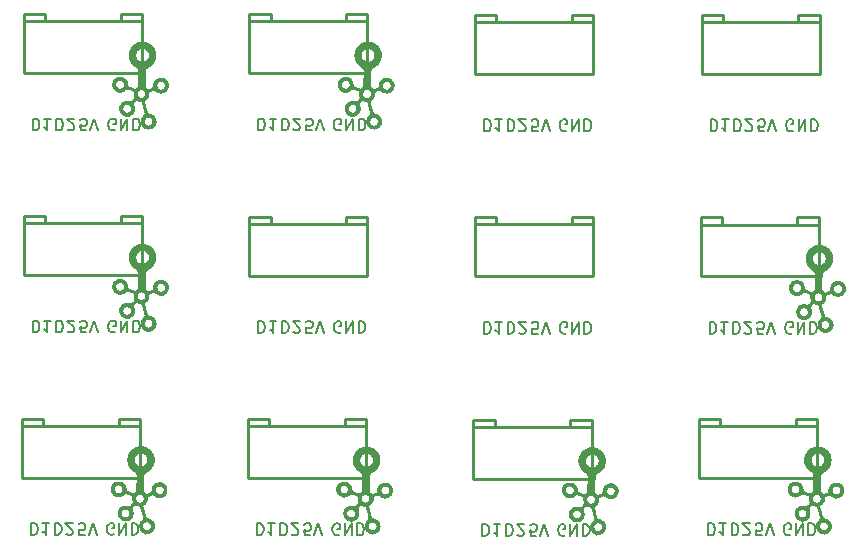
<source format=gbr>
%TF.GenerationSoftware,KiCad,Pcbnew,5.1.10-88a1d61d58~90~ubuntu20.04.1*%
%TF.CreationDate,2022-01-17T11:14:37+00:00*%
%TF.ProjectId,grove_adaptor_panel,67726f76-655f-4616-9461-70746f725f70,rev?*%
%TF.SameCoordinates,Original*%
%TF.FileFunction,Legend,Bot*%
%TF.FilePolarity,Positive*%
%FSLAX46Y46*%
G04 Gerber Fmt 4.6, Leading zero omitted, Abs format (unit mm)*
G04 Created by KiCad (PCBNEW 5.1.10-88a1d61d58~90~ubuntu20.04.1) date 2022-01-17 11:14:37*
%MOMM*%
%LPD*%
G01*
G04 APERTURE LIST*
%ADD10C,0.150000*%
%ADD11C,0.127000*%
%ADD12C,0.254000*%
%ADD13C,0.100000*%
G04 APERTURE END LIST*
D10*
X135754904Y-113069619D02*
X135754904Y-114069619D01*
X135993000Y-114069619D01*
X136135857Y-114022000D01*
X136231095Y-113926761D01*
X136278714Y-113831523D01*
X136326333Y-113641047D01*
X136326333Y-113498190D01*
X136278714Y-113307714D01*
X136231095Y-113212476D01*
X136135857Y-113117238D01*
X135993000Y-113069619D01*
X135754904Y-113069619D01*
X137278714Y-113069619D02*
X136707285Y-113069619D01*
X136993000Y-113069619D02*
X136993000Y-114069619D01*
X136897761Y-113926761D01*
X136802523Y-113831523D01*
X136707285Y-113783904D01*
X140302523Y-114069619D02*
X139826333Y-114069619D01*
X139778714Y-113593428D01*
X139826333Y-113641047D01*
X139921571Y-113688666D01*
X140159666Y-113688666D01*
X140254904Y-113641047D01*
X140302523Y-113593428D01*
X140350142Y-113498190D01*
X140350142Y-113260095D01*
X140302523Y-113164857D01*
X140254904Y-113117238D01*
X140159666Y-113069619D01*
X139921571Y-113069619D01*
X139826333Y-113117238D01*
X139778714Y-113164857D01*
X140635857Y-114069619D02*
X140969190Y-113069619D01*
X141302523Y-114069619D01*
X142731095Y-114022000D02*
X142635857Y-114069619D01*
X142493000Y-114069619D01*
X142350142Y-114022000D01*
X142254904Y-113926761D01*
X142207285Y-113831523D01*
X142159666Y-113641047D01*
X142159666Y-113498190D01*
X142207285Y-113307714D01*
X142254904Y-113212476D01*
X142350142Y-113117238D01*
X142493000Y-113069619D01*
X142588238Y-113069619D01*
X142731095Y-113117238D01*
X142778714Y-113164857D01*
X142778714Y-113498190D01*
X142588238Y-113498190D01*
X143207285Y-113069619D02*
X143207285Y-114069619D01*
X143778714Y-113069619D01*
X143778714Y-114069619D01*
X144254904Y-113069619D02*
X144254904Y-114069619D01*
X144493000Y-114069619D01*
X144635857Y-114022000D01*
X144731095Y-113926761D01*
X144778714Y-113831523D01*
X144826333Y-113641047D01*
X144826333Y-113498190D01*
X144778714Y-113307714D01*
X144731095Y-113212476D01*
X144635857Y-113117238D01*
X144493000Y-113069619D01*
X144254904Y-113069619D01*
X137754904Y-113069619D02*
X137754904Y-114069619D01*
X137993000Y-114069619D01*
X138135857Y-114022000D01*
X138231095Y-113926761D01*
X138278714Y-113831523D01*
X138326333Y-113641047D01*
X138326333Y-113498190D01*
X138278714Y-113307714D01*
X138231095Y-113212476D01*
X138135857Y-113117238D01*
X137993000Y-113069619D01*
X137754904Y-113069619D01*
X138707285Y-113974380D02*
X138754904Y-114022000D01*
X138850142Y-114069619D01*
X139088238Y-114069619D01*
X139183476Y-114022000D01*
X139231095Y-113974380D01*
X139278714Y-113879142D01*
X139278714Y-113783904D01*
X139231095Y-113641047D01*
X138659666Y-113069619D01*
X139278714Y-113069619D01*
X154931904Y-95924619D02*
X154931904Y-96924619D01*
X155170000Y-96924619D01*
X155312857Y-96877000D01*
X155408095Y-96781761D01*
X155455714Y-96686523D01*
X155503333Y-96496047D01*
X155503333Y-96353190D01*
X155455714Y-96162714D01*
X155408095Y-96067476D01*
X155312857Y-95972238D01*
X155170000Y-95924619D01*
X154931904Y-95924619D01*
X156455714Y-95924619D02*
X155884285Y-95924619D01*
X156170000Y-95924619D02*
X156170000Y-96924619D01*
X156074761Y-96781761D01*
X155979523Y-96686523D01*
X155884285Y-96638904D01*
X159479523Y-96924619D02*
X159003333Y-96924619D01*
X158955714Y-96448428D01*
X159003333Y-96496047D01*
X159098571Y-96543666D01*
X159336666Y-96543666D01*
X159431904Y-96496047D01*
X159479523Y-96448428D01*
X159527142Y-96353190D01*
X159527142Y-96115095D01*
X159479523Y-96019857D01*
X159431904Y-95972238D01*
X159336666Y-95924619D01*
X159098571Y-95924619D01*
X159003333Y-95972238D01*
X158955714Y-96019857D01*
X159812857Y-96924619D02*
X160146190Y-95924619D01*
X160479523Y-96924619D01*
X161908095Y-96877000D02*
X161812857Y-96924619D01*
X161670000Y-96924619D01*
X161527142Y-96877000D01*
X161431904Y-96781761D01*
X161384285Y-96686523D01*
X161336666Y-96496047D01*
X161336666Y-96353190D01*
X161384285Y-96162714D01*
X161431904Y-96067476D01*
X161527142Y-95972238D01*
X161670000Y-95924619D01*
X161765238Y-95924619D01*
X161908095Y-95972238D01*
X161955714Y-96019857D01*
X161955714Y-96353190D01*
X161765238Y-96353190D01*
X162384285Y-95924619D02*
X162384285Y-96924619D01*
X162955714Y-95924619D01*
X162955714Y-96924619D01*
X163431904Y-95924619D02*
X163431904Y-96924619D01*
X163670000Y-96924619D01*
X163812857Y-96877000D01*
X163908095Y-96781761D01*
X163955714Y-96686523D01*
X164003333Y-96496047D01*
X164003333Y-96353190D01*
X163955714Y-96162714D01*
X163908095Y-96067476D01*
X163812857Y-95972238D01*
X163670000Y-95924619D01*
X163431904Y-95924619D01*
X156931904Y-95924619D02*
X156931904Y-96924619D01*
X157170000Y-96924619D01*
X157312857Y-96877000D01*
X157408095Y-96781761D01*
X157455714Y-96686523D01*
X157503333Y-96496047D01*
X157503333Y-96353190D01*
X157455714Y-96162714D01*
X157408095Y-96067476D01*
X157312857Y-95972238D01*
X157170000Y-95924619D01*
X156931904Y-95924619D01*
X157884285Y-96829380D02*
X157931904Y-96877000D01*
X158027142Y-96924619D01*
X158265238Y-96924619D01*
X158360476Y-96877000D01*
X158408095Y-96829380D01*
X158455714Y-96734142D01*
X158455714Y-96638904D01*
X158408095Y-96496047D01*
X157836666Y-95924619D01*
X158455714Y-95924619D01*
X135754904Y-95924619D02*
X135754904Y-96924619D01*
X135993000Y-96924619D01*
X136135857Y-96877000D01*
X136231095Y-96781761D01*
X136278714Y-96686523D01*
X136326333Y-96496047D01*
X136326333Y-96353190D01*
X136278714Y-96162714D01*
X136231095Y-96067476D01*
X136135857Y-95972238D01*
X135993000Y-95924619D01*
X135754904Y-95924619D01*
X137278714Y-95924619D02*
X136707285Y-95924619D01*
X136993000Y-95924619D02*
X136993000Y-96924619D01*
X136897761Y-96781761D01*
X136802523Y-96686523D01*
X136707285Y-96638904D01*
X140302523Y-96924619D02*
X139826333Y-96924619D01*
X139778714Y-96448428D01*
X139826333Y-96496047D01*
X139921571Y-96543666D01*
X140159666Y-96543666D01*
X140254904Y-96496047D01*
X140302523Y-96448428D01*
X140350142Y-96353190D01*
X140350142Y-96115095D01*
X140302523Y-96019857D01*
X140254904Y-95972238D01*
X140159666Y-95924619D01*
X139921571Y-95924619D01*
X139826333Y-95972238D01*
X139778714Y-96019857D01*
X140635857Y-96924619D02*
X140969190Y-95924619D01*
X141302523Y-96924619D01*
X142731095Y-96877000D02*
X142635857Y-96924619D01*
X142493000Y-96924619D01*
X142350142Y-96877000D01*
X142254904Y-96781761D01*
X142207285Y-96686523D01*
X142159666Y-96496047D01*
X142159666Y-96353190D01*
X142207285Y-96162714D01*
X142254904Y-96067476D01*
X142350142Y-95972238D01*
X142493000Y-95924619D01*
X142588238Y-95924619D01*
X142731095Y-95972238D01*
X142778714Y-96019857D01*
X142778714Y-96353190D01*
X142588238Y-96353190D01*
X143207285Y-95924619D02*
X143207285Y-96924619D01*
X143778714Y-95924619D01*
X143778714Y-96924619D01*
X144254904Y-95924619D02*
X144254904Y-96924619D01*
X144493000Y-96924619D01*
X144635857Y-96877000D01*
X144731095Y-96781761D01*
X144778714Y-96686523D01*
X144826333Y-96496047D01*
X144826333Y-96353190D01*
X144778714Y-96162714D01*
X144731095Y-96067476D01*
X144635857Y-95972238D01*
X144493000Y-95924619D01*
X144254904Y-95924619D01*
X137754904Y-95924619D02*
X137754904Y-96924619D01*
X137993000Y-96924619D01*
X138135857Y-96877000D01*
X138231095Y-96781761D01*
X138278714Y-96686523D01*
X138326333Y-96496047D01*
X138326333Y-96353190D01*
X138278714Y-96162714D01*
X138231095Y-96067476D01*
X138135857Y-95972238D01*
X137993000Y-95924619D01*
X137754904Y-95924619D01*
X138707285Y-96829380D02*
X138754904Y-96877000D01*
X138850142Y-96924619D01*
X139088238Y-96924619D01*
X139183476Y-96877000D01*
X139231095Y-96829380D01*
X139278714Y-96734142D01*
X139278714Y-96638904D01*
X139231095Y-96496047D01*
X138659666Y-95924619D01*
X139278714Y-95924619D01*
X116641404Y-113006119D02*
X116641404Y-114006119D01*
X116879500Y-114006119D01*
X117022357Y-113958500D01*
X117117595Y-113863261D01*
X117165214Y-113768023D01*
X117212833Y-113577547D01*
X117212833Y-113434690D01*
X117165214Y-113244214D01*
X117117595Y-113148976D01*
X117022357Y-113053738D01*
X116879500Y-113006119D01*
X116641404Y-113006119D01*
X118165214Y-113006119D02*
X117593785Y-113006119D01*
X117879500Y-113006119D02*
X117879500Y-114006119D01*
X117784261Y-113863261D01*
X117689023Y-113768023D01*
X117593785Y-113720404D01*
X121189023Y-114006119D02*
X120712833Y-114006119D01*
X120665214Y-113529928D01*
X120712833Y-113577547D01*
X120808071Y-113625166D01*
X121046166Y-113625166D01*
X121141404Y-113577547D01*
X121189023Y-113529928D01*
X121236642Y-113434690D01*
X121236642Y-113196595D01*
X121189023Y-113101357D01*
X121141404Y-113053738D01*
X121046166Y-113006119D01*
X120808071Y-113006119D01*
X120712833Y-113053738D01*
X120665214Y-113101357D01*
X121522357Y-114006119D02*
X121855690Y-113006119D01*
X122189023Y-114006119D01*
X123617595Y-113958500D02*
X123522357Y-114006119D01*
X123379500Y-114006119D01*
X123236642Y-113958500D01*
X123141404Y-113863261D01*
X123093785Y-113768023D01*
X123046166Y-113577547D01*
X123046166Y-113434690D01*
X123093785Y-113244214D01*
X123141404Y-113148976D01*
X123236642Y-113053738D01*
X123379500Y-113006119D01*
X123474738Y-113006119D01*
X123617595Y-113053738D01*
X123665214Y-113101357D01*
X123665214Y-113434690D01*
X123474738Y-113434690D01*
X124093785Y-113006119D02*
X124093785Y-114006119D01*
X124665214Y-113006119D01*
X124665214Y-114006119D01*
X125141404Y-113006119D02*
X125141404Y-114006119D01*
X125379500Y-114006119D01*
X125522357Y-113958500D01*
X125617595Y-113863261D01*
X125665214Y-113768023D01*
X125712833Y-113577547D01*
X125712833Y-113434690D01*
X125665214Y-113244214D01*
X125617595Y-113148976D01*
X125522357Y-113053738D01*
X125379500Y-113006119D01*
X125141404Y-113006119D01*
X118641404Y-113006119D02*
X118641404Y-114006119D01*
X118879500Y-114006119D01*
X119022357Y-113958500D01*
X119117595Y-113863261D01*
X119165214Y-113768023D01*
X119212833Y-113577547D01*
X119212833Y-113434690D01*
X119165214Y-113244214D01*
X119117595Y-113148976D01*
X119022357Y-113053738D01*
X118879500Y-113006119D01*
X118641404Y-113006119D01*
X119593785Y-113910880D02*
X119641404Y-113958500D01*
X119736642Y-114006119D01*
X119974738Y-114006119D01*
X120069976Y-113958500D01*
X120117595Y-113910880D01*
X120165214Y-113815642D01*
X120165214Y-113720404D01*
X120117595Y-113577547D01*
X119546166Y-113006119D01*
X120165214Y-113006119D01*
X99410904Y-130113119D02*
X99410904Y-131113119D01*
X99649000Y-131113119D01*
X99791857Y-131065500D01*
X99887095Y-130970261D01*
X99934714Y-130875023D01*
X99982333Y-130684547D01*
X99982333Y-130541690D01*
X99934714Y-130351214D01*
X99887095Y-130255976D01*
X99791857Y-130160738D01*
X99649000Y-130113119D01*
X99410904Y-130113119D01*
X100363285Y-131017880D02*
X100410904Y-131065500D01*
X100506142Y-131113119D01*
X100744238Y-131113119D01*
X100839476Y-131065500D01*
X100887095Y-131017880D01*
X100934714Y-130922642D01*
X100934714Y-130827404D01*
X100887095Y-130684547D01*
X100315666Y-130113119D01*
X100934714Y-130113119D01*
X104387095Y-131065500D02*
X104291857Y-131113119D01*
X104149000Y-131113119D01*
X104006142Y-131065500D01*
X103910904Y-130970261D01*
X103863285Y-130875023D01*
X103815666Y-130684547D01*
X103815666Y-130541690D01*
X103863285Y-130351214D01*
X103910904Y-130255976D01*
X104006142Y-130160738D01*
X104149000Y-130113119D01*
X104244238Y-130113119D01*
X104387095Y-130160738D01*
X104434714Y-130208357D01*
X104434714Y-130541690D01*
X104244238Y-130541690D01*
X104863285Y-130113119D02*
X104863285Y-131113119D01*
X105434714Y-130113119D01*
X105434714Y-131113119D01*
X105910904Y-130113119D02*
X105910904Y-131113119D01*
X106149000Y-131113119D01*
X106291857Y-131065500D01*
X106387095Y-130970261D01*
X106434714Y-130875023D01*
X106482333Y-130684547D01*
X106482333Y-130541690D01*
X106434714Y-130351214D01*
X106387095Y-130255976D01*
X106291857Y-130160738D01*
X106149000Y-130113119D01*
X105910904Y-130113119D01*
X97410904Y-130113119D02*
X97410904Y-131113119D01*
X97649000Y-131113119D01*
X97791857Y-131065500D01*
X97887095Y-130970261D01*
X97934714Y-130875023D01*
X97982333Y-130684547D01*
X97982333Y-130541690D01*
X97934714Y-130351214D01*
X97887095Y-130255976D01*
X97791857Y-130160738D01*
X97649000Y-130113119D01*
X97410904Y-130113119D01*
X98934714Y-130113119D02*
X98363285Y-130113119D01*
X98649000Y-130113119D02*
X98649000Y-131113119D01*
X98553761Y-130970261D01*
X98458523Y-130875023D01*
X98363285Y-130827404D01*
X101958523Y-131113119D02*
X101482333Y-131113119D01*
X101434714Y-130636928D01*
X101482333Y-130684547D01*
X101577571Y-130732166D01*
X101815666Y-130732166D01*
X101910904Y-130684547D01*
X101958523Y-130636928D01*
X102006142Y-130541690D01*
X102006142Y-130303595D01*
X101958523Y-130208357D01*
X101910904Y-130160738D01*
X101815666Y-130113119D01*
X101577571Y-130113119D01*
X101482333Y-130160738D01*
X101434714Y-130208357D01*
X102291857Y-131113119D02*
X102625190Y-130113119D01*
X102958523Y-131113119D01*
X102085523Y-113968119D02*
X101609333Y-113968119D01*
X101561714Y-113491928D01*
X101609333Y-113539547D01*
X101704571Y-113587166D01*
X101942666Y-113587166D01*
X102037904Y-113539547D01*
X102085523Y-113491928D01*
X102133142Y-113396690D01*
X102133142Y-113158595D01*
X102085523Y-113063357D01*
X102037904Y-113015738D01*
X101942666Y-112968119D01*
X101704571Y-112968119D01*
X101609333Y-113015738D01*
X101561714Y-113063357D01*
X102418857Y-113968119D02*
X102752190Y-112968119D01*
X103085523Y-113968119D01*
X97537904Y-112968119D02*
X97537904Y-113968119D01*
X97776000Y-113968119D01*
X97918857Y-113920500D01*
X98014095Y-113825261D01*
X98061714Y-113730023D01*
X98109333Y-113539547D01*
X98109333Y-113396690D01*
X98061714Y-113206214D01*
X98014095Y-113110976D01*
X97918857Y-113015738D01*
X97776000Y-112968119D01*
X97537904Y-112968119D01*
X99061714Y-112968119D02*
X98490285Y-112968119D01*
X98776000Y-112968119D02*
X98776000Y-113968119D01*
X98680761Y-113825261D01*
X98585523Y-113730023D01*
X98490285Y-113682404D01*
X104514095Y-113920500D02*
X104418857Y-113968119D01*
X104276000Y-113968119D01*
X104133142Y-113920500D01*
X104037904Y-113825261D01*
X103990285Y-113730023D01*
X103942666Y-113539547D01*
X103942666Y-113396690D01*
X103990285Y-113206214D01*
X104037904Y-113110976D01*
X104133142Y-113015738D01*
X104276000Y-112968119D01*
X104371238Y-112968119D01*
X104514095Y-113015738D01*
X104561714Y-113063357D01*
X104561714Y-113396690D01*
X104371238Y-113396690D01*
X104990285Y-112968119D02*
X104990285Y-113968119D01*
X105561714Y-112968119D01*
X105561714Y-113968119D01*
X106037904Y-112968119D02*
X106037904Y-113968119D01*
X106276000Y-113968119D01*
X106418857Y-113920500D01*
X106514095Y-113825261D01*
X106561714Y-113730023D01*
X106609333Y-113539547D01*
X106609333Y-113396690D01*
X106561714Y-113206214D01*
X106514095Y-113110976D01*
X106418857Y-113015738D01*
X106276000Y-112968119D01*
X106037904Y-112968119D01*
X99537904Y-112968119D02*
X99537904Y-113968119D01*
X99776000Y-113968119D01*
X99918857Y-113920500D01*
X100014095Y-113825261D01*
X100061714Y-113730023D01*
X100109333Y-113539547D01*
X100109333Y-113396690D01*
X100061714Y-113206214D01*
X100014095Y-113110976D01*
X99918857Y-113015738D01*
X99776000Y-112968119D01*
X99537904Y-112968119D01*
X100490285Y-113872880D02*
X100537904Y-113920500D01*
X100633142Y-113968119D01*
X100871238Y-113968119D01*
X100966476Y-113920500D01*
X101014095Y-113872880D01*
X101061714Y-113777642D01*
X101061714Y-113682404D01*
X101014095Y-113539547D01*
X100442666Y-112968119D01*
X101061714Y-112968119D01*
X154721404Y-130135119D02*
X154721404Y-131135119D01*
X154959500Y-131135119D01*
X155102357Y-131087500D01*
X155197595Y-130992261D01*
X155245214Y-130897023D01*
X155292833Y-130706547D01*
X155292833Y-130563690D01*
X155245214Y-130373214D01*
X155197595Y-130277976D01*
X155102357Y-130182738D01*
X154959500Y-130135119D01*
X154721404Y-130135119D01*
X156245214Y-130135119D02*
X155673785Y-130135119D01*
X155959500Y-130135119D02*
X155959500Y-131135119D01*
X155864261Y-130992261D01*
X155769023Y-130897023D01*
X155673785Y-130849404D01*
X135617904Y-130198619D02*
X135617904Y-131198619D01*
X135856000Y-131198619D01*
X135998857Y-131151000D01*
X136094095Y-131055761D01*
X136141714Y-130960523D01*
X136189333Y-130770047D01*
X136189333Y-130627190D01*
X136141714Y-130436714D01*
X136094095Y-130341476D01*
X135998857Y-130246238D01*
X135856000Y-130198619D01*
X135617904Y-130198619D01*
X137141714Y-130198619D02*
X136570285Y-130198619D01*
X136856000Y-130198619D02*
X136856000Y-131198619D01*
X136760761Y-131055761D01*
X136665523Y-130960523D01*
X136570285Y-130912904D01*
X116514404Y-130135119D02*
X116514404Y-131135119D01*
X116752500Y-131135119D01*
X116895357Y-131087500D01*
X116990595Y-130992261D01*
X117038214Y-130897023D01*
X117085833Y-130706547D01*
X117085833Y-130563690D01*
X117038214Y-130373214D01*
X116990595Y-130277976D01*
X116895357Y-130182738D01*
X116752500Y-130135119D01*
X116514404Y-130135119D01*
X118038214Y-130135119D02*
X117466785Y-130135119D01*
X117752500Y-130135119D02*
X117752500Y-131135119D01*
X117657261Y-130992261D01*
X117562023Y-130897023D01*
X117466785Y-130849404D01*
X154848404Y-113073119D02*
X154848404Y-114073119D01*
X155086500Y-114073119D01*
X155229357Y-114025500D01*
X155324595Y-113930261D01*
X155372214Y-113835023D01*
X155419833Y-113644547D01*
X155419833Y-113501690D01*
X155372214Y-113311214D01*
X155324595Y-113215976D01*
X155229357Y-113120738D01*
X155086500Y-113073119D01*
X154848404Y-113073119D01*
X156372214Y-113073119D02*
X155800785Y-113073119D01*
X156086500Y-113073119D02*
X156086500Y-114073119D01*
X155991261Y-113930261D01*
X155896023Y-113835023D01*
X155800785Y-113787404D01*
X116641404Y-95864619D02*
X116641404Y-96864619D01*
X116879500Y-96864619D01*
X117022357Y-96817000D01*
X117117595Y-96721761D01*
X117165214Y-96626523D01*
X117212833Y-96436047D01*
X117212833Y-96293190D01*
X117165214Y-96102714D01*
X117117595Y-96007476D01*
X117022357Y-95912238D01*
X116879500Y-95864619D01*
X116641404Y-95864619D01*
X118165214Y-95864619D02*
X117593785Y-95864619D01*
X117879500Y-95864619D02*
X117879500Y-96864619D01*
X117784261Y-96721761D01*
X117689023Y-96626523D01*
X117593785Y-96578904D01*
X159269023Y-131135119D02*
X158792833Y-131135119D01*
X158745214Y-130658928D01*
X158792833Y-130706547D01*
X158888071Y-130754166D01*
X159126166Y-130754166D01*
X159221404Y-130706547D01*
X159269023Y-130658928D01*
X159316642Y-130563690D01*
X159316642Y-130325595D01*
X159269023Y-130230357D01*
X159221404Y-130182738D01*
X159126166Y-130135119D01*
X158888071Y-130135119D01*
X158792833Y-130182738D01*
X158745214Y-130230357D01*
X159602357Y-131135119D02*
X159935690Y-130135119D01*
X160269023Y-131135119D01*
X140165523Y-131198619D02*
X139689333Y-131198619D01*
X139641714Y-130722428D01*
X139689333Y-130770047D01*
X139784571Y-130817666D01*
X140022666Y-130817666D01*
X140117904Y-130770047D01*
X140165523Y-130722428D01*
X140213142Y-130627190D01*
X140213142Y-130389095D01*
X140165523Y-130293857D01*
X140117904Y-130246238D01*
X140022666Y-130198619D01*
X139784571Y-130198619D01*
X139689333Y-130246238D01*
X139641714Y-130293857D01*
X140498857Y-131198619D02*
X140832190Y-130198619D01*
X141165523Y-131198619D01*
X121062023Y-131135119D02*
X120585833Y-131135119D01*
X120538214Y-130658928D01*
X120585833Y-130706547D01*
X120681071Y-130754166D01*
X120919166Y-130754166D01*
X121014404Y-130706547D01*
X121062023Y-130658928D01*
X121109642Y-130563690D01*
X121109642Y-130325595D01*
X121062023Y-130230357D01*
X121014404Y-130182738D01*
X120919166Y-130135119D01*
X120681071Y-130135119D01*
X120585833Y-130182738D01*
X120538214Y-130230357D01*
X121395357Y-131135119D02*
X121728690Y-130135119D01*
X122062023Y-131135119D01*
X159396023Y-114073119D02*
X158919833Y-114073119D01*
X158872214Y-113596928D01*
X158919833Y-113644547D01*
X159015071Y-113692166D01*
X159253166Y-113692166D01*
X159348404Y-113644547D01*
X159396023Y-113596928D01*
X159443642Y-113501690D01*
X159443642Y-113263595D01*
X159396023Y-113168357D01*
X159348404Y-113120738D01*
X159253166Y-113073119D01*
X159015071Y-113073119D01*
X158919833Y-113120738D01*
X158872214Y-113168357D01*
X159729357Y-114073119D02*
X160062690Y-113073119D01*
X160396023Y-114073119D01*
X121189023Y-96864619D02*
X120712833Y-96864619D01*
X120665214Y-96388428D01*
X120712833Y-96436047D01*
X120808071Y-96483666D01*
X121046166Y-96483666D01*
X121141404Y-96436047D01*
X121189023Y-96388428D01*
X121236642Y-96293190D01*
X121236642Y-96055095D01*
X121189023Y-95959857D01*
X121141404Y-95912238D01*
X121046166Y-95864619D01*
X120808071Y-95864619D01*
X120712833Y-95912238D01*
X120665214Y-95959857D01*
X121522357Y-96864619D02*
X121855690Y-95864619D01*
X122189023Y-96864619D01*
X161697595Y-131087500D02*
X161602357Y-131135119D01*
X161459500Y-131135119D01*
X161316642Y-131087500D01*
X161221404Y-130992261D01*
X161173785Y-130897023D01*
X161126166Y-130706547D01*
X161126166Y-130563690D01*
X161173785Y-130373214D01*
X161221404Y-130277976D01*
X161316642Y-130182738D01*
X161459500Y-130135119D01*
X161554738Y-130135119D01*
X161697595Y-130182738D01*
X161745214Y-130230357D01*
X161745214Y-130563690D01*
X161554738Y-130563690D01*
X162173785Y-130135119D02*
X162173785Y-131135119D01*
X162745214Y-130135119D01*
X162745214Y-131135119D01*
X163221404Y-130135119D02*
X163221404Y-131135119D01*
X163459500Y-131135119D01*
X163602357Y-131087500D01*
X163697595Y-130992261D01*
X163745214Y-130897023D01*
X163792833Y-130706547D01*
X163792833Y-130563690D01*
X163745214Y-130373214D01*
X163697595Y-130277976D01*
X163602357Y-130182738D01*
X163459500Y-130135119D01*
X163221404Y-130135119D01*
X142594095Y-131151000D02*
X142498857Y-131198619D01*
X142356000Y-131198619D01*
X142213142Y-131151000D01*
X142117904Y-131055761D01*
X142070285Y-130960523D01*
X142022666Y-130770047D01*
X142022666Y-130627190D01*
X142070285Y-130436714D01*
X142117904Y-130341476D01*
X142213142Y-130246238D01*
X142356000Y-130198619D01*
X142451238Y-130198619D01*
X142594095Y-130246238D01*
X142641714Y-130293857D01*
X142641714Y-130627190D01*
X142451238Y-130627190D01*
X143070285Y-130198619D02*
X143070285Y-131198619D01*
X143641714Y-130198619D01*
X143641714Y-131198619D01*
X144117904Y-130198619D02*
X144117904Y-131198619D01*
X144356000Y-131198619D01*
X144498857Y-131151000D01*
X144594095Y-131055761D01*
X144641714Y-130960523D01*
X144689333Y-130770047D01*
X144689333Y-130627190D01*
X144641714Y-130436714D01*
X144594095Y-130341476D01*
X144498857Y-130246238D01*
X144356000Y-130198619D01*
X144117904Y-130198619D01*
X123490595Y-131087500D02*
X123395357Y-131135119D01*
X123252500Y-131135119D01*
X123109642Y-131087500D01*
X123014404Y-130992261D01*
X122966785Y-130897023D01*
X122919166Y-130706547D01*
X122919166Y-130563690D01*
X122966785Y-130373214D01*
X123014404Y-130277976D01*
X123109642Y-130182738D01*
X123252500Y-130135119D01*
X123347738Y-130135119D01*
X123490595Y-130182738D01*
X123538214Y-130230357D01*
X123538214Y-130563690D01*
X123347738Y-130563690D01*
X123966785Y-130135119D02*
X123966785Y-131135119D01*
X124538214Y-130135119D01*
X124538214Y-131135119D01*
X125014404Y-130135119D02*
X125014404Y-131135119D01*
X125252500Y-131135119D01*
X125395357Y-131087500D01*
X125490595Y-130992261D01*
X125538214Y-130897023D01*
X125585833Y-130706547D01*
X125585833Y-130563690D01*
X125538214Y-130373214D01*
X125490595Y-130277976D01*
X125395357Y-130182738D01*
X125252500Y-130135119D01*
X125014404Y-130135119D01*
X161824595Y-114025500D02*
X161729357Y-114073119D01*
X161586500Y-114073119D01*
X161443642Y-114025500D01*
X161348404Y-113930261D01*
X161300785Y-113835023D01*
X161253166Y-113644547D01*
X161253166Y-113501690D01*
X161300785Y-113311214D01*
X161348404Y-113215976D01*
X161443642Y-113120738D01*
X161586500Y-113073119D01*
X161681738Y-113073119D01*
X161824595Y-113120738D01*
X161872214Y-113168357D01*
X161872214Y-113501690D01*
X161681738Y-113501690D01*
X162300785Y-113073119D02*
X162300785Y-114073119D01*
X162872214Y-113073119D01*
X162872214Y-114073119D01*
X163348404Y-113073119D02*
X163348404Y-114073119D01*
X163586500Y-114073119D01*
X163729357Y-114025500D01*
X163824595Y-113930261D01*
X163872214Y-113835023D01*
X163919833Y-113644547D01*
X163919833Y-113501690D01*
X163872214Y-113311214D01*
X163824595Y-113215976D01*
X163729357Y-113120738D01*
X163586500Y-113073119D01*
X163348404Y-113073119D01*
X123617595Y-96817000D02*
X123522357Y-96864619D01*
X123379500Y-96864619D01*
X123236642Y-96817000D01*
X123141404Y-96721761D01*
X123093785Y-96626523D01*
X123046166Y-96436047D01*
X123046166Y-96293190D01*
X123093785Y-96102714D01*
X123141404Y-96007476D01*
X123236642Y-95912238D01*
X123379500Y-95864619D01*
X123474738Y-95864619D01*
X123617595Y-95912238D01*
X123665214Y-95959857D01*
X123665214Y-96293190D01*
X123474738Y-96293190D01*
X124093785Y-95864619D02*
X124093785Y-96864619D01*
X124665214Y-95864619D01*
X124665214Y-96864619D01*
X125141404Y-95864619D02*
X125141404Y-96864619D01*
X125379500Y-96864619D01*
X125522357Y-96817000D01*
X125617595Y-96721761D01*
X125665214Y-96626523D01*
X125712833Y-96436047D01*
X125712833Y-96293190D01*
X125665214Y-96102714D01*
X125617595Y-96007476D01*
X125522357Y-95912238D01*
X125379500Y-95864619D01*
X125141404Y-95864619D01*
X156721404Y-130135119D02*
X156721404Y-131135119D01*
X156959500Y-131135119D01*
X157102357Y-131087500D01*
X157197595Y-130992261D01*
X157245214Y-130897023D01*
X157292833Y-130706547D01*
X157292833Y-130563690D01*
X157245214Y-130373214D01*
X157197595Y-130277976D01*
X157102357Y-130182738D01*
X156959500Y-130135119D01*
X156721404Y-130135119D01*
X157673785Y-131039880D02*
X157721404Y-131087500D01*
X157816642Y-131135119D01*
X158054738Y-131135119D01*
X158149976Y-131087500D01*
X158197595Y-131039880D01*
X158245214Y-130944642D01*
X158245214Y-130849404D01*
X158197595Y-130706547D01*
X157626166Y-130135119D01*
X158245214Y-130135119D01*
X137617904Y-130198619D02*
X137617904Y-131198619D01*
X137856000Y-131198619D01*
X137998857Y-131151000D01*
X138094095Y-131055761D01*
X138141714Y-130960523D01*
X138189333Y-130770047D01*
X138189333Y-130627190D01*
X138141714Y-130436714D01*
X138094095Y-130341476D01*
X137998857Y-130246238D01*
X137856000Y-130198619D01*
X137617904Y-130198619D01*
X138570285Y-131103380D02*
X138617904Y-131151000D01*
X138713142Y-131198619D01*
X138951238Y-131198619D01*
X139046476Y-131151000D01*
X139094095Y-131103380D01*
X139141714Y-131008142D01*
X139141714Y-130912904D01*
X139094095Y-130770047D01*
X138522666Y-130198619D01*
X139141714Y-130198619D01*
X118514404Y-130135119D02*
X118514404Y-131135119D01*
X118752500Y-131135119D01*
X118895357Y-131087500D01*
X118990595Y-130992261D01*
X119038214Y-130897023D01*
X119085833Y-130706547D01*
X119085833Y-130563690D01*
X119038214Y-130373214D01*
X118990595Y-130277976D01*
X118895357Y-130182738D01*
X118752500Y-130135119D01*
X118514404Y-130135119D01*
X119466785Y-131039880D02*
X119514404Y-131087500D01*
X119609642Y-131135119D01*
X119847738Y-131135119D01*
X119942976Y-131087500D01*
X119990595Y-131039880D01*
X120038214Y-130944642D01*
X120038214Y-130849404D01*
X119990595Y-130706547D01*
X119419166Y-130135119D01*
X120038214Y-130135119D01*
X156848404Y-113073119D02*
X156848404Y-114073119D01*
X157086500Y-114073119D01*
X157229357Y-114025500D01*
X157324595Y-113930261D01*
X157372214Y-113835023D01*
X157419833Y-113644547D01*
X157419833Y-113501690D01*
X157372214Y-113311214D01*
X157324595Y-113215976D01*
X157229357Y-113120738D01*
X157086500Y-113073119D01*
X156848404Y-113073119D01*
X157800785Y-113977880D02*
X157848404Y-114025500D01*
X157943642Y-114073119D01*
X158181738Y-114073119D01*
X158276976Y-114025500D01*
X158324595Y-113977880D01*
X158372214Y-113882642D01*
X158372214Y-113787404D01*
X158324595Y-113644547D01*
X157753166Y-113073119D01*
X158372214Y-113073119D01*
X118641404Y-95864619D02*
X118641404Y-96864619D01*
X118879500Y-96864619D01*
X119022357Y-96817000D01*
X119117595Y-96721761D01*
X119165214Y-96626523D01*
X119212833Y-96436047D01*
X119212833Y-96293190D01*
X119165214Y-96102714D01*
X119117595Y-96007476D01*
X119022357Y-95912238D01*
X118879500Y-95864619D01*
X118641404Y-95864619D01*
X119593785Y-96769380D02*
X119641404Y-96817000D01*
X119736642Y-96864619D01*
X119974738Y-96864619D01*
X120069976Y-96817000D01*
X120117595Y-96769380D01*
X120165214Y-96674142D01*
X120165214Y-96578904D01*
X120117595Y-96436047D01*
X119546166Y-95864619D01*
X120165214Y-95864619D01*
X97537904Y-95864619D02*
X97537904Y-96864619D01*
X97776000Y-96864619D01*
X97918857Y-96817000D01*
X98014095Y-96721761D01*
X98061714Y-96626523D01*
X98109333Y-96436047D01*
X98109333Y-96293190D01*
X98061714Y-96102714D01*
X98014095Y-96007476D01*
X97918857Y-95912238D01*
X97776000Y-95864619D01*
X97537904Y-95864619D01*
X99061714Y-95864619D02*
X98490285Y-95864619D01*
X98776000Y-95864619D02*
X98776000Y-96864619D01*
X98680761Y-96721761D01*
X98585523Y-96626523D01*
X98490285Y-96578904D01*
X99537904Y-95864619D02*
X99537904Y-96864619D01*
X99776000Y-96864619D01*
X99918857Y-96817000D01*
X100014095Y-96721761D01*
X100061714Y-96626523D01*
X100109333Y-96436047D01*
X100109333Y-96293190D01*
X100061714Y-96102714D01*
X100014095Y-96007476D01*
X99918857Y-95912238D01*
X99776000Y-95864619D01*
X99537904Y-95864619D01*
X100490285Y-96769380D02*
X100537904Y-96817000D01*
X100633142Y-96864619D01*
X100871238Y-96864619D01*
X100966476Y-96817000D01*
X101014095Y-96769380D01*
X101061714Y-96674142D01*
X101061714Y-96578904D01*
X101014095Y-96436047D01*
X100442666Y-95864619D01*
X101061714Y-95864619D01*
X104514095Y-96817000D02*
X104418857Y-96864619D01*
X104276000Y-96864619D01*
X104133142Y-96817000D01*
X104037904Y-96721761D01*
X103990285Y-96626523D01*
X103942666Y-96436047D01*
X103942666Y-96293190D01*
X103990285Y-96102714D01*
X104037904Y-96007476D01*
X104133142Y-95912238D01*
X104276000Y-95864619D01*
X104371238Y-95864619D01*
X104514095Y-95912238D01*
X104561714Y-95959857D01*
X104561714Y-96293190D01*
X104371238Y-96293190D01*
X104990285Y-95864619D02*
X104990285Y-96864619D01*
X105561714Y-95864619D01*
X105561714Y-96864619D01*
X106037904Y-95864619D02*
X106037904Y-96864619D01*
X106276000Y-96864619D01*
X106418857Y-96817000D01*
X106514095Y-96721761D01*
X106561714Y-96626523D01*
X106609333Y-96436047D01*
X106609333Y-96293190D01*
X106561714Y-96102714D01*
X106514095Y-96007476D01*
X106418857Y-95912238D01*
X106276000Y-95864619D01*
X106037904Y-95864619D01*
X102085523Y-96864619D02*
X101609333Y-96864619D01*
X101561714Y-96388428D01*
X101609333Y-96436047D01*
X101704571Y-96483666D01*
X101942666Y-96483666D01*
X102037904Y-96436047D01*
X102085523Y-96388428D01*
X102133142Y-96293190D01*
X102133142Y-96055095D01*
X102085523Y-95959857D01*
X102037904Y-95912238D01*
X101942666Y-95864619D01*
X101704571Y-95864619D01*
X101609333Y-95912238D01*
X101561714Y-95959857D01*
X102418857Y-96864619D02*
X102752190Y-95864619D01*
X103085523Y-96864619D01*
D11*
%TO.C,J2*%
X134993000Y-108022000D02*
X134993000Y-106022000D01*
D12*
X144993000Y-108522000D02*
X144993000Y-105522000D01*
X134993000Y-109222000D02*
X134993000Y-104822000D01*
X134993000Y-104822000D02*
X136793000Y-104822000D01*
X143193000Y-104822000D02*
X144993000Y-104822000D01*
X144993000Y-104822000D02*
X144993000Y-109222000D01*
X134993000Y-109222000D02*
X144993000Y-109222000D01*
X134993000Y-104822000D02*
X134993000Y-104222000D01*
X134993000Y-104222000D02*
X136793000Y-104222000D01*
X136793000Y-104222000D02*
X136793000Y-104822000D01*
X136793000Y-104822000D02*
X143193000Y-104822000D01*
X143193000Y-104822000D02*
X143193000Y-104222000D01*
X143193000Y-104222000D02*
X144993000Y-104222000D01*
X144993000Y-104222000D02*
X144993000Y-104822000D01*
D11*
X154170000Y-90877000D02*
X154170000Y-88877000D01*
D12*
X164170000Y-91377000D02*
X164170000Y-88377000D01*
X154170000Y-92077000D02*
X154170000Y-87677000D01*
X154170000Y-87677000D02*
X155970000Y-87677000D01*
X162370000Y-87677000D02*
X164170000Y-87677000D01*
X164170000Y-87677000D02*
X164170000Y-92077000D01*
X154170000Y-92077000D02*
X164170000Y-92077000D01*
X154170000Y-87677000D02*
X154170000Y-87077000D01*
X154170000Y-87077000D02*
X155970000Y-87077000D01*
X155970000Y-87077000D02*
X155970000Y-87677000D01*
X155970000Y-87677000D02*
X162370000Y-87677000D01*
X162370000Y-87677000D02*
X162370000Y-87077000D01*
X162370000Y-87077000D02*
X164170000Y-87077000D01*
X164170000Y-87077000D02*
X164170000Y-87677000D01*
D11*
X134993000Y-90877000D02*
X134993000Y-88877000D01*
D12*
X144993000Y-91377000D02*
X144993000Y-88377000D01*
X134993000Y-92077000D02*
X134993000Y-87677000D01*
X134993000Y-87677000D02*
X136793000Y-87677000D01*
X143193000Y-87677000D02*
X144993000Y-87677000D01*
X144993000Y-87677000D02*
X144993000Y-92077000D01*
X134993000Y-92077000D02*
X144993000Y-92077000D01*
X134993000Y-87677000D02*
X134993000Y-87077000D01*
X134993000Y-87077000D02*
X136793000Y-87077000D01*
X136793000Y-87077000D02*
X136793000Y-87677000D01*
X136793000Y-87677000D02*
X143193000Y-87677000D01*
X143193000Y-87677000D02*
X143193000Y-87077000D01*
X143193000Y-87077000D02*
X144993000Y-87077000D01*
X144993000Y-87077000D02*
X144993000Y-87677000D01*
D11*
X115879500Y-107958500D02*
X115879500Y-105958500D01*
D12*
X125879500Y-108458500D02*
X125879500Y-105458500D01*
X115879500Y-109158500D02*
X115879500Y-104758500D01*
X115879500Y-104758500D02*
X117679500Y-104758500D01*
X124079500Y-104758500D02*
X125879500Y-104758500D01*
X125879500Y-104758500D02*
X125879500Y-109158500D01*
X115879500Y-109158500D02*
X125879500Y-109158500D01*
X115879500Y-104758500D02*
X115879500Y-104158500D01*
X115879500Y-104158500D02*
X117679500Y-104158500D01*
X117679500Y-104158500D02*
X117679500Y-104758500D01*
X117679500Y-104758500D02*
X124079500Y-104758500D01*
X124079500Y-104758500D02*
X124079500Y-104158500D01*
X124079500Y-104158500D02*
X125879500Y-104158500D01*
X125879500Y-104158500D02*
X125879500Y-104758500D01*
D13*
%TO.C,U$3*%
G36*
X106661700Y-123587600D02*
G01*
X106763300Y-123587600D01*
X106763300Y-123613000D01*
X106661700Y-123613000D01*
X106661700Y-123587600D01*
G37*
G36*
X106458500Y-123613000D02*
G01*
X106966500Y-123613000D01*
X106966500Y-123638400D01*
X106458500Y-123638400D01*
X106458500Y-123613000D01*
G37*
G36*
X106356900Y-123638400D02*
G01*
X107042700Y-123638400D01*
X107042700Y-123663800D01*
X106356900Y-123663800D01*
X106356900Y-123638400D01*
G37*
G36*
X106280700Y-123663800D02*
G01*
X107118900Y-123663800D01*
X107118900Y-123689200D01*
X106280700Y-123689200D01*
X106280700Y-123663800D01*
G37*
G36*
X106229900Y-123689200D02*
G01*
X107195100Y-123689200D01*
X107195100Y-123714600D01*
X106229900Y-123714600D01*
X106229900Y-123689200D01*
G37*
G36*
X106179100Y-123714600D02*
G01*
X107245900Y-123714600D01*
X107245900Y-123740000D01*
X106179100Y-123740000D01*
X106179100Y-123714600D01*
G37*
G36*
X106128300Y-123740000D02*
G01*
X107296700Y-123740000D01*
X107296700Y-123765400D01*
X106128300Y-123765400D01*
X106128300Y-123740000D01*
G37*
G36*
X106077500Y-123765400D02*
G01*
X107322100Y-123765400D01*
X107322100Y-123790800D01*
X106077500Y-123790800D01*
X106077500Y-123765400D01*
G37*
G36*
X106052100Y-123790800D02*
G01*
X107372900Y-123790800D01*
X107372900Y-123816200D01*
X106052100Y-123816200D01*
X106052100Y-123790800D01*
G37*
G36*
X106026700Y-123816200D02*
G01*
X107398300Y-123816200D01*
X107398300Y-123841600D01*
X106026700Y-123841600D01*
X106026700Y-123816200D01*
G37*
G36*
X105975900Y-123841600D02*
G01*
X107423700Y-123841600D01*
X107423700Y-123867000D01*
X105975900Y-123867000D01*
X105975900Y-123841600D01*
G37*
G36*
X105950500Y-123867000D02*
G01*
X107474500Y-123867000D01*
X107474500Y-123892400D01*
X105950500Y-123892400D01*
X105950500Y-123867000D01*
G37*
G36*
X105925100Y-123892400D02*
G01*
X107499900Y-123892400D01*
X107499900Y-123917800D01*
X105925100Y-123917800D01*
X105925100Y-123892400D01*
G37*
G36*
X105899700Y-123917800D02*
G01*
X107525300Y-123917800D01*
X107525300Y-123943200D01*
X105899700Y-123943200D01*
X105899700Y-123917800D01*
G37*
G36*
X105874300Y-123943200D02*
G01*
X107550700Y-123943200D01*
X107550700Y-123968600D01*
X105874300Y-123968600D01*
X105874300Y-123943200D01*
G37*
G36*
X105848900Y-123968600D02*
G01*
X107576100Y-123968600D01*
X107576100Y-123994000D01*
X105848900Y-123994000D01*
X105848900Y-123968600D01*
G37*
G36*
X105823500Y-123994000D02*
G01*
X107601500Y-123994000D01*
X107601500Y-124019400D01*
X105823500Y-124019400D01*
X105823500Y-123994000D01*
G37*
G36*
X105798100Y-124019400D02*
G01*
X107626900Y-124019400D01*
X107626900Y-124044800D01*
X105798100Y-124044800D01*
X105798100Y-124019400D01*
G37*
G36*
X105772700Y-124044800D02*
G01*
X107626900Y-124044800D01*
X107626900Y-124070200D01*
X105772700Y-124070200D01*
X105772700Y-124044800D01*
G37*
G36*
X105772700Y-124070200D02*
G01*
X107652300Y-124070200D01*
X107652300Y-124095600D01*
X105772700Y-124095600D01*
X105772700Y-124070200D01*
G37*
G36*
X105747300Y-124095600D02*
G01*
X107677700Y-124095600D01*
X107677700Y-124121000D01*
X105747300Y-124121000D01*
X105747300Y-124095600D01*
G37*
G36*
X105721900Y-124121000D02*
G01*
X107677700Y-124121000D01*
X107677700Y-124146400D01*
X105721900Y-124146400D01*
X105721900Y-124121000D01*
G37*
G36*
X105721900Y-124146400D02*
G01*
X107703100Y-124146400D01*
X107703100Y-124171800D01*
X105721900Y-124171800D01*
X105721900Y-124146400D01*
G37*
G36*
X105696500Y-124171800D02*
G01*
X107728500Y-124171800D01*
X107728500Y-124197200D01*
X105696500Y-124197200D01*
X105696500Y-124171800D01*
G37*
G36*
X105696500Y-124197200D02*
G01*
X107728500Y-124197200D01*
X107728500Y-124222600D01*
X105696500Y-124222600D01*
X105696500Y-124197200D01*
G37*
G36*
X105671100Y-124222600D02*
G01*
X106661700Y-124222600D01*
X106661700Y-124248000D01*
X105671100Y-124248000D01*
X105671100Y-124222600D01*
G37*
G36*
X106763300Y-124222600D02*
G01*
X107753900Y-124222600D01*
X107753900Y-124248000D01*
X106763300Y-124248000D01*
X106763300Y-124222600D01*
G37*
G36*
X105645700Y-124248000D02*
G01*
X106534700Y-124248000D01*
X106534700Y-124273400D01*
X105645700Y-124273400D01*
X105645700Y-124248000D01*
G37*
G36*
X106890300Y-124248000D02*
G01*
X107753900Y-124248000D01*
X107753900Y-124273400D01*
X106890300Y-124273400D01*
X106890300Y-124248000D01*
G37*
G36*
X105645700Y-124273400D02*
G01*
X106483900Y-124273400D01*
X106483900Y-124298800D01*
X105645700Y-124298800D01*
X105645700Y-124273400D01*
G37*
G36*
X106941100Y-124273400D02*
G01*
X107779300Y-124273400D01*
X107779300Y-124298800D01*
X106941100Y-124298800D01*
X106941100Y-124273400D01*
G37*
G36*
X105645700Y-124298800D02*
G01*
X106433100Y-124298800D01*
X106433100Y-124324200D01*
X105645700Y-124324200D01*
X105645700Y-124298800D01*
G37*
G36*
X106991900Y-124298800D02*
G01*
X107779300Y-124298800D01*
X107779300Y-124324200D01*
X106991900Y-124324200D01*
X106991900Y-124298800D01*
G37*
G36*
X105620300Y-124324200D02*
G01*
X106382300Y-124324200D01*
X106382300Y-124349600D01*
X105620300Y-124349600D01*
X105620300Y-124324200D01*
G37*
G36*
X107017300Y-124324200D02*
G01*
X107804700Y-124324200D01*
X107804700Y-124349600D01*
X107017300Y-124349600D01*
X107017300Y-124324200D01*
G37*
G36*
X105620300Y-124349600D02*
G01*
X106356900Y-124349600D01*
X106356900Y-124375000D01*
X105620300Y-124375000D01*
X105620300Y-124349600D01*
G37*
G36*
X107068100Y-124349600D02*
G01*
X107804700Y-124349600D01*
X107804700Y-124375000D01*
X107068100Y-124375000D01*
X107068100Y-124349600D01*
G37*
G36*
X105594900Y-124375000D02*
G01*
X106331500Y-124375000D01*
X106331500Y-124400400D01*
X105594900Y-124400400D01*
X105594900Y-124375000D01*
G37*
G36*
X107093500Y-124375000D02*
G01*
X107804700Y-124375000D01*
X107804700Y-124400400D01*
X107093500Y-124400400D01*
X107093500Y-124375000D01*
G37*
G36*
X105594900Y-124400400D02*
G01*
X106306100Y-124400400D01*
X106306100Y-124425800D01*
X105594900Y-124425800D01*
X105594900Y-124400400D01*
G37*
G36*
X107118900Y-124400400D02*
G01*
X107830100Y-124400400D01*
X107830100Y-124425800D01*
X107118900Y-124425800D01*
X107118900Y-124400400D01*
G37*
G36*
X105594900Y-124425800D02*
G01*
X106280700Y-124425800D01*
X106280700Y-124451200D01*
X105594900Y-124451200D01*
X105594900Y-124425800D01*
G37*
G36*
X107118900Y-124425800D02*
G01*
X107830100Y-124425800D01*
X107830100Y-124451200D01*
X107118900Y-124451200D01*
X107118900Y-124425800D01*
G37*
G36*
X105594900Y-124451200D02*
G01*
X106280700Y-124451200D01*
X106280700Y-124476600D01*
X105594900Y-124476600D01*
X105594900Y-124451200D01*
G37*
G36*
X107144300Y-124451200D02*
G01*
X107830100Y-124451200D01*
X107830100Y-124476600D01*
X107144300Y-124476600D01*
X107144300Y-124451200D01*
G37*
G36*
X105569500Y-124476600D02*
G01*
X106255300Y-124476600D01*
X106255300Y-124502000D01*
X105569500Y-124502000D01*
X105569500Y-124476600D01*
G37*
G36*
X107169700Y-124476600D02*
G01*
X107830100Y-124476600D01*
X107830100Y-124502000D01*
X107169700Y-124502000D01*
X107169700Y-124476600D01*
G37*
G36*
X105569500Y-124502000D02*
G01*
X106229900Y-124502000D01*
X106229900Y-124527400D01*
X105569500Y-124527400D01*
X105569500Y-124502000D01*
G37*
G36*
X107169700Y-124502000D02*
G01*
X107855500Y-124502000D01*
X107855500Y-124527400D01*
X107169700Y-124527400D01*
X107169700Y-124502000D01*
G37*
G36*
X105569500Y-124527400D02*
G01*
X106229900Y-124527400D01*
X106229900Y-124552800D01*
X105569500Y-124552800D01*
X105569500Y-124527400D01*
G37*
G36*
X107195100Y-124527400D02*
G01*
X107855500Y-124527400D01*
X107855500Y-124552800D01*
X107195100Y-124552800D01*
X107195100Y-124527400D01*
G37*
G36*
X105569500Y-124552800D02*
G01*
X106204500Y-124552800D01*
X106204500Y-124578200D01*
X105569500Y-124578200D01*
X105569500Y-124552800D01*
G37*
G36*
X107195100Y-124552800D02*
G01*
X107855500Y-124552800D01*
X107855500Y-124578200D01*
X107195100Y-124578200D01*
X107195100Y-124552800D01*
G37*
G36*
X105569500Y-124578200D02*
G01*
X106204500Y-124578200D01*
X106204500Y-124603600D01*
X105569500Y-124603600D01*
X105569500Y-124578200D01*
G37*
G36*
X107220500Y-124578200D02*
G01*
X107855500Y-124578200D01*
X107855500Y-124603600D01*
X107220500Y-124603600D01*
X107220500Y-124578200D01*
G37*
G36*
X105544100Y-124603600D02*
G01*
X106204500Y-124603600D01*
X106204500Y-124629000D01*
X105544100Y-124629000D01*
X105544100Y-124603600D01*
G37*
G36*
X107220500Y-124603600D02*
G01*
X107855500Y-124603600D01*
X107855500Y-124629000D01*
X107220500Y-124629000D01*
X107220500Y-124603600D01*
G37*
G36*
X105544100Y-124629000D02*
G01*
X106179100Y-124629000D01*
X106179100Y-124654400D01*
X105544100Y-124654400D01*
X105544100Y-124629000D01*
G37*
G36*
X107220500Y-124629000D02*
G01*
X107855500Y-124629000D01*
X107855500Y-124654400D01*
X107220500Y-124654400D01*
X107220500Y-124629000D01*
G37*
G36*
X105544100Y-124654400D02*
G01*
X106179100Y-124654400D01*
X106179100Y-124679800D01*
X105544100Y-124679800D01*
X105544100Y-124654400D01*
G37*
G36*
X107220500Y-124654400D02*
G01*
X107880900Y-124654400D01*
X107880900Y-124679800D01*
X107220500Y-124679800D01*
X107220500Y-124654400D01*
G37*
G36*
X105544100Y-124679800D02*
G01*
X106179100Y-124679800D01*
X106179100Y-124705200D01*
X105544100Y-124705200D01*
X105544100Y-124679800D01*
G37*
G36*
X107245900Y-124679800D02*
G01*
X107880900Y-124679800D01*
X107880900Y-124705200D01*
X107245900Y-124705200D01*
X107245900Y-124679800D01*
G37*
G36*
X105544100Y-124705200D02*
G01*
X106179100Y-124705200D01*
X106179100Y-124730600D01*
X105544100Y-124730600D01*
X105544100Y-124705200D01*
G37*
G36*
X107245900Y-124705200D02*
G01*
X107880900Y-124705200D01*
X107880900Y-124730600D01*
X107245900Y-124730600D01*
X107245900Y-124705200D01*
G37*
G36*
X105544100Y-124730600D02*
G01*
X106179100Y-124730600D01*
X106179100Y-124756000D01*
X105544100Y-124756000D01*
X105544100Y-124730600D01*
G37*
G36*
X107245900Y-124730600D02*
G01*
X107880900Y-124730600D01*
X107880900Y-124756000D01*
X107245900Y-124756000D01*
X107245900Y-124730600D01*
G37*
G36*
X105544100Y-124756000D02*
G01*
X106179100Y-124756000D01*
X106179100Y-124781400D01*
X105544100Y-124781400D01*
X105544100Y-124756000D01*
G37*
G36*
X107245900Y-124756000D02*
G01*
X107880900Y-124756000D01*
X107880900Y-124781400D01*
X107245900Y-124781400D01*
X107245900Y-124756000D01*
G37*
G36*
X105544100Y-124781400D02*
G01*
X106179100Y-124781400D01*
X106179100Y-124806800D01*
X105544100Y-124806800D01*
X105544100Y-124781400D01*
G37*
G36*
X107245900Y-124781400D02*
G01*
X107880900Y-124781400D01*
X107880900Y-124806800D01*
X107245900Y-124806800D01*
X107245900Y-124781400D01*
G37*
G36*
X105544100Y-124806800D02*
G01*
X106179100Y-124806800D01*
X106179100Y-124832200D01*
X105544100Y-124832200D01*
X105544100Y-124806800D01*
G37*
G36*
X107245900Y-124806800D02*
G01*
X107880900Y-124806800D01*
X107880900Y-124832200D01*
X107245900Y-124832200D01*
X107245900Y-124806800D01*
G37*
G36*
X105544100Y-124832200D02*
G01*
X106179100Y-124832200D01*
X106179100Y-124857600D01*
X105544100Y-124857600D01*
X105544100Y-124832200D01*
G37*
G36*
X107245900Y-124832200D02*
G01*
X107880900Y-124832200D01*
X107880900Y-124857600D01*
X107245900Y-124857600D01*
X107245900Y-124832200D01*
G37*
G36*
X105544100Y-124857600D02*
G01*
X106179100Y-124857600D01*
X106179100Y-124883000D01*
X105544100Y-124883000D01*
X105544100Y-124857600D01*
G37*
G36*
X107220500Y-124857600D02*
G01*
X107855500Y-124857600D01*
X107855500Y-124883000D01*
X107220500Y-124883000D01*
X107220500Y-124857600D01*
G37*
G36*
X105544100Y-124883000D02*
G01*
X106179100Y-124883000D01*
X106179100Y-124908400D01*
X105544100Y-124908400D01*
X105544100Y-124883000D01*
G37*
G36*
X107220500Y-124883000D02*
G01*
X107855500Y-124883000D01*
X107855500Y-124908400D01*
X107220500Y-124908400D01*
X107220500Y-124883000D01*
G37*
G36*
X105544100Y-124908400D02*
G01*
X106204500Y-124908400D01*
X106204500Y-124933800D01*
X105544100Y-124933800D01*
X105544100Y-124908400D01*
G37*
G36*
X107220500Y-124908400D02*
G01*
X107855500Y-124908400D01*
X107855500Y-124933800D01*
X107220500Y-124933800D01*
X107220500Y-124908400D01*
G37*
G36*
X105569500Y-124933800D02*
G01*
X106204500Y-124933800D01*
X106204500Y-124959200D01*
X105569500Y-124959200D01*
X105569500Y-124933800D01*
G37*
G36*
X107220500Y-124933800D02*
G01*
X107855500Y-124933800D01*
X107855500Y-124959200D01*
X107220500Y-124959200D01*
X107220500Y-124933800D01*
G37*
G36*
X105569500Y-124959200D02*
G01*
X106204500Y-124959200D01*
X106204500Y-124984600D01*
X105569500Y-124984600D01*
X105569500Y-124959200D01*
G37*
G36*
X107195100Y-124959200D02*
G01*
X107855500Y-124959200D01*
X107855500Y-124984600D01*
X107195100Y-124984600D01*
X107195100Y-124959200D01*
G37*
G36*
X105569500Y-124984600D02*
G01*
X106229900Y-124984600D01*
X106229900Y-125010000D01*
X105569500Y-125010000D01*
X105569500Y-124984600D01*
G37*
G36*
X107195100Y-124984600D02*
G01*
X107855500Y-124984600D01*
X107855500Y-125010000D01*
X107195100Y-125010000D01*
X107195100Y-124984600D01*
G37*
G36*
X105569500Y-125010000D02*
G01*
X106229900Y-125010000D01*
X106229900Y-125035400D01*
X105569500Y-125035400D01*
X105569500Y-125010000D01*
G37*
G36*
X107169700Y-125010000D02*
G01*
X107830100Y-125010000D01*
X107830100Y-125035400D01*
X107169700Y-125035400D01*
X107169700Y-125010000D01*
G37*
G36*
X105569500Y-125035400D02*
G01*
X106255300Y-125035400D01*
X106255300Y-125060800D01*
X105569500Y-125060800D01*
X105569500Y-125035400D01*
G37*
G36*
X107169700Y-125035400D02*
G01*
X107830100Y-125035400D01*
X107830100Y-125060800D01*
X107169700Y-125060800D01*
X107169700Y-125035400D01*
G37*
G36*
X105594900Y-125060800D02*
G01*
X106280700Y-125060800D01*
X106280700Y-125086200D01*
X105594900Y-125086200D01*
X105594900Y-125060800D01*
G37*
G36*
X107144300Y-125060800D02*
G01*
X107830100Y-125060800D01*
X107830100Y-125086200D01*
X107144300Y-125086200D01*
X107144300Y-125060800D01*
G37*
G36*
X105594900Y-125086200D02*
G01*
X106280700Y-125086200D01*
X106280700Y-125111600D01*
X105594900Y-125111600D01*
X105594900Y-125086200D01*
G37*
G36*
X107118900Y-125086200D02*
G01*
X107830100Y-125086200D01*
X107830100Y-125111600D01*
X107118900Y-125111600D01*
X107118900Y-125086200D01*
G37*
G36*
X105594900Y-125111600D02*
G01*
X106306100Y-125111600D01*
X106306100Y-125137000D01*
X105594900Y-125137000D01*
X105594900Y-125111600D01*
G37*
G36*
X107093500Y-125111600D02*
G01*
X107804700Y-125111600D01*
X107804700Y-125137000D01*
X107093500Y-125137000D01*
X107093500Y-125111600D01*
G37*
G36*
X105620300Y-125137000D02*
G01*
X106331500Y-125137000D01*
X106331500Y-125162400D01*
X105620300Y-125162400D01*
X105620300Y-125137000D01*
G37*
G36*
X107068100Y-125137000D02*
G01*
X107804700Y-125137000D01*
X107804700Y-125162400D01*
X107068100Y-125162400D01*
X107068100Y-125137000D01*
G37*
G36*
X105620300Y-125162400D02*
G01*
X106356900Y-125162400D01*
X106356900Y-125187800D01*
X105620300Y-125187800D01*
X105620300Y-125162400D01*
G37*
G36*
X107042700Y-125162400D02*
G01*
X107804700Y-125162400D01*
X107804700Y-125187800D01*
X107042700Y-125187800D01*
X107042700Y-125162400D01*
G37*
G36*
X105620300Y-125187800D02*
G01*
X106407700Y-125187800D01*
X106407700Y-125213200D01*
X105620300Y-125213200D01*
X105620300Y-125187800D01*
G37*
G36*
X107017300Y-125187800D02*
G01*
X107779300Y-125187800D01*
X107779300Y-125213200D01*
X107017300Y-125213200D01*
X107017300Y-125187800D01*
G37*
G36*
X105645700Y-125213200D02*
G01*
X106433100Y-125213200D01*
X106433100Y-125238600D01*
X105645700Y-125238600D01*
X105645700Y-125213200D01*
G37*
G36*
X106991900Y-125213200D02*
G01*
X107779300Y-125213200D01*
X107779300Y-125238600D01*
X106991900Y-125238600D01*
X106991900Y-125213200D01*
G37*
G36*
X105645700Y-125238600D02*
G01*
X106483900Y-125238600D01*
X106483900Y-125264000D01*
X105645700Y-125264000D01*
X105645700Y-125238600D01*
G37*
G36*
X106941100Y-125238600D02*
G01*
X107753900Y-125238600D01*
X107753900Y-125264000D01*
X106941100Y-125264000D01*
X106941100Y-125238600D01*
G37*
G36*
X105671100Y-125264000D02*
G01*
X106560100Y-125264000D01*
X106560100Y-125289400D01*
X105671100Y-125289400D01*
X105671100Y-125264000D01*
G37*
G36*
X106864900Y-125264000D02*
G01*
X107753900Y-125264000D01*
X107753900Y-125289400D01*
X106864900Y-125289400D01*
X106864900Y-125264000D01*
G37*
G36*
X105671100Y-125289400D02*
G01*
X107753900Y-125289400D01*
X107753900Y-125314800D01*
X105671100Y-125314800D01*
X105671100Y-125289400D01*
G37*
G36*
X105696500Y-125314800D02*
G01*
X107728500Y-125314800D01*
X107728500Y-125340200D01*
X105696500Y-125340200D01*
X105696500Y-125314800D01*
G37*
G36*
X105696500Y-125340200D02*
G01*
X107703100Y-125340200D01*
X107703100Y-125365600D01*
X105696500Y-125365600D01*
X105696500Y-125340200D01*
G37*
G36*
X105721900Y-125365600D02*
G01*
X107703100Y-125365600D01*
X107703100Y-125391000D01*
X105721900Y-125391000D01*
X105721900Y-125365600D01*
G37*
G36*
X105721900Y-125391000D02*
G01*
X107677700Y-125391000D01*
X107677700Y-125416400D01*
X105721900Y-125416400D01*
X105721900Y-125391000D01*
G37*
G36*
X105747300Y-125416400D02*
G01*
X107677700Y-125416400D01*
X107677700Y-125441800D01*
X105747300Y-125441800D01*
X105747300Y-125416400D01*
G37*
G36*
X105772700Y-125441800D02*
G01*
X107652300Y-125441800D01*
X107652300Y-125467200D01*
X105772700Y-125467200D01*
X105772700Y-125441800D01*
G37*
G36*
X105798100Y-125467200D02*
G01*
X107626900Y-125467200D01*
X107626900Y-125492600D01*
X105798100Y-125492600D01*
X105798100Y-125467200D01*
G37*
G36*
X105798100Y-125492600D02*
G01*
X107601500Y-125492600D01*
X107601500Y-125518000D01*
X105798100Y-125518000D01*
X105798100Y-125492600D01*
G37*
G36*
X105823500Y-125518000D02*
G01*
X107601500Y-125518000D01*
X107601500Y-125543400D01*
X105823500Y-125543400D01*
X105823500Y-125518000D01*
G37*
G36*
X105848900Y-125543400D02*
G01*
X107576100Y-125543400D01*
X107576100Y-125568800D01*
X105848900Y-125568800D01*
X105848900Y-125543400D01*
G37*
G36*
X105874300Y-125568800D02*
G01*
X107550700Y-125568800D01*
X107550700Y-125594200D01*
X105874300Y-125594200D01*
X105874300Y-125568800D01*
G37*
G36*
X105899700Y-125594200D02*
G01*
X107525300Y-125594200D01*
X107525300Y-125619600D01*
X105899700Y-125619600D01*
X105899700Y-125594200D01*
G37*
G36*
X105925100Y-125619600D02*
G01*
X107499900Y-125619600D01*
X107499900Y-125645000D01*
X105925100Y-125645000D01*
X105925100Y-125619600D01*
G37*
G36*
X105950500Y-125645000D02*
G01*
X107449100Y-125645000D01*
X107449100Y-125670400D01*
X105950500Y-125670400D01*
X105950500Y-125645000D01*
G37*
G36*
X105975900Y-125670400D02*
G01*
X107423700Y-125670400D01*
X107423700Y-125695800D01*
X105975900Y-125695800D01*
X105975900Y-125670400D01*
G37*
G36*
X106026700Y-125695800D02*
G01*
X107398300Y-125695800D01*
X107398300Y-125721200D01*
X106026700Y-125721200D01*
X106026700Y-125695800D01*
G37*
G36*
X106052100Y-125721200D02*
G01*
X107372900Y-125721200D01*
X107372900Y-125746600D01*
X106052100Y-125746600D01*
X106052100Y-125721200D01*
G37*
G36*
X106102900Y-125746600D02*
G01*
X107322100Y-125746600D01*
X107322100Y-125772000D01*
X106102900Y-125772000D01*
X106102900Y-125746600D01*
G37*
G36*
X106128300Y-125772000D02*
G01*
X107271300Y-125772000D01*
X107271300Y-125797400D01*
X106128300Y-125797400D01*
X106128300Y-125772000D01*
G37*
G36*
X106179100Y-125797400D02*
G01*
X107220500Y-125797400D01*
X107220500Y-125822800D01*
X106179100Y-125822800D01*
X106179100Y-125797400D01*
G37*
G36*
X106204500Y-125822800D02*
G01*
X107195100Y-125822800D01*
X107195100Y-125848200D01*
X106204500Y-125848200D01*
X106204500Y-125822800D01*
G37*
G36*
X106229900Y-125848200D02*
G01*
X107144300Y-125848200D01*
X107144300Y-125873600D01*
X106229900Y-125873600D01*
X106229900Y-125848200D01*
G37*
G36*
X106255300Y-125873600D02*
G01*
X107118900Y-125873600D01*
X107118900Y-125899000D01*
X106255300Y-125899000D01*
X106255300Y-125873600D01*
G37*
G36*
X106280700Y-125899000D02*
G01*
X107093500Y-125899000D01*
X107093500Y-125924400D01*
X106280700Y-125924400D01*
X106280700Y-125899000D01*
G37*
G36*
X106280700Y-125924400D02*
G01*
X107068100Y-125924400D01*
X107068100Y-125949800D01*
X106280700Y-125949800D01*
X106280700Y-125924400D01*
G37*
G36*
X106306100Y-125949800D02*
G01*
X107042700Y-125949800D01*
X107042700Y-125975200D01*
X106306100Y-125975200D01*
X106306100Y-125949800D01*
G37*
G36*
X106306100Y-125975200D02*
G01*
X107042700Y-125975200D01*
X107042700Y-126000600D01*
X106306100Y-126000600D01*
X106306100Y-125975200D01*
G37*
G36*
X106306100Y-126000600D02*
G01*
X107017300Y-126000600D01*
X107017300Y-126026000D01*
X106306100Y-126026000D01*
X106306100Y-126000600D01*
G37*
G36*
X106331500Y-126026000D02*
G01*
X107017300Y-126026000D01*
X107017300Y-126051400D01*
X106331500Y-126051400D01*
X106331500Y-126026000D01*
G37*
G36*
X106331500Y-126051400D02*
G01*
X106991900Y-126051400D01*
X106991900Y-126076800D01*
X106331500Y-126076800D01*
X106331500Y-126051400D01*
G37*
G36*
X106331500Y-126076800D02*
G01*
X106991900Y-126076800D01*
X106991900Y-126102200D01*
X106331500Y-126102200D01*
X106331500Y-126076800D01*
G37*
G36*
X106331500Y-126102200D02*
G01*
X106991900Y-126102200D01*
X106991900Y-126127600D01*
X106331500Y-126127600D01*
X106331500Y-126102200D01*
G37*
G36*
X106331500Y-126127600D02*
G01*
X106991900Y-126127600D01*
X106991900Y-126153000D01*
X106331500Y-126153000D01*
X106331500Y-126127600D01*
G37*
G36*
X106331500Y-126153000D02*
G01*
X106991900Y-126153000D01*
X106991900Y-126178400D01*
X106331500Y-126178400D01*
X106331500Y-126153000D01*
G37*
G36*
X106331500Y-126178400D02*
G01*
X106991900Y-126178400D01*
X106991900Y-126203800D01*
X106331500Y-126203800D01*
X106331500Y-126178400D01*
G37*
G36*
X106331500Y-126203800D02*
G01*
X106991900Y-126203800D01*
X106991900Y-126229200D01*
X106331500Y-126229200D01*
X106331500Y-126203800D01*
G37*
G36*
X106331500Y-126229200D02*
G01*
X106991900Y-126229200D01*
X106991900Y-126254600D01*
X106331500Y-126254600D01*
X106331500Y-126229200D01*
G37*
G36*
X106331500Y-126254600D02*
G01*
X106991900Y-126254600D01*
X106991900Y-126280000D01*
X106331500Y-126280000D01*
X106331500Y-126254600D01*
G37*
G36*
X106331500Y-126280000D02*
G01*
X106991900Y-126280000D01*
X106991900Y-126305400D01*
X106331500Y-126305400D01*
X106331500Y-126280000D01*
G37*
G36*
X106331500Y-126305400D02*
G01*
X106991900Y-126305400D01*
X106991900Y-126330800D01*
X106331500Y-126330800D01*
X106331500Y-126305400D01*
G37*
G36*
X106331500Y-126330800D02*
G01*
X106991900Y-126330800D01*
X106991900Y-126356200D01*
X106331500Y-126356200D01*
X106331500Y-126330800D01*
G37*
G36*
X106331500Y-126356200D02*
G01*
X106991900Y-126356200D01*
X106991900Y-126381600D01*
X106331500Y-126381600D01*
X106331500Y-126356200D01*
G37*
G36*
X106331500Y-126381600D02*
G01*
X106966500Y-126381600D01*
X106966500Y-126407000D01*
X106331500Y-126407000D01*
X106331500Y-126381600D01*
G37*
G36*
X106331500Y-126407000D02*
G01*
X106966500Y-126407000D01*
X106966500Y-126432400D01*
X106331500Y-126432400D01*
X106331500Y-126407000D01*
G37*
G36*
X106331500Y-126432400D02*
G01*
X106966500Y-126432400D01*
X106966500Y-126457800D01*
X106331500Y-126457800D01*
X106331500Y-126432400D01*
G37*
G36*
X106331500Y-126457800D02*
G01*
X106966500Y-126457800D01*
X106966500Y-126483200D01*
X106331500Y-126483200D01*
X106331500Y-126457800D01*
G37*
G36*
X106331500Y-126483200D02*
G01*
X106966500Y-126483200D01*
X106966500Y-126508600D01*
X106331500Y-126508600D01*
X106331500Y-126483200D01*
G37*
G36*
X106331500Y-126508600D02*
G01*
X106966500Y-126508600D01*
X106966500Y-126534000D01*
X106331500Y-126534000D01*
X106331500Y-126508600D01*
G37*
G36*
X106331500Y-126534000D02*
G01*
X106966500Y-126534000D01*
X106966500Y-126559400D01*
X106331500Y-126559400D01*
X106331500Y-126534000D01*
G37*
G36*
X106331500Y-126559400D02*
G01*
X106966500Y-126559400D01*
X106966500Y-126584800D01*
X106331500Y-126584800D01*
X106331500Y-126559400D01*
G37*
G36*
X104629700Y-126584800D02*
G01*
X104985300Y-126584800D01*
X104985300Y-126610200D01*
X104629700Y-126610200D01*
X104629700Y-126584800D01*
G37*
G36*
X106331500Y-126584800D02*
G01*
X106966500Y-126584800D01*
X106966500Y-126610200D01*
X106331500Y-126610200D01*
X106331500Y-126584800D01*
G37*
G36*
X104553500Y-126610200D02*
G01*
X105061500Y-126610200D01*
X105061500Y-126635600D01*
X104553500Y-126635600D01*
X104553500Y-126610200D01*
G37*
G36*
X106331500Y-126610200D02*
G01*
X106966500Y-126610200D01*
X106966500Y-126635600D01*
X106331500Y-126635600D01*
X106331500Y-126610200D01*
G37*
G36*
X104502700Y-126635600D02*
G01*
X105112300Y-126635600D01*
X105112300Y-126661000D01*
X104502700Y-126661000D01*
X104502700Y-126635600D01*
G37*
G36*
X106331500Y-126635600D02*
G01*
X106966500Y-126635600D01*
X106966500Y-126661000D01*
X106331500Y-126661000D01*
X106331500Y-126635600D01*
G37*
G36*
X104451900Y-126661000D02*
G01*
X105163100Y-126661000D01*
X105163100Y-126686400D01*
X104451900Y-126686400D01*
X104451900Y-126661000D01*
G37*
G36*
X106331500Y-126661000D02*
G01*
X106966500Y-126661000D01*
X106966500Y-126686400D01*
X106331500Y-126686400D01*
X106331500Y-126661000D01*
G37*
G36*
X108109500Y-126661000D02*
G01*
X108465100Y-126661000D01*
X108465100Y-126686400D01*
X108109500Y-126686400D01*
X108109500Y-126661000D01*
G37*
G36*
X104426500Y-126686400D02*
G01*
X105213900Y-126686400D01*
X105213900Y-126711800D01*
X104426500Y-126711800D01*
X104426500Y-126686400D01*
G37*
G36*
X106331500Y-126686400D02*
G01*
X106966500Y-126686400D01*
X106966500Y-126711800D01*
X106331500Y-126711800D01*
X106331500Y-126686400D01*
G37*
G36*
X108033300Y-126686400D02*
G01*
X108515900Y-126686400D01*
X108515900Y-126711800D01*
X108033300Y-126711800D01*
X108033300Y-126686400D01*
G37*
G36*
X104375700Y-126711800D02*
G01*
X105239300Y-126711800D01*
X105239300Y-126737200D01*
X104375700Y-126737200D01*
X104375700Y-126711800D01*
G37*
G36*
X106306100Y-126711800D02*
G01*
X106966500Y-126711800D01*
X106966500Y-126737200D01*
X106306100Y-126737200D01*
X106306100Y-126711800D01*
G37*
G36*
X107982500Y-126711800D02*
G01*
X108592100Y-126711800D01*
X108592100Y-126737200D01*
X107982500Y-126737200D01*
X107982500Y-126711800D01*
G37*
G36*
X104350300Y-126737200D02*
G01*
X105264700Y-126737200D01*
X105264700Y-126762600D01*
X104350300Y-126762600D01*
X104350300Y-126737200D01*
G37*
G36*
X106306100Y-126737200D02*
G01*
X106966500Y-126737200D01*
X106966500Y-126762600D01*
X106306100Y-126762600D01*
X106306100Y-126737200D01*
G37*
G36*
X107931700Y-126737200D02*
G01*
X108617500Y-126737200D01*
X108617500Y-126762600D01*
X107931700Y-126762600D01*
X107931700Y-126737200D01*
G37*
G36*
X104324900Y-126762600D02*
G01*
X105290100Y-126762600D01*
X105290100Y-126788000D01*
X104324900Y-126788000D01*
X104324900Y-126762600D01*
G37*
G36*
X106306100Y-126762600D02*
G01*
X106966500Y-126762600D01*
X106966500Y-126788000D01*
X106306100Y-126788000D01*
X106306100Y-126762600D01*
G37*
G36*
X107880900Y-126762600D02*
G01*
X108668300Y-126762600D01*
X108668300Y-126788000D01*
X107880900Y-126788000D01*
X107880900Y-126762600D01*
G37*
G36*
X104299500Y-126788000D02*
G01*
X105315500Y-126788000D01*
X105315500Y-126813400D01*
X104299500Y-126813400D01*
X104299500Y-126788000D01*
G37*
G36*
X106306100Y-126788000D02*
G01*
X106966500Y-126788000D01*
X106966500Y-126813400D01*
X106306100Y-126813400D01*
X106306100Y-126788000D01*
G37*
G36*
X107855500Y-126788000D02*
G01*
X108693700Y-126788000D01*
X108693700Y-126813400D01*
X107855500Y-126813400D01*
X107855500Y-126788000D01*
G37*
G36*
X104274100Y-126813400D02*
G01*
X105340900Y-126813400D01*
X105340900Y-126838800D01*
X104274100Y-126838800D01*
X104274100Y-126813400D01*
G37*
G36*
X106306100Y-126813400D02*
G01*
X106966500Y-126813400D01*
X106966500Y-126838800D01*
X106306100Y-126838800D01*
X106306100Y-126813400D01*
G37*
G36*
X107830100Y-126813400D02*
G01*
X108719100Y-126813400D01*
X108719100Y-126838800D01*
X107830100Y-126838800D01*
X107830100Y-126813400D01*
G37*
G36*
X104274100Y-126838800D02*
G01*
X105366300Y-126838800D01*
X105366300Y-126864200D01*
X104274100Y-126864200D01*
X104274100Y-126838800D01*
G37*
G36*
X106306100Y-126838800D02*
G01*
X106966500Y-126838800D01*
X106966500Y-126864200D01*
X106306100Y-126864200D01*
X106306100Y-126838800D01*
G37*
G36*
X107804700Y-126838800D02*
G01*
X108769900Y-126838800D01*
X108769900Y-126864200D01*
X107804700Y-126864200D01*
X107804700Y-126838800D01*
G37*
G36*
X104248700Y-126864200D02*
G01*
X105366300Y-126864200D01*
X105366300Y-126889600D01*
X104248700Y-126889600D01*
X104248700Y-126864200D01*
G37*
G36*
X106306100Y-126864200D02*
G01*
X106966500Y-126864200D01*
X106966500Y-126889600D01*
X106306100Y-126889600D01*
X106306100Y-126864200D01*
G37*
G36*
X107779300Y-126864200D02*
G01*
X108769900Y-126864200D01*
X108769900Y-126889600D01*
X107779300Y-126889600D01*
X107779300Y-126864200D01*
G37*
G36*
X104223300Y-126889600D02*
G01*
X105391700Y-126889600D01*
X105391700Y-126915000D01*
X104223300Y-126915000D01*
X104223300Y-126889600D01*
G37*
G36*
X106306100Y-126889600D02*
G01*
X106966500Y-126889600D01*
X106966500Y-126915000D01*
X106306100Y-126915000D01*
X106306100Y-126889600D01*
G37*
G36*
X107753900Y-126889600D02*
G01*
X108795300Y-126889600D01*
X108795300Y-126915000D01*
X107753900Y-126915000D01*
X107753900Y-126889600D01*
G37*
G36*
X104223300Y-126915000D02*
G01*
X104756700Y-126915000D01*
X104756700Y-126940400D01*
X104223300Y-126940400D01*
X104223300Y-126915000D01*
G37*
G36*
X104858300Y-126915000D02*
G01*
X105417100Y-126915000D01*
X105417100Y-126940400D01*
X104858300Y-126940400D01*
X104858300Y-126915000D01*
G37*
G36*
X106306100Y-126915000D02*
G01*
X106966500Y-126915000D01*
X106966500Y-126940400D01*
X106306100Y-126940400D01*
X106306100Y-126915000D01*
G37*
G36*
X107728500Y-126915000D02*
G01*
X108820700Y-126915000D01*
X108820700Y-126940400D01*
X107728500Y-126940400D01*
X107728500Y-126915000D01*
G37*
G36*
X104197900Y-126940400D02*
G01*
X104680500Y-126940400D01*
X104680500Y-126965800D01*
X104197900Y-126965800D01*
X104197900Y-126940400D01*
G37*
G36*
X104959900Y-126940400D02*
G01*
X105417100Y-126940400D01*
X105417100Y-126965800D01*
X104959900Y-126965800D01*
X104959900Y-126940400D01*
G37*
G36*
X106306100Y-126940400D02*
G01*
X106966500Y-126940400D01*
X106966500Y-126965800D01*
X106306100Y-126965800D01*
X106306100Y-126940400D01*
G37*
G36*
X107703100Y-126940400D02*
G01*
X108846100Y-126940400D01*
X108846100Y-126965800D01*
X107703100Y-126965800D01*
X107703100Y-126940400D01*
G37*
G36*
X104197900Y-126965800D02*
G01*
X104629700Y-126965800D01*
X104629700Y-126991200D01*
X104197900Y-126991200D01*
X104197900Y-126965800D01*
G37*
G36*
X104985300Y-126965800D02*
G01*
X105442500Y-126965800D01*
X105442500Y-126991200D01*
X104985300Y-126991200D01*
X104985300Y-126965800D01*
G37*
G36*
X106306100Y-126965800D02*
G01*
X106966500Y-126965800D01*
X106966500Y-126991200D01*
X106306100Y-126991200D01*
X106306100Y-126965800D01*
G37*
G36*
X107703100Y-126965800D02*
G01*
X108846100Y-126965800D01*
X108846100Y-126991200D01*
X107703100Y-126991200D01*
X107703100Y-126965800D01*
G37*
G36*
X104172500Y-126991200D02*
G01*
X104604300Y-126991200D01*
X104604300Y-127016600D01*
X104172500Y-127016600D01*
X104172500Y-126991200D01*
G37*
G36*
X105036100Y-126991200D02*
G01*
X105442500Y-126991200D01*
X105442500Y-127016600D01*
X105036100Y-127016600D01*
X105036100Y-126991200D01*
G37*
G36*
X106306100Y-126991200D02*
G01*
X106966500Y-126991200D01*
X106966500Y-127016600D01*
X106306100Y-127016600D01*
X106306100Y-126991200D01*
G37*
G36*
X107677700Y-126991200D02*
G01*
X108287300Y-126991200D01*
X108287300Y-127016600D01*
X107677700Y-127016600D01*
X107677700Y-126991200D01*
G37*
G36*
X108312700Y-126991200D02*
G01*
X108871500Y-126991200D01*
X108871500Y-127016600D01*
X108312700Y-127016600D01*
X108312700Y-126991200D01*
G37*
G36*
X104172500Y-127016600D02*
G01*
X104578900Y-127016600D01*
X104578900Y-127042000D01*
X104172500Y-127042000D01*
X104172500Y-127016600D01*
G37*
G36*
X105061500Y-127016600D02*
G01*
X105442500Y-127016600D01*
X105442500Y-127042000D01*
X105061500Y-127042000D01*
X105061500Y-127016600D01*
G37*
G36*
X106306100Y-127016600D02*
G01*
X106966500Y-127016600D01*
X106966500Y-127042000D01*
X106306100Y-127042000D01*
X106306100Y-127016600D01*
G37*
G36*
X107677700Y-127016600D02*
G01*
X108160300Y-127016600D01*
X108160300Y-127042000D01*
X107677700Y-127042000D01*
X107677700Y-127016600D01*
G37*
G36*
X108414300Y-127016600D02*
G01*
X108871500Y-127016600D01*
X108871500Y-127042000D01*
X108414300Y-127042000D01*
X108414300Y-127016600D01*
G37*
G36*
X104172500Y-127042000D02*
G01*
X104553500Y-127042000D01*
X104553500Y-127067400D01*
X104172500Y-127067400D01*
X104172500Y-127042000D01*
G37*
G36*
X105086900Y-127042000D02*
G01*
X105467900Y-127042000D01*
X105467900Y-127067400D01*
X105086900Y-127067400D01*
X105086900Y-127042000D01*
G37*
G36*
X106306100Y-127042000D02*
G01*
X106966500Y-127042000D01*
X106966500Y-127067400D01*
X106306100Y-127067400D01*
X106306100Y-127042000D01*
G37*
G36*
X107652300Y-127042000D02*
G01*
X108109500Y-127042000D01*
X108109500Y-127067400D01*
X107652300Y-127067400D01*
X107652300Y-127042000D01*
G37*
G36*
X108465100Y-127042000D02*
G01*
X108896900Y-127042000D01*
X108896900Y-127067400D01*
X108465100Y-127067400D01*
X108465100Y-127042000D01*
G37*
G36*
X104147100Y-127067400D02*
G01*
X104528100Y-127067400D01*
X104528100Y-127092800D01*
X104147100Y-127092800D01*
X104147100Y-127067400D01*
G37*
G36*
X105086900Y-127067400D02*
G01*
X105467900Y-127067400D01*
X105467900Y-127092800D01*
X105086900Y-127092800D01*
X105086900Y-127067400D01*
G37*
G36*
X106306100Y-127067400D02*
G01*
X106966500Y-127067400D01*
X106966500Y-127092800D01*
X106306100Y-127092800D01*
X106306100Y-127067400D01*
G37*
G36*
X107652300Y-127067400D02*
G01*
X108084100Y-127067400D01*
X108084100Y-127092800D01*
X107652300Y-127092800D01*
X107652300Y-127067400D01*
G37*
G36*
X108490500Y-127067400D02*
G01*
X108896900Y-127067400D01*
X108896900Y-127092800D01*
X108490500Y-127092800D01*
X108490500Y-127067400D01*
G37*
G36*
X104147100Y-127092800D02*
G01*
X104528100Y-127092800D01*
X104528100Y-127118200D01*
X104147100Y-127118200D01*
X104147100Y-127092800D01*
G37*
G36*
X105112300Y-127092800D02*
G01*
X105467900Y-127092800D01*
X105467900Y-127118200D01*
X105112300Y-127118200D01*
X105112300Y-127092800D01*
G37*
G36*
X106306100Y-127092800D02*
G01*
X106966500Y-127092800D01*
X106966500Y-127118200D01*
X106306100Y-127118200D01*
X106306100Y-127092800D01*
G37*
G36*
X107652300Y-127092800D02*
G01*
X108058700Y-127092800D01*
X108058700Y-127118200D01*
X107652300Y-127118200D01*
X107652300Y-127092800D01*
G37*
G36*
X108515900Y-127092800D02*
G01*
X108922300Y-127092800D01*
X108922300Y-127118200D01*
X108515900Y-127118200D01*
X108515900Y-127092800D01*
G37*
G36*
X104147100Y-127118200D02*
G01*
X104502700Y-127118200D01*
X104502700Y-127143600D01*
X104147100Y-127143600D01*
X104147100Y-127118200D01*
G37*
G36*
X105112300Y-127118200D02*
G01*
X105467900Y-127118200D01*
X105467900Y-127143600D01*
X105112300Y-127143600D01*
X105112300Y-127118200D01*
G37*
G36*
X106306100Y-127118200D02*
G01*
X106966500Y-127118200D01*
X106966500Y-127143600D01*
X106306100Y-127143600D01*
X106306100Y-127118200D01*
G37*
G36*
X107626900Y-127118200D02*
G01*
X108033300Y-127118200D01*
X108033300Y-127143600D01*
X107626900Y-127143600D01*
X107626900Y-127118200D01*
G37*
G36*
X108541300Y-127118200D02*
G01*
X108922300Y-127118200D01*
X108922300Y-127143600D01*
X108541300Y-127143600D01*
X108541300Y-127118200D01*
G37*
G36*
X104147100Y-127143600D02*
G01*
X104502700Y-127143600D01*
X104502700Y-127169000D01*
X104147100Y-127169000D01*
X104147100Y-127143600D01*
G37*
G36*
X105112300Y-127143600D02*
G01*
X105467900Y-127143600D01*
X105467900Y-127169000D01*
X105112300Y-127169000D01*
X105112300Y-127143600D01*
G37*
G36*
X106306100Y-127143600D02*
G01*
X106966500Y-127143600D01*
X106966500Y-127169000D01*
X106306100Y-127169000D01*
X106306100Y-127143600D01*
G37*
G36*
X107626900Y-127143600D02*
G01*
X108007900Y-127143600D01*
X108007900Y-127169000D01*
X107626900Y-127169000D01*
X107626900Y-127143600D01*
G37*
G36*
X108566700Y-127143600D02*
G01*
X108922300Y-127143600D01*
X108922300Y-127169000D01*
X108566700Y-127169000D01*
X108566700Y-127143600D01*
G37*
G36*
X104147100Y-127169000D02*
G01*
X104502700Y-127169000D01*
X104502700Y-127194400D01*
X104147100Y-127194400D01*
X104147100Y-127169000D01*
G37*
G36*
X105137700Y-127169000D02*
G01*
X105493300Y-127169000D01*
X105493300Y-127194400D01*
X105137700Y-127194400D01*
X105137700Y-127169000D01*
G37*
G36*
X106306100Y-127169000D02*
G01*
X106966500Y-127169000D01*
X106966500Y-127194400D01*
X106306100Y-127194400D01*
X106306100Y-127169000D01*
G37*
G36*
X107626900Y-127169000D02*
G01*
X108007900Y-127169000D01*
X108007900Y-127194400D01*
X107626900Y-127194400D01*
X107626900Y-127169000D01*
G37*
G36*
X108566700Y-127169000D02*
G01*
X108947700Y-127169000D01*
X108947700Y-127194400D01*
X108566700Y-127194400D01*
X108566700Y-127169000D01*
G37*
G36*
X104147100Y-127194400D02*
G01*
X104502700Y-127194400D01*
X104502700Y-127219800D01*
X104147100Y-127219800D01*
X104147100Y-127194400D01*
G37*
G36*
X105137700Y-127194400D02*
G01*
X105493300Y-127194400D01*
X105493300Y-127219800D01*
X105137700Y-127219800D01*
X105137700Y-127194400D01*
G37*
G36*
X106306100Y-127194400D02*
G01*
X106966500Y-127194400D01*
X106966500Y-127219800D01*
X106306100Y-127219800D01*
X106306100Y-127194400D01*
G37*
G36*
X107626900Y-127194400D02*
G01*
X107982500Y-127194400D01*
X107982500Y-127219800D01*
X107626900Y-127219800D01*
X107626900Y-127194400D01*
G37*
G36*
X108592100Y-127194400D02*
G01*
X108947700Y-127194400D01*
X108947700Y-127219800D01*
X108592100Y-127219800D01*
X108592100Y-127194400D01*
G37*
G36*
X104147100Y-127219800D02*
G01*
X104502700Y-127219800D01*
X104502700Y-127245200D01*
X104147100Y-127245200D01*
X104147100Y-127219800D01*
G37*
G36*
X105137700Y-127219800D02*
G01*
X105493300Y-127219800D01*
X105493300Y-127245200D01*
X105137700Y-127245200D01*
X105137700Y-127219800D01*
G37*
G36*
X106306100Y-127219800D02*
G01*
X106966500Y-127219800D01*
X106966500Y-127245200D01*
X106306100Y-127245200D01*
X106306100Y-127219800D01*
G37*
G36*
X107601500Y-127219800D02*
G01*
X107982500Y-127219800D01*
X107982500Y-127245200D01*
X107601500Y-127245200D01*
X107601500Y-127219800D01*
G37*
G36*
X108592100Y-127219800D02*
G01*
X108947700Y-127219800D01*
X108947700Y-127245200D01*
X108592100Y-127245200D01*
X108592100Y-127219800D01*
G37*
G36*
X104147100Y-127245200D02*
G01*
X104502700Y-127245200D01*
X104502700Y-127270600D01*
X104147100Y-127270600D01*
X104147100Y-127245200D01*
G37*
G36*
X105137700Y-127245200D02*
G01*
X105493300Y-127245200D01*
X105493300Y-127270600D01*
X105137700Y-127270600D01*
X105137700Y-127245200D01*
G37*
G36*
X106306100Y-127245200D02*
G01*
X106966500Y-127245200D01*
X106966500Y-127270600D01*
X106306100Y-127270600D01*
X106306100Y-127245200D01*
G37*
G36*
X107601500Y-127245200D02*
G01*
X107982500Y-127245200D01*
X107982500Y-127270600D01*
X107601500Y-127270600D01*
X107601500Y-127245200D01*
G37*
G36*
X108617500Y-127245200D02*
G01*
X108947700Y-127245200D01*
X108947700Y-127270600D01*
X108617500Y-127270600D01*
X108617500Y-127245200D01*
G37*
G36*
X104147100Y-127270600D02*
G01*
X104502700Y-127270600D01*
X104502700Y-127296000D01*
X104147100Y-127296000D01*
X104147100Y-127270600D01*
G37*
G36*
X105137700Y-127270600D02*
G01*
X105518700Y-127270600D01*
X105518700Y-127296000D01*
X105137700Y-127296000D01*
X105137700Y-127270600D01*
G37*
G36*
X106306100Y-127270600D02*
G01*
X106966500Y-127270600D01*
X106966500Y-127296000D01*
X106306100Y-127296000D01*
X106306100Y-127270600D01*
G37*
G36*
X107601500Y-127270600D02*
G01*
X107982500Y-127270600D01*
X107982500Y-127296000D01*
X107601500Y-127296000D01*
X107601500Y-127270600D01*
G37*
G36*
X108617500Y-127270600D02*
G01*
X108947700Y-127270600D01*
X108947700Y-127296000D01*
X108617500Y-127296000D01*
X108617500Y-127270600D01*
G37*
G36*
X104147100Y-127296000D02*
G01*
X104502700Y-127296000D01*
X104502700Y-127321400D01*
X104147100Y-127321400D01*
X104147100Y-127296000D01*
G37*
G36*
X105137700Y-127296000D02*
G01*
X105518700Y-127296000D01*
X105518700Y-127321400D01*
X105137700Y-127321400D01*
X105137700Y-127296000D01*
G37*
G36*
X106306100Y-127296000D02*
G01*
X106966500Y-127296000D01*
X106966500Y-127321400D01*
X106306100Y-127321400D01*
X106306100Y-127296000D01*
G37*
G36*
X107601500Y-127296000D02*
G01*
X107957100Y-127296000D01*
X107957100Y-127321400D01*
X107601500Y-127321400D01*
X107601500Y-127296000D01*
G37*
G36*
X108617500Y-127296000D02*
G01*
X108947700Y-127296000D01*
X108947700Y-127321400D01*
X108617500Y-127321400D01*
X108617500Y-127296000D01*
G37*
G36*
X104147100Y-127321400D02*
G01*
X104502700Y-127321400D01*
X104502700Y-127346800D01*
X104147100Y-127346800D01*
X104147100Y-127321400D01*
G37*
G36*
X105137700Y-127321400D02*
G01*
X105544100Y-127321400D01*
X105544100Y-127346800D01*
X105137700Y-127346800D01*
X105137700Y-127321400D01*
G37*
G36*
X106306100Y-127321400D02*
G01*
X106966500Y-127321400D01*
X106966500Y-127346800D01*
X106306100Y-127346800D01*
X106306100Y-127321400D01*
G37*
G36*
X107601500Y-127321400D02*
G01*
X107957100Y-127321400D01*
X107957100Y-127346800D01*
X107601500Y-127346800D01*
X107601500Y-127321400D01*
G37*
G36*
X108617500Y-127321400D02*
G01*
X108947700Y-127321400D01*
X108947700Y-127346800D01*
X108617500Y-127346800D01*
X108617500Y-127321400D01*
G37*
G36*
X104147100Y-127346800D02*
G01*
X104502700Y-127346800D01*
X104502700Y-127372200D01*
X104147100Y-127372200D01*
X104147100Y-127346800D01*
G37*
G36*
X105112300Y-127346800D02*
G01*
X105569500Y-127346800D01*
X105569500Y-127372200D01*
X105112300Y-127372200D01*
X105112300Y-127346800D01*
G37*
G36*
X106306100Y-127346800D02*
G01*
X106966500Y-127346800D01*
X106966500Y-127372200D01*
X106306100Y-127372200D01*
X106306100Y-127346800D01*
G37*
G36*
X107601500Y-127346800D02*
G01*
X107957100Y-127346800D01*
X107957100Y-127372200D01*
X107601500Y-127372200D01*
X107601500Y-127346800D01*
G37*
G36*
X108617500Y-127346800D02*
G01*
X108947700Y-127346800D01*
X108947700Y-127372200D01*
X108617500Y-127372200D01*
X108617500Y-127346800D01*
G37*
G36*
X104147100Y-127372200D02*
G01*
X104528100Y-127372200D01*
X104528100Y-127397600D01*
X104147100Y-127397600D01*
X104147100Y-127372200D01*
G37*
G36*
X105112300Y-127372200D02*
G01*
X105594900Y-127372200D01*
X105594900Y-127397600D01*
X105112300Y-127397600D01*
X105112300Y-127372200D01*
G37*
G36*
X106306100Y-127372200D02*
G01*
X106966500Y-127372200D01*
X106966500Y-127397600D01*
X106306100Y-127397600D01*
X106306100Y-127372200D01*
G37*
G36*
X107601500Y-127372200D02*
G01*
X107982500Y-127372200D01*
X107982500Y-127397600D01*
X107601500Y-127397600D01*
X107601500Y-127372200D01*
G37*
G36*
X108617500Y-127372200D02*
G01*
X108947700Y-127372200D01*
X108947700Y-127397600D01*
X108617500Y-127397600D01*
X108617500Y-127372200D01*
G37*
G36*
X104147100Y-127397600D02*
G01*
X104528100Y-127397600D01*
X104528100Y-127423000D01*
X104147100Y-127423000D01*
X104147100Y-127397600D01*
G37*
G36*
X105086900Y-127397600D02*
G01*
X105620300Y-127397600D01*
X105620300Y-127423000D01*
X105086900Y-127423000D01*
X105086900Y-127397600D01*
G37*
G36*
X106280700Y-127397600D02*
G01*
X106966500Y-127397600D01*
X106966500Y-127423000D01*
X106280700Y-127423000D01*
X106280700Y-127397600D01*
G37*
G36*
X107601500Y-127397600D02*
G01*
X107982500Y-127397600D01*
X107982500Y-127423000D01*
X107601500Y-127423000D01*
X107601500Y-127397600D01*
G37*
G36*
X108592100Y-127397600D02*
G01*
X108947700Y-127397600D01*
X108947700Y-127423000D01*
X108592100Y-127423000D01*
X108592100Y-127397600D01*
G37*
G36*
X104172500Y-127423000D02*
G01*
X104553500Y-127423000D01*
X104553500Y-127448400D01*
X104172500Y-127448400D01*
X104172500Y-127423000D01*
G37*
G36*
X105086900Y-127423000D02*
G01*
X105671100Y-127423000D01*
X105671100Y-127448400D01*
X105086900Y-127448400D01*
X105086900Y-127423000D01*
G37*
G36*
X106280700Y-127423000D02*
G01*
X106966500Y-127423000D01*
X106966500Y-127448400D01*
X106280700Y-127448400D01*
X106280700Y-127423000D01*
G37*
G36*
X107576100Y-127423000D02*
G01*
X107982500Y-127423000D01*
X107982500Y-127448400D01*
X107576100Y-127448400D01*
X107576100Y-127423000D01*
G37*
G36*
X108592100Y-127423000D02*
G01*
X108947700Y-127423000D01*
X108947700Y-127448400D01*
X108592100Y-127448400D01*
X108592100Y-127423000D01*
G37*
G36*
X104172500Y-127448400D02*
G01*
X104578900Y-127448400D01*
X104578900Y-127473800D01*
X104172500Y-127473800D01*
X104172500Y-127448400D01*
G37*
G36*
X105061500Y-127448400D02*
G01*
X105747300Y-127448400D01*
X105747300Y-127473800D01*
X105061500Y-127473800D01*
X105061500Y-127448400D01*
G37*
G36*
X106255300Y-127448400D02*
G01*
X106991900Y-127448400D01*
X106991900Y-127473800D01*
X106255300Y-127473800D01*
X106255300Y-127448400D01*
G37*
G36*
X107576100Y-127448400D02*
G01*
X107982500Y-127448400D01*
X107982500Y-127473800D01*
X107576100Y-127473800D01*
X107576100Y-127448400D01*
G37*
G36*
X108592100Y-127448400D02*
G01*
X108947700Y-127448400D01*
X108947700Y-127473800D01*
X108592100Y-127473800D01*
X108592100Y-127448400D01*
G37*
G36*
X104172500Y-127473800D02*
G01*
X104604300Y-127473800D01*
X104604300Y-127499200D01*
X104172500Y-127499200D01*
X104172500Y-127473800D01*
G37*
G36*
X105036100Y-127473800D02*
G01*
X105798100Y-127473800D01*
X105798100Y-127499200D01*
X105036100Y-127499200D01*
X105036100Y-127473800D01*
G37*
G36*
X106229900Y-127473800D02*
G01*
X107017300Y-127473800D01*
X107017300Y-127499200D01*
X106229900Y-127499200D01*
X106229900Y-127473800D01*
G37*
G36*
X107550700Y-127473800D02*
G01*
X108007900Y-127473800D01*
X108007900Y-127499200D01*
X107550700Y-127499200D01*
X107550700Y-127473800D01*
G37*
G36*
X108566700Y-127473800D02*
G01*
X108922300Y-127473800D01*
X108922300Y-127499200D01*
X108566700Y-127499200D01*
X108566700Y-127473800D01*
G37*
G36*
X104197900Y-127499200D02*
G01*
X104629700Y-127499200D01*
X104629700Y-127524600D01*
X104197900Y-127524600D01*
X104197900Y-127499200D01*
G37*
G36*
X105010700Y-127499200D02*
G01*
X105874300Y-127499200D01*
X105874300Y-127524600D01*
X105010700Y-127524600D01*
X105010700Y-127499200D01*
G37*
G36*
X106204500Y-127499200D02*
G01*
X107068100Y-127499200D01*
X107068100Y-127524600D01*
X106204500Y-127524600D01*
X106204500Y-127499200D01*
G37*
G36*
X107499900Y-127499200D02*
G01*
X108033300Y-127499200D01*
X108033300Y-127524600D01*
X107499900Y-127524600D01*
X107499900Y-127499200D01*
G37*
G36*
X108566700Y-127499200D02*
G01*
X108922300Y-127499200D01*
X108922300Y-127524600D01*
X108566700Y-127524600D01*
X108566700Y-127499200D01*
G37*
G36*
X104197900Y-127524600D02*
G01*
X104680500Y-127524600D01*
X104680500Y-127550000D01*
X104197900Y-127550000D01*
X104197900Y-127524600D01*
G37*
G36*
X104959900Y-127524600D02*
G01*
X105950500Y-127524600D01*
X105950500Y-127550000D01*
X104959900Y-127550000D01*
X104959900Y-127524600D01*
G37*
G36*
X106179100Y-127524600D02*
G01*
X107093500Y-127524600D01*
X107093500Y-127550000D01*
X106179100Y-127550000D01*
X106179100Y-127524600D01*
G37*
G36*
X107449100Y-127524600D02*
G01*
X108033300Y-127524600D01*
X108033300Y-127550000D01*
X107449100Y-127550000D01*
X107449100Y-127524600D01*
G37*
G36*
X108541300Y-127524600D02*
G01*
X108922300Y-127524600D01*
X108922300Y-127550000D01*
X108541300Y-127550000D01*
X108541300Y-127524600D01*
G37*
G36*
X104223300Y-127550000D02*
G01*
X104731300Y-127550000D01*
X104731300Y-127575400D01*
X104223300Y-127575400D01*
X104223300Y-127550000D01*
G37*
G36*
X104883700Y-127550000D02*
G01*
X106026700Y-127550000D01*
X106026700Y-127575400D01*
X104883700Y-127575400D01*
X104883700Y-127550000D01*
G37*
G36*
X106128300Y-127550000D02*
G01*
X107118900Y-127550000D01*
X107118900Y-127575400D01*
X106128300Y-127575400D01*
X106128300Y-127550000D01*
G37*
G36*
X107398300Y-127550000D02*
G01*
X108058700Y-127550000D01*
X108058700Y-127575400D01*
X107398300Y-127575400D01*
X107398300Y-127550000D01*
G37*
G36*
X108515900Y-127550000D02*
G01*
X108896900Y-127550000D01*
X108896900Y-127575400D01*
X108515900Y-127575400D01*
X108515900Y-127550000D01*
G37*
G36*
X104223300Y-127575400D02*
G01*
X107144300Y-127575400D01*
X107144300Y-127600800D01*
X104223300Y-127600800D01*
X104223300Y-127575400D01*
G37*
G36*
X107322100Y-127575400D02*
G01*
X108109500Y-127575400D01*
X108109500Y-127600800D01*
X107322100Y-127600800D01*
X107322100Y-127575400D01*
G37*
G36*
X108490500Y-127575400D02*
G01*
X108896900Y-127575400D01*
X108896900Y-127600800D01*
X108490500Y-127600800D01*
X108490500Y-127575400D01*
G37*
G36*
X104248700Y-127600800D02*
G01*
X107169700Y-127600800D01*
X107169700Y-127626200D01*
X104248700Y-127626200D01*
X104248700Y-127600800D01*
G37*
G36*
X107271300Y-127600800D02*
G01*
X108134900Y-127600800D01*
X108134900Y-127626200D01*
X107271300Y-127626200D01*
X107271300Y-127600800D01*
G37*
G36*
X108439700Y-127600800D02*
G01*
X108896900Y-127600800D01*
X108896900Y-127626200D01*
X108439700Y-127626200D01*
X108439700Y-127600800D01*
G37*
G36*
X104274100Y-127626200D02*
G01*
X108211100Y-127626200D01*
X108211100Y-127651600D01*
X104274100Y-127651600D01*
X104274100Y-127626200D01*
G37*
G36*
X108388900Y-127626200D02*
G01*
X108871500Y-127626200D01*
X108871500Y-127651600D01*
X108388900Y-127651600D01*
X108388900Y-127626200D01*
G37*
G36*
X104274100Y-127651600D02*
G01*
X108871500Y-127651600D01*
X108871500Y-127677000D01*
X104274100Y-127677000D01*
X104274100Y-127651600D01*
G37*
G36*
X104299500Y-127677000D02*
G01*
X105366300Y-127677000D01*
X105366300Y-127702400D01*
X104299500Y-127702400D01*
X104299500Y-127677000D01*
G37*
G36*
X105544100Y-127677000D02*
G01*
X108846100Y-127677000D01*
X108846100Y-127702400D01*
X105544100Y-127702400D01*
X105544100Y-127677000D01*
G37*
G36*
X104324900Y-127702400D02*
G01*
X105315500Y-127702400D01*
X105315500Y-127727800D01*
X104324900Y-127727800D01*
X104324900Y-127702400D01*
G37*
G36*
X105620300Y-127702400D02*
G01*
X106560100Y-127702400D01*
X106560100Y-127727800D01*
X105620300Y-127727800D01*
X105620300Y-127702400D01*
G37*
G36*
X106687100Y-127702400D02*
G01*
X108820700Y-127702400D01*
X108820700Y-127727800D01*
X106687100Y-127727800D01*
X106687100Y-127702400D01*
G37*
G36*
X104350300Y-127727800D02*
G01*
X105264700Y-127727800D01*
X105264700Y-127753200D01*
X104350300Y-127753200D01*
X104350300Y-127727800D01*
G37*
G36*
X105696500Y-127727800D02*
G01*
X106483900Y-127727800D01*
X106483900Y-127753200D01*
X105696500Y-127753200D01*
X105696500Y-127727800D01*
G37*
G36*
X106763300Y-127727800D02*
G01*
X108820700Y-127727800D01*
X108820700Y-127753200D01*
X106763300Y-127753200D01*
X106763300Y-127727800D01*
G37*
G36*
X104375700Y-127753200D02*
G01*
X105239300Y-127753200D01*
X105239300Y-127778600D01*
X104375700Y-127778600D01*
X104375700Y-127753200D01*
G37*
G36*
X105747300Y-127753200D02*
G01*
X106433100Y-127753200D01*
X106433100Y-127778600D01*
X105747300Y-127778600D01*
X105747300Y-127753200D01*
G37*
G36*
X106788700Y-127753200D02*
G01*
X107626900Y-127753200D01*
X107626900Y-127778600D01*
X106788700Y-127778600D01*
X106788700Y-127753200D01*
G37*
G36*
X107728500Y-127753200D02*
G01*
X108795300Y-127753200D01*
X108795300Y-127778600D01*
X107728500Y-127778600D01*
X107728500Y-127753200D01*
G37*
G36*
X104401100Y-127778600D02*
G01*
X105213900Y-127778600D01*
X105213900Y-127804000D01*
X104401100Y-127804000D01*
X104401100Y-127778600D01*
G37*
G36*
X105823500Y-127778600D02*
G01*
X106407700Y-127778600D01*
X106407700Y-127804000D01*
X105823500Y-127804000D01*
X105823500Y-127778600D01*
G37*
G36*
X106839500Y-127778600D02*
G01*
X107576100Y-127778600D01*
X107576100Y-127804000D01*
X106839500Y-127804000D01*
X106839500Y-127778600D01*
G37*
G36*
X107779300Y-127778600D02*
G01*
X108769900Y-127778600D01*
X108769900Y-127804000D01*
X107779300Y-127804000D01*
X107779300Y-127778600D01*
G37*
G36*
X104451900Y-127804000D02*
G01*
X105188500Y-127804000D01*
X105188500Y-127829400D01*
X104451900Y-127829400D01*
X104451900Y-127804000D01*
G37*
G36*
X105899700Y-127804000D02*
G01*
X106382300Y-127804000D01*
X106382300Y-127829400D01*
X105899700Y-127829400D01*
X105899700Y-127804000D01*
G37*
G36*
X106864900Y-127804000D02*
G01*
X107499900Y-127804000D01*
X107499900Y-127829400D01*
X106864900Y-127829400D01*
X106864900Y-127804000D01*
G37*
G36*
X107804700Y-127804000D02*
G01*
X108744500Y-127804000D01*
X108744500Y-127829400D01*
X107804700Y-127829400D01*
X107804700Y-127804000D01*
G37*
G36*
X104502700Y-127829400D02*
G01*
X105137700Y-127829400D01*
X105137700Y-127854800D01*
X104502700Y-127854800D01*
X104502700Y-127829400D01*
G37*
G36*
X105925100Y-127829400D02*
G01*
X106356900Y-127829400D01*
X106356900Y-127854800D01*
X105925100Y-127854800D01*
X105925100Y-127829400D01*
G37*
G36*
X106890300Y-127829400D02*
G01*
X107449100Y-127829400D01*
X107449100Y-127854800D01*
X106890300Y-127854800D01*
X106890300Y-127829400D01*
G37*
G36*
X107855500Y-127829400D02*
G01*
X108719100Y-127829400D01*
X108719100Y-127854800D01*
X107855500Y-127854800D01*
X107855500Y-127829400D01*
G37*
G36*
X104553500Y-127854800D02*
G01*
X105086900Y-127854800D01*
X105086900Y-127880200D01*
X104553500Y-127880200D01*
X104553500Y-127854800D01*
G37*
G36*
X105950500Y-127854800D02*
G01*
X106331500Y-127854800D01*
X106331500Y-127880200D01*
X105950500Y-127880200D01*
X105950500Y-127854800D01*
G37*
G36*
X106890300Y-127854800D02*
G01*
X107372900Y-127854800D01*
X107372900Y-127880200D01*
X106890300Y-127880200D01*
X106890300Y-127854800D01*
G37*
G36*
X107880900Y-127854800D02*
G01*
X108668300Y-127854800D01*
X108668300Y-127880200D01*
X107880900Y-127880200D01*
X107880900Y-127854800D01*
G37*
G36*
X104604300Y-127880200D02*
G01*
X105010700Y-127880200D01*
X105010700Y-127905600D01*
X104604300Y-127905600D01*
X104604300Y-127880200D01*
G37*
G36*
X105950500Y-127880200D02*
G01*
X106331500Y-127880200D01*
X106331500Y-127905600D01*
X105950500Y-127905600D01*
X105950500Y-127880200D01*
G37*
G36*
X106915700Y-127880200D02*
G01*
X107347500Y-127880200D01*
X107347500Y-127905600D01*
X106915700Y-127905600D01*
X106915700Y-127880200D01*
G37*
G36*
X107906300Y-127880200D02*
G01*
X108642900Y-127880200D01*
X108642900Y-127905600D01*
X107906300Y-127905600D01*
X107906300Y-127880200D01*
G37*
G36*
X104731300Y-127905600D02*
G01*
X104883700Y-127905600D01*
X104883700Y-127931000D01*
X104731300Y-127931000D01*
X104731300Y-127905600D01*
G37*
G36*
X105950500Y-127905600D02*
G01*
X106306100Y-127905600D01*
X106306100Y-127931000D01*
X105950500Y-127931000D01*
X105950500Y-127905600D01*
G37*
G36*
X106915700Y-127905600D02*
G01*
X107322100Y-127905600D01*
X107322100Y-127931000D01*
X106915700Y-127931000D01*
X106915700Y-127905600D01*
G37*
G36*
X107957100Y-127905600D02*
G01*
X108592100Y-127905600D01*
X108592100Y-127931000D01*
X107957100Y-127931000D01*
X107957100Y-127905600D01*
G37*
G36*
X105950500Y-127931000D02*
G01*
X106306100Y-127931000D01*
X106306100Y-127956400D01*
X105950500Y-127956400D01*
X105950500Y-127931000D01*
G37*
G36*
X106915700Y-127931000D02*
G01*
X107296700Y-127931000D01*
X107296700Y-127956400D01*
X106915700Y-127956400D01*
X106915700Y-127931000D01*
G37*
G36*
X108007900Y-127931000D02*
G01*
X108541300Y-127931000D01*
X108541300Y-127956400D01*
X108007900Y-127956400D01*
X108007900Y-127931000D01*
G37*
G36*
X105950500Y-127956400D02*
G01*
X106306100Y-127956400D01*
X106306100Y-127981800D01*
X105950500Y-127981800D01*
X105950500Y-127956400D01*
G37*
G36*
X106941100Y-127956400D02*
G01*
X107296700Y-127956400D01*
X107296700Y-127981800D01*
X106941100Y-127981800D01*
X106941100Y-127956400D01*
G37*
G36*
X108084100Y-127956400D02*
G01*
X108490500Y-127956400D01*
X108490500Y-127981800D01*
X108084100Y-127981800D01*
X108084100Y-127956400D01*
G37*
G36*
X105950500Y-127981800D02*
G01*
X106306100Y-127981800D01*
X106306100Y-128007200D01*
X105950500Y-128007200D01*
X105950500Y-127981800D01*
G37*
G36*
X106941100Y-127981800D02*
G01*
X107296700Y-127981800D01*
X107296700Y-128007200D01*
X106941100Y-128007200D01*
X106941100Y-127981800D01*
G37*
G36*
X108185700Y-127981800D02*
G01*
X108363500Y-127981800D01*
X108363500Y-128007200D01*
X108185700Y-128007200D01*
X108185700Y-127981800D01*
G37*
G36*
X105950500Y-128007200D02*
G01*
X106306100Y-128007200D01*
X106306100Y-128032600D01*
X105950500Y-128032600D01*
X105950500Y-128007200D01*
G37*
G36*
X106941100Y-128007200D02*
G01*
X107296700Y-128007200D01*
X107296700Y-128032600D01*
X106941100Y-128032600D01*
X106941100Y-128007200D01*
G37*
G36*
X105950500Y-128032600D02*
G01*
X106306100Y-128032600D01*
X106306100Y-128058000D01*
X105950500Y-128058000D01*
X105950500Y-128032600D01*
G37*
G36*
X106941100Y-128032600D02*
G01*
X107296700Y-128032600D01*
X107296700Y-128058000D01*
X106941100Y-128058000D01*
X106941100Y-128032600D01*
G37*
G36*
X105950500Y-128058000D02*
G01*
X106306100Y-128058000D01*
X106306100Y-128083400D01*
X105950500Y-128083400D01*
X105950500Y-128058000D01*
G37*
G36*
X106941100Y-128058000D02*
G01*
X107296700Y-128058000D01*
X107296700Y-128083400D01*
X106941100Y-128083400D01*
X106941100Y-128058000D01*
G37*
G36*
X105950500Y-128083400D02*
G01*
X106306100Y-128083400D01*
X106306100Y-128108800D01*
X105950500Y-128108800D01*
X105950500Y-128083400D01*
G37*
G36*
X106941100Y-128083400D02*
G01*
X107296700Y-128083400D01*
X107296700Y-128108800D01*
X106941100Y-128108800D01*
X106941100Y-128083400D01*
G37*
G36*
X105950500Y-128108800D02*
G01*
X106306100Y-128108800D01*
X106306100Y-128134200D01*
X105950500Y-128134200D01*
X105950500Y-128108800D01*
G37*
G36*
X106941100Y-128108800D02*
G01*
X107296700Y-128108800D01*
X107296700Y-128134200D01*
X106941100Y-128134200D01*
X106941100Y-128108800D01*
G37*
G36*
X105975900Y-128134200D02*
G01*
X106306100Y-128134200D01*
X106306100Y-128159600D01*
X105975900Y-128159600D01*
X105975900Y-128134200D01*
G37*
G36*
X106915700Y-128134200D02*
G01*
X107296700Y-128134200D01*
X107296700Y-128159600D01*
X106915700Y-128159600D01*
X106915700Y-128134200D01*
G37*
G36*
X105975900Y-128159600D02*
G01*
X106331500Y-128159600D01*
X106331500Y-128185000D01*
X105975900Y-128185000D01*
X105975900Y-128159600D01*
G37*
G36*
X106915700Y-128159600D02*
G01*
X107296700Y-128159600D01*
X107296700Y-128185000D01*
X106915700Y-128185000D01*
X106915700Y-128159600D01*
G37*
G36*
X105975900Y-128185000D02*
G01*
X106331500Y-128185000D01*
X106331500Y-128210400D01*
X105975900Y-128210400D01*
X105975900Y-128185000D01*
G37*
G36*
X106890300Y-128185000D02*
G01*
X107271300Y-128185000D01*
X107271300Y-128210400D01*
X106890300Y-128210400D01*
X106890300Y-128185000D01*
G37*
G36*
X105975900Y-128210400D02*
G01*
X106356900Y-128210400D01*
X106356900Y-128235800D01*
X105975900Y-128235800D01*
X105975900Y-128210400D01*
G37*
G36*
X106890300Y-128210400D02*
G01*
X107271300Y-128210400D01*
X107271300Y-128235800D01*
X106890300Y-128235800D01*
X106890300Y-128210400D01*
G37*
G36*
X105975900Y-128235800D02*
G01*
X106382300Y-128235800D01*
X106382300Y-128261200D01*
X105975900Y-128261200D01*
X105975900Y-128235800D01*
G37*
G36*
X106864900Y-128235800D02*
G01*
X107271300Y-128235800D01*
X107271300Y-128261200D01*
X106864900Y-128261200D01*
X106864900Y-128235800D01*
G37*
G36*
X106001300Y-128261200D02*
G01*
X106407700Y-128261200D01*
X106407700Y-128286600D01*
X106001300Y-128286600D01*
X106001300Y-128261200D01*
G37*
G36*
X106839500Y-128261200D02*
G01*
X107245900Y-128261200D01*
X107245900Y-128286600D01*
X106839500Y-128286600D01*
X106839500Y-128261200D01*
G37*
G36*
X106001300Y-128286600D02*
G01*
X106433100Y-128286600D01*
X106433100Y-128312000D01*
X106001300Y-128312000D01*
X106001300Y-128286600D01*
G37*
G36*
X106814100Y-128286600D02*
G01*
X107245900Y-128286600D01*
X107245900Y-128312000D01*
X106814100Y-128312000D01*
X106814100Y-128286600D01*
G37*
G36*
X106001300Y-128312000D02*
G01*
X106483900Y-128312000D01*
X106483900Y-128337400D01*
X106001300Y-128337400D01*
X106001300Y-128312000D01*
G37*
G36*
X106763300Y-128312000D02*
G01*
X107245900Y-128312000D01*
X107245900Y-128337400D01*
X106763300Y-128337400D01*
X106763300Y-128312000D01*
G37*
G36*
X106001300Y-128337400D02*
G01*
X106560100Y-128337400D01*
X106560100Y-128362800D01*
X106001300Y-128362800D01*
X106001300Y-128337400D01*
G37*
G36*
X106687100Y-128337400D02*
G01*
X107220500Y-128337400D01*
X107220500Y-128362800D01*
X106687100Y-128362800D01*
X106687100Y-128337400D01*
G37*
G36*
X106001300Y-128362800D02*
G01*
X107220500Y-128362800D01*
X107220500Y-128388200D01*
X106001300Y-128388200D01*
X106001300Y-128362800D01*
G37*
G36*
X105975900Y-128388200D02*
G01*
X107195100Y-128388200D01*
X107195100Y-128413600D01*
X105975900Y-128413600D01*
X105975900Y-128388200D01*
G37*
G36*
X105975900Y-128413600D02*
G01*
X107169700Y-128413600D01*
X107169700Y-128439000D01*
X105975900Y-128439000D01*
X105975900Y-128413600D01*
G37*
G36*
X105950500Y-128439000D02*
G01*
X107169700Y-128439000D01*
X107169700Y-128464400D01*
X105950500Y-128464400D01*
X105950500Y-128439000D01*
G37*
G36*
X105950500Y-128464400D02*
G01*
X107144300Y-128464400D01*
X107144300Y-128489800D01*
X105950500Y-128489800D01*
X105950500Y-128464400D01*
G37*
G36*
X105925100Y-128489800D02*
G01*
X107118900Y-128489800D01*
X107118900Y-128515200D01*
X105925100Y-128515200D01*
X105925100Y-128489800D01*
G37*
G36*
X105899700Y-128515200D02*
G01*
X107093500Y-128515200D01*
X107093500Y-128540600D01*
X105899700Y-128540600D01*
X105899700Y-128515200D01*
G37*
G36*
X105874300Y-128540600D02*
G01*
X107068100Y-128540600D01*
X107068100Y-128566000D01*
X105874300Y-128566000D01*
X105874300Y-128540600D01*
G37*
G36*
X105848900Y-128566000D02*
G01*
X107017300Y-128566000D01*
X107017300Y-128591400D01*
X105848900Y-128591400D01*
X105848900Y-128566000D01*
G37*
G36*
X105823500Y-128591400D02*
G01*
X106991900Y-128591400D01*
X106991900Y-128616800D01*
X105823500Y-128616800D01*
X105823500Y-128591400D01*
G37*
G36*
X105239300Y-128616800D02*
G01*
X105594900Y-128616800D01*
X105594900Y-128642200D01*
X105239300Y-128642200D01*
X105239300Y-128616800D01*
G37*
G36*
X105772700Y-128616800D02*
G01*
X106204500Y-128616800D01*
X106204500Y-128642200D01*
X105772700Y-128642200D01*
X105772700Y-128616800D01*
G37*
G36*
X106306100Y-128616800D02*
G01*
X106941100Y-128616800D01*
X106941100Y-128642200D01*
X106306100Y-128642200D01*
X106306100Y-128616800D01*
G37*
G36*
X105163100Y-128642200D02*
G01*
X106153700Y-128642200D01*
X106153700Y-128667600D01*
X105163100Y-128667600D01*
X105163100Y-128642200D01*
G37*
G36*
X106356900Y-128642200D02*
G01*
X106941100Y-128642200D01*
X106941100Y-128667600D01*
X106356900Y-128667600D01*
X106356900Y-128642200D01*
G37*
G36*
X105112300Y-128667600D02*
G01*
X106153700Y-128667600D01*
X106153700Y-128693000D01*
X105112300Y-128693000D01*
X105112300Y-128667600D01*
G37*
G36*
X106433100Y-128667600D02*
G01*
X106915700Y-128667600D01*
X106915700Y-128693000D01*
X106433100Y-128693000D01*
X106433100Y-128667600D01*
G37*
G36*
X105061500Y-128693000D02*
G01*
X106128300Y-128693000D01*
X106128300Y-128718400D01*
X105061500Y-128718400D01*
X105061500Y-128693000D01*
G37*
G36*
X106560100Y-128693000D02*
G01*
X106915700Y-128693000D01*
X106915700Y-128718400D01*
X106560100Y-128718400D01*
X106560100Y-128693000D01*
G37*
G36*
X105010700Y-128718400D02*
G01*
X106102900Y-128718400D01*
X106102900Y-128743800D01*
X105010700Y-128743800D01*
X105010700Y-128718400D01*
G37*
G36*
X106610900Y-128718400D02*
G01*
X106915700Y-128718400D01*
X106915700Y-128743800D01*
X106610900Y-128743800D01*
X106610900Y-128718400D01*
G37*
G36*
X104985300Y-128743800D02*
G01*
X106077500Y-128743800D01*
X106077500Y-128769200D01*
X104985300Y-128769200D01*
X104985300Y-128743800D01*
G37*
G36*
X106636300Y-128743800D02*
G01*
X106915700Y-128743800D01*
X106915700Y-128769200D01*
X106636300Y-128769200D01*
X106636300Y-128743800D01*
G37*
G36*
X104959900Y-128769200D02*
G01*
X106052100Y-128769200D01*
X106052100Y-128794600D01*
X104959900Y-128794600D01*
X104959900Y-128769200D01*
G37*
G36*
X106636300Y-128769200D02*
G01*
X106941100Y-128769200D01*
X106941100Y-128794600D01*
X106636300Y-128794600D01*
X106636300Y-128769200D01*
G37*
G36*
X104934500Y-128794600D02*
G01*
X106052100Y-128794600D01*
X106052100Y-128820000D01*
X104934500Y-128820000D01*
X104934500Y-128794600D01*
G37*
G36*
X106661700Y-128794600D02*
G01*
X106941100Y-128794600D01*
X106941100Y-128820000D01*
X106661700Y-128820000D01*
X106661700Y-128794600D01*
G37*
G36*
X104909100Y-128820000D02*
G01*
X106026700Y-128820000D01*
X106026700Y-128845400D01*
X104909100Y-128845400D01*
X104909100Y-128820000D01*
G37*
G36*
X106661700Y-128820000D02*
G01*
X106941100Y-128820000D01*
X106941100Y-128845400D01*
X106661700Y-128845400D01*
X106661700Y-128820000D01*
G37*
G36*
X104883700Y-128845400D02*
G01*
X106026700Y-128845400D01*
X106026700Y-128870800D01*
X104883700Y-128870800D01*
X104883700Y-128845400D01*
G37*
G36*
X106661700Y-128845400D02*
G01*
X106966500Y-128845400D01*
X106966500Y-128870800D01*
X106661700Y-128870800D01*
X106661700Y-128845400D01*
G37*
G36*
X104858300Y-128870800D02*
G01*
X106026700Y-128870800D01*
X106026700Y-128896200D01*
X104858300Y-128896200D01*
X104858300Y-128870800D01*
G37*
G36*
X106661700Y-128870800D02*
G01*
X106966500Y-128870800D01*
X106966500Y-128896200D01*
X106661700Y-128896200D01*
X106661700Y-128870800D01*
G37*
G36*
X104858300Y-128896200D02*
G01*
X106026700Y-128896200D01*
X106026700Y-128921600D01*
X104858300Y-128921600D01*
X104858300Y-128896200D01*
G37*
G36*
X106687100Y-128896200D02*
G01*
X106966500Y-128896200D01*
X106966500Y-128921600D01*
X106687100Y-128921600D01*
X106687100Y-128896200D01*
G37*
G36*
X104832900Y-128921600D02*
G01*
X106026700Y-128921600D01*
X106026700Y-128947000D01*
X104832900Y-128947000D01*
X104832900Y-128921600D01*
G37*
G36*
X106687100Y-128921600D02*
G01*
X106966500Y-128921600D01*
X106966500Y-128947000D01*
X106687100Y-128947000D01*
X106687100Y-128921600D01*
G37*
G36*
X104807500Y-128947000D02*
G01*
X106026700Y-128947000D01*
X106026700Y-128972400D01*
X104807500Y-128972400D01*
X104807500Y-128947000D01*
G37*
G36*
X106687100Y-128947000D02*
G01*
X106991900Y-128947000D01*
X106991900Y-128972400D01*
X106687100Y-128972400D01*
X106687100Y-128947000D01*
G37*
G36*
X104807500Y-128972400D02*
G01*
X105290100Y-128972400D01*
X105290100Y-128997800D01*
X104807500Y-128997800D01*
X104807500Y-128972400D01*
G37*
G36*
X105518700Y-128972400D02*
G01*
X106026700Y-128972400D01*
X106026700Y-128997800D01*
X105518700Y-128997800D01*
X105518700Y-128972400D01*
G37*
G36*
X106712500Y-128972400D02*
G01*
X106991900Y-128972400D01*
X106991900Y-128997800D01*
X106712500Y-128997800D01*
X106712500Y-128972400D01*
G37*
G36*
X104782100Y-128997800D02*
G01*
X105239300Y-128997800D01*
X105239300Y-129023200D01*
X104782100Y-129023200D01*
X104782100Y-128997800D01*
G37*
G36*
X105569500Y-128997800D02*
G01*
X106026700Y-128997800D01*
X106026700Y-129023200D01*
X105569500Y-129023200D01*
X105569500Y-128997800D01*
G37*
G36*
X106712500Y-128997800D02*
G01*
X106991900Y-128997800D01*
X106991900Y-129023200D01*
X106712500Y-129023200D01*
X106712500Y-128997800D01*
G37*
G36*
X104782100Y-129023200D02*
G01*
X105213900Y-129023200D01*
X105213900Y-129048600D01*
X104782100Y-129048600D01*
X104782100Y-129023200D01*
G37*
G36*
X105620300Y-129023200D02*
G01*
X106026700Y-129023200D01*
X106026700Y-129048600D01*
X105620300Y-129048600D01*
X105620300Y-129023200D01*
G37*
G36*
X106712500Y-129023200D02*
G01*
X107017300Y-129023200D01*
X107017300Y-129048600D01*
X106712500Y-129048600D01*
X106712500Y-129023200D01*
G37*
G36*
X104782100Y-129048600D02*
G01*
X105163100Y-129048600D01*
X105163100Y-129074000D01*
X104782100Y-129074000D01*
X104782100Y-129048600D01*
G37*
G36*
X105645700Y-129048600D02*
G01*
X106052100Y-129048600D01*
X106052100Y-129074000D01*
X105645700Y-129074000D01*
X105645700Y-129048600D01*
G37*
G36*
X106712500Y-129048600D02*
G01*
X107017300Y-129048600D01*
X107017300Y-129074000D01*
X106712500Y-129074000D01*
X106712500Y-129048600D01*
G37*
G36*
X104756700Y-129074000D02*
G01*
X105163100Y-129074000D01*
X105163100Y-129099400D01*
X104756700Y-129099400D01*
X104756700Y-129074000D01*
G37*
G36*
X105671100Y-129074000D02*
G01*
X106052100Y-129074000D01*
X106052100Y-129099400D01*
X105671100Y-129099400D01*
X105671100Y-129074000D01*
G37*
G36*
X106737900Y-129074000D02*
G01*
X107017300Y-129074000D01*
X107017300Y-129099400D01*
X106737900Y-129099400D01*
X106737900Y-129074000D01*
G37*
G36*
X104756700Y-129099400D02*
G01*
X105137700Y-129099400D01*
X105137700Y-129124800D01*
X104756700Y-129124800D01*
X104756700Y-129099400D01*
G37*
G36*
X105671100Y-129099400D02*
G01*
X106052100Y-129099400D01*
X106052100Y-129124800D01*
X105671100Y-129124800D01*
X105671100Y-129099400D01*
G37*
G36*
X106737900Y-129099400D02*
G01*
X107017300Y-129099400D01*
X107017300Y-129124800D01*
X106737900Y-129124800D01*
X106737900Y-129099400D01*
G37*
G36*
X104756700Y-129124800D02*
G01*
X105112300Y-129124800D01*
X105112300Y-129150200D01*
X104756700Y-129150200D01*
X104756700Y-129124800D01*
G37*
G36*
X105696500Y-129124800D02*
G01*
X106077500Y-129124800D01*
X106077500Y-129150200D01*
X105696500Y-129150200D01*
X105696500Y-129124800D01*
G37*
G36*
X106737900Y-129124800D02*
G01*
X107042700Y-129124800D01*
X107042700Y-129150200D01*
X106737900Y-129150200D01*
X106737900Y-129124800D01*
G37*
G36*
X104756700Y-129150200D02*
G01*
X105112300Y-129150200D01*
X105112300Y-129175600D01*
X104756700Y-129175600D01*
X104756700Y-129150200D01*
G37*
G36*
X105696500Y-129150200D02*
G01*
X106077500Y-129150200D01*
X106077500Y-129175600D01*
X105696500Y-129175600D01*
X105696500Y-129150200D01*
G37*
G36*
X106763300Y-129150200D02*
G01*
X107042700Y-129150200D01*
X107042700Y-129175600D01*
X106763300Y-129175600D01*
X106763300Y-129150200D01*
G37*
G36*
X104731300Y-129175600D02*
G01*
X105086900Y-129175600D01*
X105086900Y-129201000D01*
X104731300Y-129201000D01*
X104731300Y-129175600D01*
G37*
G36*
X105721900Y-129175600D02*
G01*
X106077500Y-129175600D01*
X106077500Y-129201000D01*
X105721900Y-129201000D01*
X105721900Y-129175600D01*
G37*
G36*
X106763300Y-129175600D02*
G01*
X107042700Y-129175600D01*
X107042700Y-129201000D01*
X106763300Y-129201000D01*
X106763300Y-129175600D01*
G37*
G36*
X104731300Y-129201000D02*
G01*
X105086900Y-129201000D01*
X105086900Y-129226400D01*
X104731300Y-129226400D01*
X104731300Y-129201000D01*
G37*
G36*
X105721900Y-129201000D02*
G01*
X106077500Y-129201000D01*
X106077500Y-129226400D01*
X105721900Y-129226400D01*
X105721900Y-129201000D01*
G37*
G36*
X106763300Y-129201000D02*
G01*
X107068100Y-129201000D01*
X107068100Y-129226400D01*
X106763300Y-129226400D01*
X106763300Y-129201000D01*
G37*
G36*
X104731300Y-129226400D02*
G01*
X105086900Y-129226400D01*
X105086900Y-129251800D01*
X104731300Y-129251800D01*
X104731300Y-129226400D01*
G37*
G36*
X105721900Y-129226400D02*
G01*
X106077500Y-129226400D01*
X106077500Y-129251800D01*
X105721900Y-129251800D01*
X105721900Y-129226400D01*
G37*
G36*
X106763300Y-129226400D02*
G01*
X107068100Y-129226400D01*
X107068100Y-129251800D01*
X106763300Y-129251800D01*
X106763300Y-129226400D01*
G37*
G36*
X104731300Y-129251800D02*
G01*
X105086900Y-129251800D01*
X105086900Y-129277200D01*
X104731300Y-129277200D01*
X104731300Y-129251800D01*
G37*
G36*
X105721900Y-129251800D02*
G01*
X106077500Y-129251800D01*
X106077500Y-129277200D01*
X105721900Y-129277200D01*
X105721900Y-129251800D01*
G37*
G36*
X106788700Y-129251800D02*
G01*
X107068100Y-129251800D01*
X107068100Y-129277200D01*
X106788700Y-129277200D01*
X106788700Y-129251800D01*
G37*
G36*
X104731300Y-129277200D02*
G01*
X105086900Y-129277200D01*
X105086900Y-129302600D01*
X104731300Y-129302600D01*
X104731300Y-129277200D01*
G37*
G36*
X105721900Y-129277200D02*
G01*
X106077500Y-129277200D01*
X106077500Y-129302600D01*
X105721900Y-129302600D01*
X105721900Y-129277200D01*
G37*
G36*
X106788700Y-129277200D02*
G01*
X107068100Y-129277200D01*
X107068100Y-129302600D01*
X106788700Y-129302600D01*
X106788700Y-129277200D01*
G37*
G36*
X104731300Y-129302600D02*
G01*
X105086900Y-129302600D01*
X105086900Y-129328000D01*
X104731300Y-129328000D01*
X104731300Y-129302600D01*
G37*
G36*
X105721900Y-129302600D02*
G01*
X106077500Y-129302600D01*
X106077500Y-129328000D01*
X105721900Y-129328000D01*
X105721900Y-129302600D01*
G37*
G36*
X106788700Y-129302600D02*
G01*
X107093500Y-129302600D01*
X107093500Y-129328000D01*
X106788700Y-129328000D01*
X106788700Y-129302600D01*
G37*
G36*
X104731300Y-129328000D02*
G01*
X105086900Y-129328000D01*
X105086900Y-129353400D01*
X104731300Y-129353400D01*
X104731300Y-129328000D01*
G37*
G36*
X105721900Y-129328000D02*
G01*
X106077500Y-129328000D01*
X106077500Y-129353400D01*
X105721900Y-129353400D01*
X105721900Y-129328000D01*
G37*
G36*
X106814100Y-129328000D02*
G01*
X107093500Y-129328000D01*
X107093500Y-129353400D01*
X106814100Y-129353400D01*
X106814100Y-129328000D01*
G37*
G36*
X104731300Y-129353400D02*
G01*
X105086900Y-129353400D01*
X105086900Y-129378800D01*
X104731300Y-129378800D01*
X104731300Y-129353400D01*
G37*
G36*
X105721900Y-129353400D02*
G01*
X106077500Y-129353400D01*
X106077500Y-129378800D01*
X105721900Y-129378800D01*
X105721900Y-129353400D01*
G37*
G36*
X106814100Y-129353400D02*
G01*
X107093500Y-129353400D01*
X107093500Y-129378800D01*
X106814100Y-129378800D01*
X106814100Y-129353400D01*
G37*
G36*
X104756700Y-129378800D02*
G01*
X105086900Y-129378800D01*
X105086900Y-129404200D01*
X104756700Y-129404200D01*
X104756700Y-129378800D01*
G37*
G36*
X105721900Y-129378800D02*
G01*
X106077500Y-129378800D01*
X106077500Y-129404200D01*
X105721900Y-129404200D01*
X105721900Y-129378800D01*
G37*
G36*
X106814100Y-129378800D02*
G01*
X107118900Y-129378800D01*
X107118900Y-129404200D01*
X106814100Y-129404200D01*
X106814100Y-129378800D01*
G37*
G36*
X104756700Y-129404200D02*
G01*
X105112300Y-129404200D01*
X105112300Y-129429600D01*
X104756700Y-129429600D01*
X104756700Y-129404200D01*
G37*
G36*
X105696500Y-129404200D02*
G01*
X106077500Y-129404200D01*
X106077500Y-129429600D01*
X105696500Y-129429600D01*
X105696500Y-129404200D01*
G37*
G36*
X106814100Y-129404200D02*
G01*
X107118900Y-129404200D01*
X107118900Y-129429600D01*
X106814100Y-129429600D01*
X106814100Y-129404200D01*
G37*
G36*
X104756700Y-129429600D02*
G01*
X105112300Y-129429600D01*
X105112300Y-129455000D01*
X104756700Y-129455000D01*
X104756700Y-129429600D01*
G37*
G36*
X105696500Y-129429600D02*
G01*
X106077500Y-129429600D01*
X106077500Y-129455000D01*
X105696500Y-129455000D01*
X105696500Y-129429600D01*
G37*
G36*
X106839500Y-129429600D02*
G01*
X107118900Y-129429600D01*
X107118900Y-129455000D01*
X106839500Y-129455000D01*
X106839500Y-129429600D01*
G37*
G36*
X104756700Y-129455000D02*
G01*
X105137700Y-129455000D01*
X105137700Y-129480400D01*
X104756700Y-129480400D01*
X104756700Y-129455000D01*
G37*
G36*
X105671100Y-129455000D02*
G01*
X106052100Y-129455000D01*
X106052100Y-129480400D01*
X105671100Y-129480400D01*
X105671100Y-129455000D01*
G37*
G36*
X106839500Y-129455000D02*
G01*
X107118900Y-129455000D01*
X107118900Y-129480400D01*
X106839500Y-129480400D01*
X106839500Y-129455000D01*
G37*
G36*
X104782100Y-129480400D02*
G01*
X105163100Y-129480400D01*
X105163100Y-129505800D01*
X104782100Y-129505800D01*
X104782100Y-129480400D01*
G37*
G36*
X105645700Y-129480400D02*
G01*
X106052100Y-129480400D01*
X106052100Y-129505800D01*
X105645700Y-129505800D01*
X105645700Y-129480400D01*
G37*
G36*
X106839500Y-129480400D02*
G01*
X107144300Y-129480400D01*
X107144300Y-129505800D01*
X106839500Y-129505800D01*
X106839500Y-129480400D01*
G37*
G36*
X104782100Y-129505800D02*
G01*
X105188500Y-129505800D01*
X105188500Y-129531200D01*
X104782100Y-129531200D01*
X104782100Y-129505800D01*
G37*
G36*
X105620300Y-129505800D02*
G01*
X106052100Y-129505800D01*
X106052100Y-129531200D01*
X105620300Y-129531200D01*
X105620300Y-129505800D01*
G37*
G36*
X106864900Y-129505800D02*
G01*
X107144300Y-129505800D01*
X107144300Y-129531200D01*
X106864900Y-129531200D01*
X106864900Y-129505800D01*
G37*
G36*
X104782100Y-129531200D02*
G01*
X105213900Y-129531200D01*
X105213900Y-129556600D01*
X104782100Y-129556600D01*
X104782100Y-129531200D01*
G37*
G36*
X105594900Y-129531200D02*
G01*
X106026700Y-129531200D01*
X106026700Y-129556600D01*
X105594900Y-129556600D01*
X105594900Y-129531200D01*
G37*
G36*
X106864900Y-129531200D02*
G01*
X107144300Y-129531200D01*
X107144300Y-129556600D01*
X106864900Y-129556600D01*
X106864900Y-129531200D01*
G37*
G36*
X104807500Y-129556600D02*
G01*
X105239300Y-129556600D01*
X105239300Y-129582000D01*
X104807500Y-129582000D01*
X104807500Y-129556600D01*
G37*
G36*
X105569500Y-129556600D02*
G01*
X106026700Y-129556600D01*
X106026700Y-129582000D01*
X105569500Y-129582000D01*
X105569500Y-129556600D01*
G37*
G36*
X106864900Y-129556600D02*
G01*
X107169700Y-129556600D01*
X107169700Y-129582000D01*
X106864900Y-129582000D01*
X106864900Y-129556600D01*
G37*
G36*
X104807500Y-129582000D02*
G01*
X105315500Y-129582000D01*
X105315500Y-129607400D01*
X104807500Y-129607400D01*
X104807500Y-129582000D01*
G37*
G36*
X105493300Y-129582000D02*
G01*
X106001300Y-129582000D01*
X106001300Y-129607400D01*
X105493300Y-129607400D01*
X105493300Y-129582000D01*
G37*
G36*
X106864900Y-129582000D02*
G01*
X107195100Y-129582000D01*
X107195100Y-129607400D01*
X106864900Y-129607400D01*
X106864900Y-129582000D01*
G37*
G36*
X104832900Y-129607400D02*
G01*
X106001300Y-129607400D01*
X106001300Y-129632800D01*
X104832900Y-129632800D01*
X104832900Y-129607400D01*
G37*
G36*
X106864900Y-129607400D02*
G01*
X107195100Y-129607400D01*
X107195100Y-129632800D01*
X106864900Y-129632800D01*
X106864900Y-129607400D01*
G37*
G36*
X104832900Y-129632800D02*
G01*
X105975900Y-129632800D01*
X105975900Y-129658200D01*
X104832900Y-129658200D01*
X104832900Y-129632800D01*
G37*
G36*
X106890300Y-129632800D02*
G01*
X107220500Y-129632800D01*
X107220500Y-129658200D01*
X106890300Y-129658200D01*
X106890300Y-129632800D01*
G37*
G36*
X104858300Y-129658200D02*
G01*
X105950500Y-129658200D01*
X105950500Y-129683600D01*
X104858300Y-129683600D01*
X104858300Y-129658200D01*
G37*
G36*
X106890300Y-129658200D02*
G01*
X107271300Y-129658200D01*
X107271300Y-129683600D01*
X106890300Y-129683600D01*
X106890300Y-129658200D01*
G37*
G36*
X104883700Y-129683600D02*
G01*
X105950500Y-129683600D01*
X105950500Y-129709000D01*
X104883700Y-129709000D01*
X104883700Y-129683600D01*
G37*
G36*
X106864900Y-129683600D02*
G01*
X107322100Y-129683600D01*
X107322100Y-129709000D01*
X106864900Y-129709000D01*
X106864900Y-129683600D01*
G37*
G36*
X104909100Y-129709000D02*
G01*
X105925100Y-129709000D01*
X105925100Y-129734400D01*
X104909100Y-129734400D01*
X104909100Y-129709000D01*
G37*
G36*
X106864900Y-129709000D02*
G01*
X107423700Y-129709000D01*
X107423700Y-129734400D01*
X106864900Y-129734400D01*
X106864900Y-129709000D01*
G37*
G36*
X104909100Y-129734400D02*
G01*
X105899700Y-129734400D01*
X105899700Y-129759800D01*
X104909100Y-129759800D01*
X104909100Y-129734400D01*
G37*
G36*
X106864900Y-129734400D02*
G01*
X107474500Y-129734400D01*
X107474500Y-129759800D01*
X106864900Y-129759800D01*
X106864900Y-129734400D01*
G37*
G36*
X104934500Y-129759800D02*
G01*
X105874300Y-129759800D01*
X105874300Y-129785200D01*
X104934500Y-129785200D01*
X104934500Y-129759800D01*
G37*
G36*
X106839500Y-129759800D02*
G01*
X107525300Y-129759800D01*
X107525300Y-129785200D01*
X106839500Y-129785200D01*
X106839500Y-129759800D01*
G37*
G36*
X104985300Y-129785200D02*
G01*
X105848900Y-129785200D01*
X105848900Y-129810600D01*
X104985300Y-129810600D01*
X104985300Y-129785200D01*
G37*
G36*
X106839500Y-129785200D02*
G01*
X107576100Y-129785200D01*
X107576100Y-129810600D01*
X106839500Y-129810600D01*
X106839500Y-129785200D01*
G37*
G36*
X105010700Y-129810600D02*
G01*
X105823500Y-129810600D01*
X105823500Y-129836000D01*
X105010700Y-129836000D01*
X105010700Y-129810600D01*
G37*
G36*
X106814100Y-129810600D02*
G01*
X107626900Y-129810600D01*
X107626900Y-129836000D01*
X106814100Y-129836000D01*
X106814100Y-129810600D01*
G37*
G36*
X105036100Y-129836000D02*
G01*
X105772700Y-129836000D01*
X105772700Y-129861400D01*
X105036100Y-129861400D01*
X105036100Y-129836000D01*
G37*
G36*
X106788700Y-129836000D02*
G01*
X107652300Y-129836000D01*
X107652300Y-129861400D01*
X106788700Y-129861400D01*
X106788700Y-129836000D01*
G37*
G36*
X105086900Y-129861400D02*
G01*
X105747300Y-129861400D01*
X105747300Y-129886800D01*
X105086900Y-129886800D01*
X105086900Y-129861400D01*
G37*
G36*
X106763300Y-129861400D02*
G01*
X107677700Y-129861400D01*
X107677700Y-129886800D01*
X106763300Y-129886800D01*
X106763300Y-129861400D01*
G37*
G36*
X105137700Y-129886800D02*
G01*
X105671100Y-129886800D01*
X105671100Y-129912200D01*
X105137700Y-129912200D01*
X105137700Y-129886800D01*
G37*
G36*
X106737900Y-129886800D02*
G01*
X107703100Y-129886800D01*
X107703100Y-129912200D01*
X106737900Y-129912200D01*
X106737900Y-129886800D01*
G37*
G36*
X105213900Y-129912200D02*
G01*
X105620300Y-129912200D01*
X105620300Y-129937600D01*
X105213900Y-129937600D01*
X105213900Y-129912200D01*
G37*
G36*
X106712500Y-129912200D02*
G01*
X107728500Y-129912200D01*
X107728500Y-129937600D01*
X106712500Y-129937600D01*
X106712500Y-129912200D01*
G37*
G36*
X105315500Y-129937600D02*
G01*
X105518700Y-129937600D01*
X105518700Y-129963000D01*
X105315500Y-129963000D01*
X105315500Y-129937600D01*
G37*
G36*
X106687100Y-129937600D02*
G01*
X107753900Y-129937600D01*
X107753900Y-129963000D01*
X106687100Y-129963000D01*
X106687100Y-129937600D01*
G37*
G36*
X106661700Y-129963000D02*
G01*
X107779300Y-129963000D01*
X107779300Y-129988400D01*
X106661700Y-129988400D01*
X106661700Y-129963000D01*
G37*
G36*
X106661700Y-129988400D02*
G01*
X107779300Y-129988400D01*
X107779300Y-130013800D01*
X106661700Y-130013800D01*
X106661700Y-129988400D01*
G37*
G36*
X106636300Y-130013800D02*
G01*
X107804700Y-130013800D01*
X107804700Y-130039200D01*
X106636300Y-130039200D01*
X106636300Y-130013800D01*
G37*
G36*
X106636300Y-130039200D02*
G01*
X107144300Y-130039200D01*
X107144300Y-130064600D01*
X106636300Y-130064600D01*
X106636300Y-130039200D01*
G37*
G36*
X107271300Y-130039200D02*
G01*
X107804700Y-130039200D01*
X107804700Y-130064600D01*
X107271300Y-130064600D01*
X107271300Y-130039200D01*
G37*
G36*
X106610900Y-130064600D02*
G01*
X107093500Y-130064600D01*
X107093500Y-130090000D01*
X106610900Y-130090000D01*
X106610900Y-130064600D01*
G37*
G36*
X107347500Y-130064600D02*
G01*
X107830100Y-130064600D01*
X107830100Y-130090000D01*
X107347500Y-130090000D01*
X107347500Y-130064600D01*
G37*
G36*
X106610900Y-130090000D02*
G01*
X107042700Y-130090000D01*
X107042700Y-130115400D01*
X106610900Y-130115400D01*
X106610900Y-130090000D01*
G37*
G36*
X107398300Y-130090000D02*
G01*
X107830100Y-130090000D01*
X107830100Y-130115400D01*
X107398300Y-130115400D01*
X107398300Y-130090000D01*
G37*
G36*
X106585500Y-130115400D02*
G01*
X106991900Y-130115400D01*
X106991900Y-130140800D01*
X106585500Y-130140800D01*
X106585500Y-130115400D01*
G37*
G36*
X107423700Y-130115400D02*
G01*
X107855500Y-130115400D01*
X107855500Y-130140800D01*
X107423700Y-130140800D01*
X107423700Y-130115400D01*
G37*
G36*
X106585500Y-130140800D02*
G01*
X106966500Y-130140800D01*
X106966500Y-130166200D01*
X106585500Y-130166200D01*
X106585500Y-130140800D01*
G37*
G36*
X107449100Y-130140800D02*
G01*
X107855500Y-130140800D01*
X107855500Y-130166200D01*
X107449100Y-130166200D01*
X107449100Y-130140800D01*
G37*
G36*
X106585500Y-130166200D02*
G01*
X106966500Y-130166200D01*
X106966500Y-130191600D01*
X106585500Y-130191600D01*
X106585500Y-130166200D01*
G37*
G36*
X107474500Y-130166200D02*
G01*
X107880900Y-130166200D01*
X107880900Y-130191600D01*
X107474500Y-130191600D01*
X107474500Y-130166200D01*
G37*
G36*
X106560100Y-130191600D02*
G01*
X106941100Y-130191600D01*
X106941100Y-130217000D01*
X106560100Y-130217000D01*
X106560100Y-130191600D01*
G37*
G36*
X107499900Y-130191600D02*
G01*
X107880900Y-130191600D01*
X107880900Y-130217000D01*
X107499900Y-130217000D01*
X107499900Y-130191600D01*
G37*
G36*
X106560100Y-130217000D02*
G01*
X106915700Y-130217000D01*
X106915700Y-130242400D01*
X106560100Y-130242400D01*
X106560100Y-130217000D01*
G37*
G36*
X107499900Y-130217000D02*
G01*
X107880900Y-130217000D01*
X107880900Y-130242400D01*
X107499900Y-130242400D01*
X107499900Y-130217000D01*
G37*
G36*
X106560100Y-130242400D02*
G01*
X106915700Y-130242400D01*
X106915700Y-130267800D01*
X106560100Y-130267800D01*
X106560100Y-130242400D01*
G37*
G36*
X107525300Y-130242400D02*
G01*
X107880900Y-130242400D01*
X107880900Y-130267800D01*
X107525300Y-130267800D01*
X107525300Y-130242400D01*
G37*
G36*
X106560100Y-130267800D02*
G01*
X106915700Y-130267800D01*
X106915700Y-130293200D01*
X106560100Y-130293200D01*
X106560100Y-130267800D01*
G37*
G36*
X107525300Y-130267800D02*
G01*
X107880900Y-130267800D01*
X107880900Y-130293200D01*
X107525300Y-130293200D01*
X107525300Y-130267800D01*
G37*
G36*
X106560100Y-130293200D02*
G01*
X106890300Y-130293200D01*
X106890300Y-130318600D01*
X106560100Y-130318600D01*
X106560100Y-130293200D01*
G37*
G36*
X107525300Y-130293200D02*
G01*
X107906300Y-130293200D01*
X107906300Y-130318600D01*
X107525300Y-130318600D01*
X107525300Y-130293200D01*
G37*
G36*
X106560100Y-130318600D02*
G01*
X106890300Y-130318600D01*
X106890300Y-130344000D01*
X106560100Y-130344000D01*
X106560100Y-130318600D01*
G37*
G36*
X107525300Y-130318600D02*
G01*
X107906300Y-130318600D01*
X107906300Y-130344000D01*
X107525300Y-130344000D01*
X107525300Y-130318600D01*
G37*
G36*
X106560100Y-130344000D02*
G01*
X106890300Y-130344000D01*
X106890300Y-130369400D01*
X106560100Y-130369400D01*
X106560100Y-130344000D01*
G37*
G36*
X107550700Y-130344000D02*
G01*
X107906300Y-130344000D01*
X107906300Y-130369400D01*
X107550700Y-130369400D01*
X107550700Y-130344000D01*
G37*
G36*
X106560100Y-130369400D02*
G01*
X106890300Y-130369400D01*
X106890300Y-130394800D01*
X106560100Y-130394800D01*
X106560100Y-130369400D01*
G37*
G36*
X107550700Y-130369400D02*
G01*
X107906300Y-130369400D01*
X107906300Y-130394800D01*
X107550700Y-130394800D01*
X107550700Y-130369400D01*
G37*
G36*
X106560100Y-130394800D02*
G01*
X106890300Y-130394800D01*
X106890300Y-130420200D01*
X106560100Y-130420200D01*
X106560100Y-130394800D01*
G37*
G36*
X107550700Y-130394800D02*
G01*
X107906300Y-130394800D01*
X107906300Y-130420200D01*
X107550700Y-130420200D01*
X107550700Y-130394800D01*
G37*
G36*
X106560100Y-130420200D02*
G01*
X106890300Y-130420200D01*
X106890300Y-130445600D01*
X106560100Y-130445600D01*
X106560100Y-130420200D01*
G37*
G36*
X107525300Y-130420200D02*
G01*
X107906300Y-130420200D01*
X107906300Y-130445600D01*
X107525300Y-130445600D01*
X107525300Y-130420200D01*
G37*
G36*
X106560100Y-130445600D02*
G01*
X106915700Y-130445600D01*
X106915700Y-130471000D01*
X106560100Y-130471000D01*
X106560100Y-130445600D01*
G37*
G36*
X107525300Y-130445600D02*
G01*
X107880900Y-130445600D01*
X107880900Y-130471000D01*
X107525300Y-130471000D01*
X107525300Y-130445600D01*
G37*
G36*
X106560100Y-130471000D02*
G01*
X106915700Y-130471000D01*
X106915700Y-130496400D01*
X106560100Y-130496400D01*
X106560100Y-130471000D01*
G37*
G36*
X107525300Y-130471000D02*
G01*
X107880900Y-130471000D01*
X107880900Y-130496400D01*
X107525300Y-130496400D01*
X107525300Y-130471000D01*
G37*
G36*
X106560100Y-130496400D02*
G01*
X106915700Y-130496400D01*
X106915700Y-130521800D01*
X106560100Y-130521800D01*
X106560100Y-130496400D01*
G37*
G36*
X107499900Y-130496400D02*
G01*
X107880900Y-130496400D01*
X107880900Y-130521800D01*
X107499900Y-130521800D01*
X107499900Y-130496400D01*
G37*
G36*
X106560100Y-130521800D02*
G01*
X106941100Y-130521800D01*
X106941100Y-130547200D01*
X106560100Y-130547200D01*
X106560100Y-130521800D01*
G37*
G36*
X107499900Y-130521800D02*
G01*
X107880900Y-130521800D01*
X107880900Y-130547200D01*
X107499900Y-130547200D01*
X107499900Y-130521800D01*
G37*
G36*
X106585500Y-130547200D02*
G01*
X106966500Y-130547200D01*
X106966500Y-130572600D01*
X106585500Y-130572600D01*
X106585500Y-130547200D01*
G37*
G36*
X107474500Y-130547200D02*
G01*
X107880900Y-130547200D01*
X107880900Y-130572600D01*
X107474500Y-130572600D01*
X107474500Y-130547200D01*
G37*
G36*
X106585500Y-130572600D02*
G01*
X106966500Y-130572600D01*
X106966500Y-130598000D01*
X106585500Y-130598000D01*
X106585500Y-130572600D01*
G37*
G36*
X107449100Y-130572600D02*
G01*
X107855500Y-130572600D01*
X107855500Y-130598000D01*
X107449100Y-130598000D01*
X107449100Y-130572600D01*
G37*
G36*
X106585500Y-130598000D02*
G01*
X106991900Y-130598000D01*
X106991900Y-130623400D01*
X106585500Y-130623400D01*
X106585500Y-130598000D01*
G37*
G36*
X107423700Y-130598000D02*
G01*
X107855500Y-130598000D01*
X107855500Y-130623400D01*
X107423700Y-130623400D01*
X107423700Y-130598000D01*
G37*
G36*
X106610900Y-130623400D02*
G01*
X107042700Y-130623400D01*
X107042700Y-130648800D01*
X106610900Y-130648800D01*
X106610900Y-130623400D01*
G37*
G36*
X107398300Y-130623400D02*
G01*
X107830100Y-130623400D01*
X107830100Y-130648800D01*
X107398300Y-130648800D01*
X107398300Y-130623400D01*
G37*
G36*
X106610900Y-130648800D02*
G01*
X107068100Y-130648800D01*
X107068100Y-130674200D01*
X106610900Y-130674200D01*
X106610900Y-130648800D01*
G37*
G36*
X107347500Y-130648800D02*
G01*
X107830100Y-130648800D01*
X107830100Y-130674200D01*
X107347500Y-130674200D01*
X107347500Y-130648800D01*
G37*
G36*
X106636300Y-130674200D02*
G01*
X107144300Y-130674200D01*
X107144300Y-130699600D01*
X106636300Y-130699600D01*
X106636300Y-130674200D01*
G37*
G36*
X107296700Y-130674200D02*
G01*
X107830100Y-130674200D01*
X107830100Y-130699600D01*
X107296700Y-130699600D01*
X107296700Y-130674200D01*
G37*
G36*
X106636300Y-130699600D02*
G01*
X107804700Y-130699600D01*
X107804700Y-130725000D01*
X106636300Y-130725000D01*
X106636300Y-130699600D01*
G37*
G36*
X106661700Y-130725000D02*
G01*
X107779300Y-130725000D01*
X107779300Y-130750400D01*
X106661700Y-130750400D01*
X106661700Y-130725000D01*
G37*
G36*
X106687100Y-130750400D02*
G01*
X107779300Y-130750400D01*
X107779300Y-130775800D01*
X106687100Y-130775800D01*
X106687100Y-130750400D01*
G37*
G36*
X106687100Y-130775800D02*
G01*
X107753900Y-130775800D01*
X107753900Y-130801200D01*
X106687100Y-130801200D01*
X106687100Y-130775800D01*
G37*
G36*
X106712500Y-130801200D02*
G01*
X107728500Y-130801200D01*
X107728500Y-130826600D01*
X106712500Y-130826600D01*
X106712500Y-130801200D01*
G37*
G36*
X106737900Y-130826600D02*
G01*
X107703100Y-130826600D01*
X107703100Y-130852000D01*
X106737900Y-130852000D01*
X106737900Y-130826600D01*
G37*
G36*
X106763300Y-130852000D02*
G01*
X107677700Y-130852000D01*
X107677700Y-130877400D01*
X106763300Y-130877400D01*
X106763300Y-130852000D01*
G37*
G36*
X106788700Y-130877400D02*
G01*
X107652300Y-130877400D01*
X107652300Y-130902800D01*
X106788700Y-130902800D01*
X106788700Y-130877400D01*
G37*
G36*
X106839500Y-130902800D02*
G01*
X107626900Y-130902800D01*
X107626900Y-130928200D01*
X106839500Y-130928200D01*
X106839500Y-130902800D01*
G37*
G36*
X106864900Y-130928200D02*
G01*
X107576100Y-130928200D01*
X107576100Y-130953600D01*
X106864900Y-130953600D01*
X106864900Y-130928200D01*
G37*
G36*
X106915700Y-130953600D02*
G01*
X107525300Y-130953600D01*
X107525300Y-130979000D01*
X106915700Y-130979000D01*
X106915700Y-130953600D01*
G37*
G36*
X106966500Y-130979000D02*
G01*
X107474500Y-130979000D01*
X107474500Y-131004400D01*
X106966500Y-131004400D01*
X106966500Y-130979000D01*
G37*
G36*
X107042700Y-131004400D02*
G01*
X107398300Y-131004400D01*
X107398300Y-131029800D01*
X107042700Y-131029800D01*
X107042700Y-131004400D01*
G37*
G36*
X107195100Y-131029800D02*
G01*
X107271300Y-131029800D01*
X107271300Y-131055200D01*
X107195100Y-131055200D01*
X107195100Y-131029800D01*
G37*
G36*
X107030000Y-131067900D02*
G01*
X107106200Y-131067900D01*
X107106200Y-131093300D01*
X107030000Y-131093300D01*
X107030000Y-131067900D01*
G37*
D11*
%TO.C,J2*%
X96649000Y-125065500D02*
X96649000Y-123065500D01*
D12*
X106649000Y-125565500D02*
X106649000Y-122565500D01*
X96649000Y-126265500D02*
X96649000Y-121865500D01*
X96649000Y-121865500D02*
X98449000Y-121865500D01*
X104849000Y-121865500D02*
X106649000Y-121865500D01*
X106649000Y-121865500D02*
X106649000Y-126265500D01*
X96649000Y-126265500D02*
X106649000Y-126265500D01*
X96649000Y-121865500D02*
X96649000Y-121265500D01*
X96649000Y-121265500D02*
X98449000Y-121265500D01*
X98449000Y-121265500D02*
X98449000Y-121865500D01*
X98449000Y-121865500D02*
X104849000Y-121865500D01*
X104849000Y-121865500D02*
X104849000Y-121265500D01*
X104849000Y-121265500D02*
X106649000Y-121265500D01*
X106649000Y-121265500D02*
X106649000Y-121865500D01*
D11*
X96776000Y-107920500D02*
X96776000Y-105920500D01*
D12*
X106776000Y-108420500D02*
X106776000Y-105420500D01*
X96776000Y-109120500D02*
X96776000Y-104720500D01*
X96776000Y-104720500D02*
X98576000Y-104720500D01*
X104976000Y-104720500D02*
X106776000Y-104720500D01*
X106776000Y-104720500D02*
X106776000Y-109120500D01*
X96776000Y-109120500D02*
X106776000Y-109120500D01*
X96776000Y-104720500D02*
X96776000Y-104120500D01*
X96776000Y-104120500D02*
X98576000Y-104120500D01*
X98576000Y-104120500D02*
X98576000Y-104720500D01*
X98576000Y-104720500D02*
X104976000Y-104720500D01*
X104976000Y-104720500D02*
X104976000Y-104120500D01*
X104976000Y-104120500D02*
X106776000Y-104120500D01*
X106776000Y-104120500D02*
X106776000Y-104720500D01*
D13*
%TO.C,U$3*%
G36*
X106788700Y-106442600D02*
G01*
X106890300Y-106442600D01*
X106890300Y-106468000D01*
X106788700Y-106468000D01*
X106788700Y-106442600D01*
G37*
G36*
X106585500Y-106468000D02*
G01*
X107093500Y-106468000D01*
X107093500Y-106493400D01*
X106585500Y-106493400D01*
X106585500Y-106468000D01*
G37*
G36*
X106483900Y-106493400D02*
G01*
X107169700Y-106493400D01*
X107169700Y-106518800D01*
X106483900Y-106518800D01*
X106483900Y-106493400D01*
G37*
G36*
X106407700Y-106518800D02*
G01*
X107245900Y-106518800D01*
X107245900Y-106544200D01*
X106407700Y-106544200D01*
X106407700Y-106518800D01*
G37*
G36*
X106356900Y-106544200D02*
G01*
X107322100Y-106544200D01*
X107322100Y-106569600D01*
X106356900Y-106569600D01*
X106356900Y-106544200D01*
G37*
G36*
X106306100Y-106569600D02*
G01*
X107372900Y-106569600D01*
X107372900Y-106595000D01*
X106306100Y-106595000D01*
X106306100Y-106569600D01*
G37*
G36*
X106255300Y-106595000D02*
G01*
X107423700Y-106595000D01*
X107423700Y-106620400D01*
X106255300Y-106620400D01*
X106255300Y-106595000D01*
G37*
G36*
X106204500Y-106620400D02*
G01*
X107449100Y-106620400D01*
X107449100Y-106645800D01*
X106204500Y-106645800D01*
X106204500Y-106620400D01*
G37*
G36*
X106179100Y-106645800D02*
G01*
X107499900Y-106645800D01*
X107499900Y-106671200D01*
X106179100Y-106671200D01*
X106179100Y-106645800D01*
G37*
G36*
X106153700Y-106671200D02*
G01*
X107525300Y-106671200D01*
X107525300Y-106696600D01*
X106153700Y-106696600D01*
X106153700Y-106671200D01*
G37*
G36*
X106102900Y-106696600D02*
G01*
X107550700Y-106696600D01*
X107550700Y-106722000D01*
X106102900Y-106722000D01*
X106102900Y-106696600D01*
G37*
G36*
X106077500Y-106722000D02*
G01*
X107601500Y-106722000D01*
X107601500Y-106747400D01*
X106077500Y-106747400D01*
X106077500Y-106722000D01*
G37*
G36*
X106052100Y-106747400D02*
G01*
X107626900Y-106747400D01*
X107626900Y-106772800D01*
X106052100Y-106772800D01*
X106052100Y-106747400D01*
G37*
G36*
X106026700Y-106772800D02*
G01*
X107652300Y-106772800D01*
X107652300Y-106798200D01*
X106026700Y-106798200D01*
X106026700Y-106772800D01*
G37*
G36*
X106001300Y-106798200D02*
G01*
X107677700Y-106798200D01*
X107677700Y-106823600D01*
X106001300Y-106823600D01*
X106001300Y-106798200D01*
G37*
G36*
X105975900Y-106823600D02*
G01*
X107703100Y-106823600D01*
X107703100Y-106849000D01*
X105975900Y-106849000D01*
X105975900Y-106823600D01*
G37*
G36*
X105950500Y-106849000D02*
G01*
X107728500Y-106849000D01*
X107728500Y-106874400D01*
X105950500Y-106874400D01*
X105950500Y-106849000D01*
G37*
G36*
X105925100Y-106874400D02*
G01*
X107753900Y-106874400D01*
X107753900Y-106899800D01*
X105925100Y-106899800D01*
X105925100Y-106874400D01*
G37*
G36*
X105899700Y-106899800D02*
G01*
X107753900Y-106899800D01*
X107753900Y-106925200D01*
X105899700Y-106925200D01*
X105899700Y-106899800D01*
G37*
G36*
X105899700Y-106925200D02*
G01*
X107779300Y-106925200D01*
X107779300Y-106950600D01*
X105899700Y-106950600D01*
X105899700Y-106925200D01*
G37*
G36*
X105874300Y-106950600D02*
G01*
X107804700Y-106950600D01*
X107804700Y-106976000D01*
X105874300Y-106976000D01*
X105874300Y-106950600D01*
G37*
G36*
X105848900Y-106976000D02*
G01*
X107804700Y-106976000D01*
X107804700Y-107001400D01*
X105848900Y-107001400D01*
X105848900Y-106976000D01*
G37*
G36*
X105848900Y-107001400D02*
G01*
X107830100Y-107001400D01*
X107830100Y-107026800D01*
X105848900Y-107026800D01*
X105848900Y-107001400D01*
G37*
G36*
X105823500Y-107026800D02*
G01*
X107855500Y-107026800D01*
X107855500Y-107052200D01*
X105823500Y-107052200D01*
X105823500Y-107026800D01*
G37*
G36*
X105823500Y-107052200D02*
G01*
X107855500Y-107052200D01*
X107855500Y-107077600D01*
X105823500Y-107077600D01*
X105823500Y-107052200D01*
G37*
G36*
X105798100Y-107077600D02*
G01*
X106788700Y-107077600D01*
X106788700Y-107103000D01*
X105798100Y-107103000D01*
X105798100Y-107077600D01*
G37*
G36*
X106890300Y-107077600D02*
G01*
X107880900Y-107077600D01*
X107880900Y-107103000D01*
X106890300Y-107103000D01*
X106890300Y-107077600D01*
G37*
G36*
X105772700Y-107103000D02*
G01*
X106661700Y-107103000D01*
X106661700Y-107128400D01*
X105772700Y-107128400D01*
X105772700Y-107103000D01*
G37*
G36*
X107017300Y-107103000D02*
G01*
X107880900Y-107103000D01*
X107880900Y-107128400D01*
X107017300Y-107128400D01*
X107017300Y-107103000D01*
G37*
G36*
X105772700Y-107128400D02*
G01*
X106610900Y-107128400D01*
X106610900Y-107153800D01*
X105772700Y-107153800D01*
X105772700Y-107128400D01*
G37*
G36*
X107068100Y-107128400D02*
G01*
X107906300Y-107128400D01*
X107906300Y-107153800D01*
X107068100Y-107153800D01*
X107068100Y-107128400D01*
G37*
G36*
X105772700Y-107153800D02*
G01*
X106560100Y-107153800D01*
X106560100Y-107179200D01*
X105772700Y-107179200D01*
X105772700Y-107153800D01*
G37*
G36*
X107118900Y-107153800D02*
G01*
X107906300Y-107153800D01*
X107906300Y-107179200D01*
X107118900Y-107179200D01*
X107118900Y-107153800D01*
G37*
G36*
X105747300Y-107179200D02*
G01*
X106509300Y-107179200D01*
X106509300Y-107204600D01*
X105747300Y-107204600D01*
X105747300Y-107179200D01*
G37*
G36*
X107144300Y-107179200D02*
G01*
X107931700Y-107179200D01*
X107931700Y-107204600D01*
X107144300Y-107204600D01*
X107144300Y-107179200D01*
G37*
G36*
X105747300Y-107204600D02*
G01*
X106483900Y-107204600D01*
X106483900Y-107230000D01*
X105747300Y-107230000D01*
X105747300Y-107204600D01*
G37*
G36*
X107195100Y-107204600D02*
G01*
X107931700Y-107204600D01*
X107931700Y-107230000D01*
X107195100Y-107230000D01*
X107195100Y-107204600D01*
G37*
G36*
X105721900Y-107230000D02*
G01*
X106458500Y-107230000D01*
X106458500Y-107255400D01*
X105721900Y-107255400D01*
X105721900Y-107230000D01*
G37*
G36*
X107220500Y-107230000D02*
G01*
X107931700Y-107230000D01*
X107931700Y-107255400D01*
X107220500Y-107255400D01*
X107220500Y-107230000D01*
G37*
G36*
X105721900Y-107255400D02*
G01*
X106433100Y-107255400D01*
X106433100Y-107280800D01*
X105721900Y-107280800D01*
X105721900Y-107255400D01*
G37*
G36*
X107245900Y-107255400D02*
G01*
X107957100Y-107255400D01*
X107957100Y-107280800D01*
X107245900Y-107280800D01*
X107245900Y-107255400D01*
G37*
G36*
X105721900Y-107280800D02*
G01*
X106407700Y-107280800D01*
X106407700Y-107306200D01*
X105721900Y-107306200D01*
X105721900Y-107280800D01*
G37*
G36*
X107245900Y-107280800D02*
G01*
X107957100Y-107280800D01*
X107957100Y-107306200D01*
X107245900Y-107306200D01*
X107245900Y-107280800D01*
G37*
G36*
X105721900Y-107306200D02*
G01*
X106407700Y-107306200D01*
X106407700Y-107331600D01*
X105721900Y-107331600D01*
X105721900Y-107306200D01*
G37*
G36*
X107271300Y-107306200D02*
G01*
X107957100Y-107306200D01*
X107957100Y-107331600D01*
X107271300Y-107331600D01*
X107271300Y-107306200D01*
G37*
G36*
X105696500Y-107331600D02*
G01*
X106382300Y-107331600D01*
X106382300Y-107357000D01*
X105696500Y-107357000D01*
X105696500Y-107331600D01*
G37*
G36*
X107296700Y-107331600D02*
G01*
X107957100Y-107331600D01*
X107957100Y-107357000D01*
X107296700Y-107357000D01*
X107296700Y-107331600D01*
G37*
G36*
X105696500Y-107357000D02*
G01*
X106356900Y-107357000D01*
X106356900Y-107382400D01*
X105696500Y-107382400D01*
X105696500Y-107357000D01*
G37*
G36*
X107296700Y-107357000D02*
G01*
X107982500Y-107357000D01*
X107982500Y-107382400D01*
X107296700Y-107382400D01*
X107296700Y-107357000D01*
G37*
G36*
X105696500Y-107382400D02*
G01*
X106356900Y-107382400D01*
X106356900Y-107407800D01*
X105696500Y-107407800D01*
X105696500Y-107382400D01*
G37*
G36*
X107322100Y-107382400D02*
G01*
X107982500Y-107382400D01*
X107982500Y-107407800D01*
X107322100Y-107407800D01*
X107322100Y-107382400D01*
G37*
G36*
X105696500Y-107407800D02*
G01*
X106331500Y-107407800D01*
X106331500Y-107433200D01*
X105696500Y-107433200D01*
X105696500Y-107407800D01*
G37*
G36*
X107322100Y-107407800D02*
G01*
X107982500Y-107407800D01*
X107982500Y-107433200D01*
X107322100Y-107433200D01*
X107322100Y-107407800D01*
G37*
G36*
X105696500Y-107433200D02*
G01*
X106331500Y-107433200D01*
X106331500Y-107458600D01*
X105696500Y-107458600D01*
X105696500Y-107433200D01*
G37*
G36*
X107347500Y-107433200D02*
G01*
X107982500Y-107433200D01*
X107982500Y-107458600D01*
X107347500Y-107458600D01*
X107347500Y-107433200D01*
G37*
G36*
X105671100Y-107458600D02*
G01*
X106331500Y-107458600D01*
X106331500Y-107484000D01*
X105671100Y-107484000D01*
X105671100Y-107458600D01*
G37*
G36*
X107347500Y-107458600D02*
G01*
X107982500Y-107458600D01*
X107982500Y-107484000D01*
X107347500Y-107484000D01*
X107347500Y-107458600D01*
G37*
G36*
X105671100Y-107484000D02*
G01*
X106306100Y-107484000D01*
X106306100Y-107509400D01*
X105671100Y-107509400D01*
X105671100Y-107484000D01*
G37*
G36*
X107347500Y-107484000D02*
G01*
X107982500Y-107484000D01*
X107982500Y-107509400D01*
X107347500Y-107509400D01*
X107347500Y-107484000D01*
G37*
G36*
X105671100Y-107509400D02*
G01*
X106306100Y-107509400D01*
X106306100Y-107534800D01*
X105671100Y-107534800D01*
X105671100Y-107509400D01*
G37*
G36*
X107347500Y-107509400D02*
G01*
X108007900Y-107509400D01*
X108007900Y-107534800D01*
X107347500Y-107534800D01*
X107347500Y-107509400D01*
G37*
G36*
X105671100Y-107534800D02*
G01*
X106306100Y-107534800D01*
X106306100Y-107560200D01*
X105671100Y-107560200D01*
X105671100Y-107534800D01*
G37*
G36*
X107372900Y-107534800D02*
G01*
X108007900Y-107534800D01*
X108007900Y-107560200D01*
X107372900Y-107560200D01*
X107372900Y-107534800D01*
G37*
G36*
X105671100Y-107560200D02*
G01*
X106306100Y-107560200D01*
X106306100Y-107585600D01*
X105671100Y-107585600D01*
X105671100Y-107560200D01*
G37*
G36*
X107372900Y-107560200D02*
G01*
X108007900Y-107560200D01*
X108007900Y-107585600D01*
X107372900Y-107585600D01*
X107372900Y-107560200D01*
G37*
G36*
X105671100Y-107585600D02*
G01*
X106306100Y-107585600D01*
X106306100Y-107611000D01*
X105671100Y-107611000D01*
X105671100Y-107585600D01*
G37*
G36*
X107372900Y-107585600D02*
G01*
X108007900Y-107585600D01*
X108007900Y-107611000D01*
X107372900Y-107611000D01*
X107372900Y-107585600D01*
G37*
G36*
X105671100Y-107611000D02*
G01*
X106306100Y-107611000D01*
X106306100Y-107636400D01*
X105671100Y-107636400D01*
X105671100Y-107611000D01*
G37*
G36*
X107372900Y-107611000D02*
G01*
X108007900Y-107611000D01*
X108007900Y-107636400D01*
X107372900Y-107636400D01*
X107372900Y-107611000D01*
G37*
G36*
X105671100Y-107636400D02*
G01*
X106306100Y-107636400D01*
X106306100Y-107661800D01*
X105671100Y-107661800D01*
X105671100Y-107636400D01*
G37*
G36*
X107372900Y-107636400D02*
G01*
X108007900Y-107636400D01*
X108007900Y-107661800D01*
X107372900Y-107661800D01*
X107372900Y-107636400D01*
G37*
G36*
X105671100Y-107661800D02*
G01*
X106306100Y-107661800D01*
X106306100Y-107687200D01*
X105671100Y-107687200D01*
X105671100Y-107661800D01*
G37*
G36*
X107372900Y-107661800D02*
G01*
X108007900Y-107661800D01*
X108007900Y-107687200D01*
X107372900Y-107687200D01*
X107372900Y-107661800D01*
G37*
G36*
X105671100Y-107687200D02*
G01*
X106306100Y-107687200D01*
X106306100Y-107712600D01*
X105671100Y-107712600D01*
X105671100Y-107687200D01*
G37*
G36*
X107372900Y-107687200D02*
G01*
X108007900Y-107687200D01*
X108007900Y-107712600D01*
X107372900Y-107712600D01*
X107372900Y-107687200D01*
G37*
G36*
X105671100Y-107712600D02*
G01*
X106306100Y-107712600D01*
X106306100Y-107738000D01*
X105671100Y-107738000D01*
X105671100Y-107712600D01*
G37*
G36*
X107347500Y-107712600D02*
G01*
X107982500Y-107712600D01*
X107982500Y-107738000D01*
X107347500Y-107738000D01*
X107347500Y-107712600D01*
G37*
G36*
X105671100Y-107738000D02*
G01*
X106306100Y-107738000D01*
X106306100Y-107763400D01*
X105671100Y-107763400D01*
X105671100Y-107738000D01*
G37*
G36*
X107347500Y-107738000D02*
G01*
X107982500Y-107738000D01*
X107982500Y-107763400D01*
X107347500Y-107763400D01*
X107347500Y-107738000D01*
G37*
G36*
X105671100Y-107763400D02*
G01*
X106331500Y-107763400D01*
X106331500Y-107788800D01*
X105671100Y-107788800D01*
X105671100Y-107763400D01*
G37*
G36*
X107347500Y-107763400D02*
G01*
X107982500Y-107763400D01*
X107982500Y-107788800D01*
X107347500Y-107788800D01*
X107347500Y-107763400D01*
G37*
G36*
X105696500Y-107788800D02*
G01*
X106331500Y-107788800D01*
X106331500Y-107814200D01*
X105696500Y-107814200D01*
X105696500Y-107788800D01*
G37*
G36*
X107347500Y-107788800D02*
G01*
X107982500Y-107788800D01*
X107982500Y-107814200D01*
X107347500Y-107814200D01*
X107347500Y-107788800D01*
G37*
G36*
X105696500Y-107814200D02*
G01*
X106331500Y-107814200D01*
X106331500Y-107839600D01*
X105696500Y-107839600D01*
X105696500Y-107814200D01*
G37*
G36*
X107322100Y-107814200D02*
G01*
X107982500Y-107814200D01*
X107982500Y-107839600D01*
X107322100Y-107839600D01*
X107322100Y-107814200D01*
G37*
G36*
X105696500Y-107839600D02*
G01*
X106356900Y-107839600D01*
X106356900Y-107865000D01*
X105696500Y-107865000D01*
X105696500Y-107839600D01*
G37*
G36*
X107322100Y-107839600D02*
G01*
X107982500Y-107839600D01*
X107982500Y-107865000D01*
X107322100Y-107865000D01*
X107322100Y-107839600D01*
G37*
G36*
X105696500Y-107865000D02*
G01*
X106356900Y-107865000D01*
X106356900Y-107890400D01*
X105696500Y-107890400D01*
X105696500Y-107865000D01*
G37*
G36*
X107296700Y-107865000D02*
G01*
X107957100Y-107865000D01*
X107957100Y-107890400D01*
X107296700Y-107890400D01*
X107296700Y-107865000D01*
G37*
G36*
X105696500Y-107890400D02*
G01*
X106382300Y-107890400D01*
X106382300Y-107915800D01*
X105696500Y-107915800D01*
X105696500Y-107890400D01*
G37*
G36*
X107296700Y-107890400D02*
G01*
X107957100Y-107890400D01*
X107957100Y-107915800D01*
X107296700Y-107915800D01*
X107296700Y-107890400D01*
G37*
G36*
X105721900Y-107915800D02*
G01*
X106407700Y-107915800D01*
X106407700Y-107941200D01*
X105721900Y-107941200D01*
X105721900Y-107915800D01*
G37*
G36*
X107271300Y-107915800D02*
G01*
X107957100Y-107915800D01*
X107957100Y-107941200D01*
X107271300Y-107941200D01*
X107271300Y-107915800D01*
G37*
G36*
X105721900Y-107941200D02*
G01*
X106407700Y-107941200D01*
X106407700Y-107966600D01*
X105721900Y-107966600D01*
X105721900Y-107941200D01*
G37*
G36*
X107245900Y-107941200D02*
G01*
X107957100Y-107941200D01*
X107957100Y-107966600D01*
X107245900Y-107966600D01*
X107245900Y-107941200D01*
G37*
G36*
X105721900Y-107966600D02*
G01*
X106433100Y-107966600D01*
X106433100Y-107992000D01*
X105721900Y-107992000D01*
X105721900Y-107966600D01*
G37*
G36*
X107220500Y-107966600D02*
G01*
X107931700Y-107966600D01*
X107931700Y-107992000D01*
X107220500Y-107992000D01*
X107220500Y-107966600D01*
G37*
G36*
X105747300Y-107992000D02*
G01*
X106458500Y-107992000D01*
X106458500Y-108017400D01*
X105747300Y-108017400D01*
X105747300Y-107992000D01*
G37*
G36*
X107195100Y-107992000D02*
G01*
X107931700Y-107992000D01*
X107931700Y-108017400D01*
X107195100Y-108017400D01*
X107195100Y-107992000D01*
G37*
G36*
X105747300Y-108017400D02*
G01*
X106483900Y-108017400D01*
X106483900Y-108042800D01*
X105747300Y-108042800D01*
X105747300Y-108017400D01*
G37*
G36*
X107169700Y-108017400D02*
G01*
X107931700Y-108017400D01*
X107931700Y-108042800D01*
X107169700Y-108042800D01*
X107169700Y-108017400D01*
G37*
G36*
X105747300Y-108042800D02*
G01*
X106534700Y-108042800D01*
X106534700Y-108068200D01*
X105747300Y-108068200D01*
X105747300Y-108042800D01*
G37*
G36*
X107144300Y-108042800D02*
G01*
X107906300Y-108042800D01*
X107906300Y-108068200D01*
X107144300Y-108068200D01*
X107144300Y-108042800D01*
G37*
G36*
X105772700Y-108068200D02*
G01*
X106560100Y-108068200D01*
X106560100Y-108093600D01*
X105772700Y-108093600D01*
X105772700Y-108068200D01*
G37*
G36*
X107118900Y-108068200D02*
G01*
X107906300Y-108068200D01*
X107906300Y-108093600D01*
X107118900Y-108093600D01*
X107118900Y-108068200D01*
G37*
G36*
X105772700Y-108093600D02*
G01*
X106610900Y-108093600D01*
X106610900Y-108119000D01*
X105772700Y-108119000D01*
X105772700Y-108093600D01*
G37*
G36*
X107068100Y-108093600D02*
G01*
X107880900Y-108093600D01*
X107880900Y-108119000D01*
X107068100Y-108119000D01*
X107068100Y-108093600D01*
G37*
G36*
X105798100Y-108119000D02*
G01*
X106687100Y-108119000D01*
X106687100Y-108144400D01*
X105798100Y-108144400D01*
X105798100Y-108119000D01*
G37*
G36*
X106991900Y-108119000D02*
G01*
X107880900Y-108119000D01*
X107880900Y-108144400D01*
X106991900Y-108144400D01*
X106991900Y-108119000D01*
G37*
G36*
X105798100Y-108144400D02*
G01*
X107880900Y-108144400D01*
X107880900Y-108169800D01*
X105798100Y-108169800D01*
X105798100Y-108144400D01*
G37*
G36*
X105823500Y-108169800D02*
G01*
X107855500Y-108169800D01*
X107855500Y-108195200D01*
X105823500Y-108195200D01*
X105823500Y-108169800D01*
G37*
G36*
X105823500Y-108195200D02*
G01*
X107830100Y-108195200D01*
X107830100Y-108220600D01*
X105823500Y-108220600D01*
X105823500Y-108195200D01*
G37*
G36*
X105848900Y-108220600D02*
G01*
X107830100Y-108220600D01*
X107830100Y-108246000D01*
X105848900Y-108246000D01*
X105848900Y-108220600D01*
G37*
G36*
X105848900Y-108246000D02*
G01*
X107804700Y-108246000D01*
X107804700Y-108271400D01*
X105848900Y-108271400D01*
X105848900Y-108246000D01*
G37*
G36*
X105874300Y-108271400D02*
G01*
X107804700Y-108271400D01*
X107804700Y-108296800D01*
X105874300Y-108296800D01*
X105874300Y-108271400D01*
G37*
G36*
X105899700Y-108296800D02*
G01*
X107779300Y-108296800D01*
X107779300Y-108322200D01*
X105899700Y-108322200D01*
X105899700Y-108296800D01*
G37*
G36*
X105925100Y-108322200D02*
G01*
X107753900Y-108322200D01*
X107753900Y-108347600D01*
X105925100Y-108347600D01*
X105925100Y-108322200D01*
G37*
G36*
X105925100Y-108347600D02*
G01*
X107728500Y-108347600D01*
X107728500Y-108373000D01*
X105925100Y-108373000D01*
X105925100Y-108347600D01*
G37*
G36*
X105950500Y-108373000D02*
G01*
X107728500Y-108373000D01*
X107728500Y-108398400D01*
X105950500Y-108398400D01*
X105950500Y-108373000D01*
G37*
G36*
X105975900Y-108398400D02*
G01*
X107703100Y-108398400D01*
X107703100Y-108423800D01*
X105975900Y-108423800D01*
X105975900Y-108398400D01*
G37*
G36*
X106001300Y-108423800D02*
G01*
X107677700Y-108423800D01*
X107677700Y-108449200D01*
X106001300Y-108449200D01*
X106001300Y-108423800D01*
G37*
G36*
X106026700Y-108449200D02*
G01*
X107652300Y-108449200D01*
X107652300Y-108474600D01*
X106026700Y-108474600D01*
X106026700Y-108449200D01*
G37*
G36*
X106052100Y-108474600D02*
G01*
X107626900Y-108474600D01*
X107626900Y-108500000D01*
X106052100Y-108500000D01*
X106052100Y-108474600D01*
G37*
G36*
X106077500Y-108500000D02*
G01*
X107576100Y-108500000D01*
X107576100Y-108525400D01*
X106077500Y-108525400D01*
X106077500Y-108500000D01*
G37*
G36*
X106102900Y-108525400D02*
G01*
X107550700Y-108525400D01*
X107550700Y-108550800D01*
X106102900Y-108550800D01*
X106102900Y-108525400D01*
G37*
G36*
X106153700Y-108550800D02*
G01*
X107525300Y-108550800D01*
X107525300Y-108576200D01*
X106153700Y-108576200D01*
X106153700Y-108550800D01*
G37*
G36*
X106179100Y-108576200D02*
G01*
X107499900Y-108576200D01*
X107499900Y-108601600D01*
X106179100Y-108601600D01*
X106179100Y-108576200D01*
G37*
G36*
X106229900Y-108601600D02*
G01*
X107449100Y-108601600D01*
X107449100Y-108627000D01*
X106229900Y-108627000D01*
X106229900Y-108601600D01*
G37*
G36*
X106255300Y-108627000D02*
G01*
X107398300Y-108627000D01*
X107398300Y-108652400D01*
X106255300Y-108652400D01*
X106255300Y-108627000D01*
G37*
G36*
X106306100Y-108652400D02*
G01*
X107347500Y-108652400D01*
X107347500Y-108677800D01*
X106306100Y-108677800D01*
X106306100Y-108652400D01*
G37*
G36*
X106331500Y-108677800D02*
G01*
X107322100Y-108677800D01*
X107322100Y-108703200D01*
X106331500Y-108703200D01*
X106331500Y-108677800D01*
G37*
G36*
X106356900Y-108703200D02*
G01*
X107271300Y-108703200D01*
X107271300Y-108728600D01*
X106356900Y-108728600D01*
X106356900Y-108703200D01*
G37*
G36*
X106382300Y-108728600D02*
G01*
X107245900Y-108728600D01*
X107245900Y-108754000D01*
X106382300Y-108754000D01*
X106382300Y-108728600D01*
G37*
G36*
X106407700Y-108754000D02*
G01*
X107220500Y-108754000D01*
X107220500Y-108779400D01*
X106407700Y-108779400D01*
X106407700Y-108754000D01*
G37*
G36*
X106407700Y-108779400D02*
G01*
X107195100Y-108779400D01*
X107195100Y-108804800D01*
X106407700Y-108804800D01*
X106407700Y-108779400D01*
G37*
G36*
X106433100Y-108804800D02*
G01*
X107169700Y-108804800D01*
X107169700Y-108830200D01*
X106433100Y-108830200D01*
X106433100Y-108804800D01*
G37*
G36*
X106433100Y-108830200D02*
G01*
X107169700Y-108830200D01*
X107169700Y-108855600D01*
X106433100Y-108855600D01*
X106433100Y-108830200D01*
G37*
G36*
X106433100Y-108855600D02*
G01*
X107144300Y-108855600D01*
X107144300Y-108881000D01*
X106433100Y-108881000D01*
X106433100Y-108855600D01*
G37*
G36*
X106458500Y-108881000D02*
G01*
X107144300Y-108881000D01*
X107144300Y-108906400D01*
X106458500Y-108906400D01*
X106458500Y-108881000D01*
G37*
G36*
X106458500Y-108906400D02*
G01*
X107118900Y-108906400D01*
X107118900Y-108931800D01*
X106458500Y-108931800D01*
X106458500Y-108906400D01*
G37*
G36*
X106458500Y-108931800D02*
G01*
X107118900Y-108931800D01*
X107118900Y-108957200D01*
X106458500Y-108957200D01*
X106458500Y-108931800D01*
G37*
G36*
X106458500Y-108957200D02*
G01*
X107118900Y-108957200D01*
X107118900Y-108982600D01*
X106458500Y-108982600D01*
X106458500Y-108957200D01*
G37*
G36*
X106458500Y-108982600D02*
G01*
X107118900Y-108982600D01*
X107118900Y-109008000D01*
X106458500Y-109008000D01*
X106458500Y-108982600D01*
G37*
G36*
X106458500Y-109008000D02*
G01*
X107118900Y-109008000D01*
X107118900Y-109033400D01*
X106458500Y-109033400D01*
X106458500Y-109008000D01*
G37*
G36*
X106458500Y-109033400D02*
G01*
X107118900Y-109033400D01*
X107118900Y-109058800D01*
X106458500Y-109058800D01*
X106458500Y-109033400D01*
G37*
G36*
X106458500Y-109058800D02*
G01*
X107118900Y-109058800D01*
X107118900Y-109084200D01*
X106458500Y-109084200D01*
X106458500Y-109058800D01*
G37*
G36*
X106458500Y-109084200D02*
G01*
X107118900Y-109084200D01*
X107118900Y-109109600D01*
X106458500Y-109109600D01*
X106458500Y-109084200D01*
G37*
G36*
X106458500Y-109109600D02*
G01*
X107118900Y-109109600D01*
X107118900Y-109135000D01*
X106458500Y-109135000D01*
X106458500Y-109109600D01*
G37*
G36*
X106458500Y-109135000D02*
G01*
X107118900Y-109135000D01*
X107118900Y-109160400D01*
X106458500Y-109160400D01*
X106458500Y-109135000D01*
G37*
G36*
X106458500Y-109160400D02*
G01*
X107118900Y-109160400D01*
X107118900Y-109185800D01*
X106458500Y-109185800D01*
X106458500Y-109160400D01*
G37*
G36*
X106458500Y-109185800D02*
G01*
X107118900Y-109185800D01*
X107118900Y-109211200D01*
X106458500Y-109211200D01*
X106458500Y-109185800D01*
G37*
G36*
X106458500Y-109211200D02*
G01*
X107118900Y-109211200D01*
X107118900Y-109236600D01*
X106458500Y-109236600D01*
X106458500Y-109211200D01*
G37*
G36*
X106458500Y-109236600D02*
G01*
X107093500Y-109236600D01*
X107093500Y-109262000D01*
X106458500Y-109262000D01*
X106458500Y-109236600D01*
G37*
G36*
X106458500Y-109262000D02*
G01*
X107093500Y-109262000D01*
X107093500Y-109287400D01*
X106458500Y-109287400D01*
X106458500Y-109262000D01*
G37*
G36*
X106458500Y-109287400D02*
G01*
X107093500Y-109287400D01*
X107093500Y-109312800D01*
X106458500Y-109312800D01*
X106458500Y-109287400D01*
G37*
G36*
X106458500Y-109312800D02*
G01*
X107093500Y-109312800D01*
X107093500Y-109338200D01*
X106458500Y-109338200D01*
X106458500Y-109312800D01*
G37*
G36*
X106458500Y-109338200D02*
G01*
X107093500Y-109338200D01*
X107093500Y-109363600D01*
X106458500Y-109363600D01*
X106458500Y-109338200D01*
G37*
G36*
X106458500Y-109363600D02*
G01*
X107093500Y-109363600D01*
X107093500Y-109389000D01*
X106458500Y-109389000D01*
X106458500Y-109363600D01*
G37*
G36*
X106458500Y-109389000D02*
G01*
X107093500Y-109389000D01*
X107093500Y-109414400D01*
X106458500Y-109414400D01*
X106458500Y-109389000D01*
G37*
G36*
X106458500Y-109414400D02*
G01*
X107093500Y-109414400D01*
X107093500Y-109439800D01*
X106458500Y-109439800D01*
X106458500Y-109414400D01*
G37*
G36*
X104756700Y-109439800D02*
G01*
X105112300Y-109439800D01*
X105112300Y-109465200D01*
X104756700Y-109465200D01*
X104756700Y-109439800D01*
G37*
G36*
X106458500Y-109439800D02*
G01*
X107093500Y-109439800D01*
X107093500Y-109465200D01*
X106458500Y-109465200D01*
X106458500Y-109439800D01*
G37*
G36*
X104680500Y-109465200D02*
G01*
X105188500Y-109465200D01*
X105188500Y-109490600D01*
X104680500Y-109490600D01*
X104680500Y-109465200D01*
G37*
G36*
X106458500Y-109465200D02*
G01*
X107093500Y-109465200D01*
X107093500Y-109490600D01*
X106458500Y-109490600D01*
X106458500Y-109465200D01*
G37*
G36*
X104629700Y-109490600D02*
G01*
X105239300Y-109490600D01*
X105239300Y-109516000D01*
X104629700Y-109516000D01*
X104629700Y-109490600D01*
G37*
G36*
X106458500Y-109490600D02*
G01*
X107093500Y-109490600D01*
X107093500Y-109516000D01*
X106458500Y-109516000D01*
X106458500Y-109490600D01*
G37*
G36*
X104578900Y-109516000D02*
G01*
X105290100Y-109516000D01*
X105290100Y-109541400D01*
X104578900Y-109541400D01*
X104578900Y-109516000D01*
G37*
G36*
X106458500Y-109516000D02*
G01*
X107093500Y-109516000D01*
X107093500Y-109541400D01*
X106458500Y-109541400D01*
X106458500Y-109516000D01*
G37*
G36*
X108236500Y-109516000D02*
G01*
X108592100Y-109516000D01*
X108592100Y-109541400D01*
X108236500Y-109541400D01*
X108236500Y-109516000D01*
G37*
G36*
X104553500Y-109541400D02*
G01*
X105340900Y-109541400D01*
X105340900Y-109566800D01*
X104553500Y-109566800D01*
X104553500Y-109541400D01*
G37*
G36*
X106458500Y-109541400D02*
G01*
X107093500Y-109541400D01*
X107093500Y-109566800D01*
X106458500Y-109566800D01*
X106458500Y-109541400D01*
G37*
G36*
X108160300Y-109541400D02*
G01*
X108642900Y-109541400D01*
X108642900Y-109566800D01*
X108160300Y-109566800D01*
X108160300Y-109541400D01*
G37*
G36*
X104502700Y-109566800D02*
G01*
X105366300Y-109566800D01*
X105366300Y-109592200D01*
X104502700Y-109592200D01*
X104502700Y-109566800D01*
G37*
G36*
X106433100Y-109566800D02*
G01*
X107093500Y-109566800D01*
X107093500Y-109592200D01*
X106433100Y-109592200D01*
X106433100Y-109566800D01*
G37*
G36*
X108109500Y-109566800D02*
G01*
X108719100Y-109566800D01*
X108719100Y-109592200D01*
X108109500Y-109592200D01*
X108109500Y-109566800D01*
G37*
G36*
X104477300Y-109592200D02*
G01*
X105391700Y-109592200D01*
X105391700Y-109617600D01*
X104477300Y-109617600D01*
X104477300Y-109592200D01*
G37*
G36*
X106433100Y-109592200D02*
G01*
X107093500Y-109592200D01*
X107093500Y-109617600D01*
X106433100Y-109617600D01*
X106433100Y-109592200D01*
G37*
G36*
X108058700Y-109592200D02*
G01*
X108744500Y-109592200D01*
X108744500Y-109617600D01*
X108058700Y-109617600D01*
X108058700Y-109592200D01*
G37*
G36*
X104451900Y-109617600D02*
G01*
X105417100Y-109617600D01*
X105417100Y-109643000D01*
X104451900Y-109643000D01*
X104451900Y-109617600D01*
G37*
G36*
X106433100Y-109617600D02*
G01*
X107093500Y-109617600D01*
X107093500Y-109643000D01*
X106433100Y-109643000D01*
X106433100Y-109617600D01*
G37*
G36*
X108007900Y-109617600D02*
G01*
X108795300Y-109617600D01*
X108795300Y-109643000D01*
X108007900Y-109643000D01*
X108007900Y-109617600D01*
G37*
G36*
X104426500Y-109643000D02*
G01*
X105442500Y-109643000D01*
X105442500Y-109668400D01*
X104426500Y-109668400D01*
X104426500Y-109643000D01*
G37*
G36*
X106433100Y-109643000D02*
G01*
X107093500Y-109643000D01*
X107093500Y-109668400D01*
X106433100Y-109668400D01*
X106433100Y-109643000D01*
G37*
G36*
X107982500Y-109643000D02*
G01*
X108820700Y-109643000D01*
X108820700Y-109668400D01*
X107982500Y-109668400D01*
X107982500Y-109643000D01*
G37*
G36*
X104401100Y-109668400D02*
G01*
X105467900Y-109668400D01*
X105467900Y-109693800D01*
X104401100Y-109693800D01*
X104401100Y-109668400D01*
G37*
G36*
X106433100Y-109668400D02*
G01*
X107093500Y-109668400D01*
X107093500Y-109693800D01*
X106433100Y-109693800D01*
X106433100Y-109668400D01*
G37*
G36*
X107957100Y-109668400D02*
G01*
X108846100Y-109668400D01*
X108846100Y-109693800D01*
X107957100Y-109693800D01*
X107957100Y-109668400D01*
G37*
G36*
X104401100Y-109693800D02*
G01*
X105493300Y-109693800D01*
X105493300Y-109719200D01*
X104401100Y-109719200D01*
X104401100Y-109693800D01*
G37*
G36*
X106433100Y-109693800D02*
G01*
X107093500Y-109693800D01*
X107093500Y-109719200D01*
X106433100Y-109719200D01*
X106433100Y-109693800D01*
G37*
G36*
X107931700Y-109693800D02*
G01*
X108896900Y-109693800D01*
X108896900Y-109719200D01*
X107931700Y-109719200D01*
X107931700Y-109693800D01*
G37*
G36*
X104375700Y-109719200D02*
G01*
X105493300Y-109719200D01*
X105493300Y-109744600D01*
X104375700Y-109744600D01*
X104375700Y-109719200D01*
G37*
G36*
X106433100Y-109719200D02*
G01*
X107093500Y-109719200D01*
X107093500Y-109744600D01*
X106433100Y-109744600D01*
X106433100Y-109719200D01*
G37*
G36*
X107906300Y-109719200D02*
G01*
X108896900Y-109719200D01*
X108896900Y-109744600D01*
X107906300Y-109744600D01*
X107906300Y-109719200D01*
G37*
G36*
X104350300Y-109744600D02*
G01*
X105518700Y-109744600D01*
X105518700Y-109770000D01*
X104350300Y-109770000D01*
X104350300Y-109744600D01*
G37*
G36*
X106433100Y-109744600D02*
G01*
X107093500Y-109744600D01*
X107093500Y-109770000D01*
X106433100Y-109770000D01*
X106433100Y-109744600D01*
G37*
G36*
X107880900Y-109744600D02*
G01*
X108922300Y-109744600D01*
X108922300Y-109770000D01*
X107880900Y-109770000D01*
X107880900Y-109744600D01*
G37*
G36*
X104350300Y-109770000D02*
G01*
X104883700Y-109770000D01*
X104883700Y-109795400D01*
X104350300Y-109795400D01*
X104350300Y-109770000D01*
G37*
G36*
X104985300Y-109770000D02*
G01*
X105544100Y-109770000D01*
X105544100Y-109795400D01*
X104985300Y-109795400D01*
X104985300Y-109770000D01*
G37*
G36*
X106433100Y-109770000D02*
G01*
X107093500Y-109770000D01*
X107093500Y-109795400D01*
X106433100Y-109795400D01*
X106433100Y-109770000D01*
G37*
G36*
X107855500Y-109770000D02*
G01*
X108947700Y-109770000D01*
X108947700Y-109795400D01*
X107855500Y-109795400D01*
X107855500Y-109770000D01*
G37*
G36*
X104324900Y-109795400D02*
G01*
X104807500Y-109795400D01*
X104807500Y-109820800D01*
X104324900Y-109820800D01*
X104324900Y-109795400D01*
G37*
G36*
X105086900Y-109795400D02*
G01*
X105544100Y-109795400D01*
X105544100Y-109820800D01*
X105086900Y-109820800D01*
X105086900Y-109795400D01*
G37*
G36*
X106433100Y-109795400D02*
G01*
X107093500Y-109795400D01*
X107093500Y-109820800D01*
X106433100Y-109820800D01*
X106433100Y-109795400D01*
G37*
G36*
X107830100Y-109795400D02*
G01*
X108973100Y-109795400D01*
X108973100Y-109820800D01*
X107830100Y-109820800D01*
X107830100Y-109795400D01*
G37*
G36*
X104324900Y-109820800D02*
G01*
X104756700Y-109820800D01*
X104756700Y-109846200D01*
X104324900Y-109846200D01*
X104324900Y-109820800D01*
G37*
G36*
X105112300Y-109820800D02*
G01*
X105569500Y-109820800D01*
X105569500Y-109846200D01*
X105112300Y-109846200D01*
X105112300Y-109820800D01*
G37*
G36*
X106433100Y-109820800D02*
G01*
X107093500Y-109820800D01*
X107093500Y-109846200D01*
X106433100Y-109846200D01*
X106433100Y-109820800D01*
G37*
G36*
X107830100Y-109820800D02*
G01*
X108973100Y-109820800D01*
X108973100Y-109846200D01*
X107830100Y-109846200D01*
X107830100Y-109820800D01*
G37*
G36*
X104299500Y-109846200D02*
G01*
X104731300Y-109846200D01*
X104731300Y-109871600D01*
X104299500Y-109871600D01*
X104299500Y-109846200D01*
G37*
G36*
X105163100Y-109846200D02*
G01*
X105569500Y-109846200D01*
X105569500Y-109871600D01*
X105163100Y-109871600D01*
X105163100Y-109846200D01*
G37*
G36*
X106433100Y-109846200D02*
G01*
X107093500Y-109846200D01*
X107093500Y-109871600D01*
X106433100Y-109871600D01*
X106433100Y-109846200D01*
G37*
G36*
X107804700Y-109846200D02*
G01*
X108414300Y-109846200D01*
X108414300Y-109871600D01*
X107804700Y-109871600D01*
X107804700Y-109846200D01*
G37*
G36*
X108439700Y-109846200D02*
G01*
X108998500Y-109846200D01*
X108998500Y-109871600D01*
X108439700Y-109871600D01*
X108439700Y-109846200D01*
G37*
G36*
X104299500Y-109871600D02*
G01*
X104705900Y-109871600D01*
X104705900Y-109897000D01*
X104299500Y-109897000D01*
X104299500Y-109871600D01*
G37*
G36*
X105188500Y-109871600D02*
G01*
X105569500Y-109871600D01*
X105569500Y-109897000D01*
X105188500Y-109897000D01*
X105188500Y-109871600D01*
G37*
G36*
X106433100Y-109871600D02*
G01*
X107093500Y-109871600D01*
X107093500Y-109897000D01*
X106433100Y-109897000D01*
X106433100Y-109871600D01*
G37*
G36*
X107804700Y-109871600D02*
G01*
X108287300Y-109871600D01*
X108287300Y-109897000D01*
X107804700Y-109897000D01*
X107804700Y-109871600D01*
G37*
G36*
X108541300Y-109871600D02*
G01*
X108998500Y-109871600D01*
X108998500Y-109897000D01*
X108541300Y-109897000D01*
X108541300Y-109871600D01*
G37*
G36*
X104299500Y-109897000D02*
G01*
X104680500Y-109897000D01*
X104680500Y-109922400D01*
X104299500Y-109922400D01*
X104299500Y-109897000D01*
G37*
G36*
X105213900Y-109897000D02*
G01*
X105594900Y-109897000D01*
X105594900Y-109922400D01*
X105213900Y-109922400D01*
X105213900Y-109897000D01*
G37*
G36*
X106433100Y-109897000D02*
G01*
X107093500Y-109897000D01*
X107093500Y-109922400D01*
X106433100Y-109922400D01*
X106433100Y-109897000D01*
G37*
G36*
X107779300Y-109897000D02*
G01*
X108236500Y-109897000D01*
X108236500Y-109922400D01*
X107779300Y-109922400D01*
X107779300Y-109897000D01*
G37*
G36*
X108592100Y-109897000D02*
G01*
X109023900Y-109897000D01*
X109023900Y-109922400D01*
X108592100Y-109922400D01*
X108592100Y-109897000D01*
G37*
G36*
X104274100Y-109922400D02*
G01*
X104655100Y-109922400D01*
X104655100Y-109947800D01*
X104274100Y-109947800D01*
X104274100Y-109922400D01*
G37*
G36*
X105213900Y-109922400D02*
G01*
X105594900Y-109922400D01*
X105594900Y-109947800D01*
X105213900Y-109947800D01*
X105213900Y-109922400D01*
G37*
G36*
X106433100Y-109922400D02*
G01*
X107093500Y-109922400D01*
X107093500Y-109947800D01*
X106433100Y-109947800D01*
X106433100Y-109922400D01*
G37*
G36*
X107779300Y-109922400D02*
G01*
X108211100Y-109922400D01*
X108211100Y-109947800D01*
X107779300Y-109947800D01*
X107779300Y-109922400D01*
G37*
G36*
X108617500Y-109922400D02*
G01*
X109023900Y-109922400D01*
X109023900Y-109947800D01*
X108617500Y-109947800D01*
X108617500Y-109922400D01*
G37*
G36*
X104274100Y-109947800D02*
G01*
X104655100Y-109947800D01*
X104655100Y-109973200D01*
X104274100Y-109973200D01*
X104274100Y-109947800D01*
G37*
G36*
X105239300Y-109947800D02*
G01*
X105594900Y-109947800D01*
X105594900Y-109973200D01*
X105239300Y-109973200D01*
X105239300Y-109947800D01*
G37*
G36*
X106433100Y-109947800D02*
G01*
X107093500Y-109947800D01*
X107093500Y-109973200D01*
X106433100Y-109973200D01*
X106433100Y-109947800D01*
G37*
G36*
X107779300Y-109947800D02*
G01*
X108185700Y-109947800D01*
X108185700Y-109973200D01*
X107779300Y-109973200D01*
X107779300Y-109947800D01*
G37*
G36*
X108642900Y-109947800D02*
G01*
X109049300Y-109947800D01*
X109049300Y-109973200D01*
X108642900Y-109973200D01*
X108642900Y-109947800D01*
G37*
G36*
X104274100Y-109973200D02*
G01*
X104629700Y-109973200D01*
X104629700Y-109998600D01*
X104274100Y-109998600D01*
X104274100Y-109973200D01*
G37*
G36*
X105239300Y-109973200D02*
G01*
X105594900Y-109973200D01*
X105594900Y-109998600D01*
X105239300Y-109998600D01*
X105239300Y-109973200D01*
G37*
G36*
X106433100Y-109973200D02*
G01*
X107093500Y-109973200D01*
X107093500Y-109998600D01*
X106433100Y-109998600D01*
X106433100Y-109973200D01*
G37*
G36*
X107753900Y-109973200D02*
G01*
X108160300Y-109973200D01*
X108160300Y-109998600D01*
X107753900Y-109998600D01*
X107753900Y-109973200D01*
G37*
G36*
X108668300Y-109973200D02*
G01*
X109049300Y-109973200D01*
X109049300Y-109998600D01*
X108668300Y-109998600D01*
X108668300Y-109973200D01*
G37*
G36*
X104274100Y-109998600D02*
G01*
X104629700Y-109998600D01*
X104629700Y-110024000D01*
X104274100Y-110024000D01*
X104274100Y-109998600D01*
G37*
G36*
X105239300Y-109998600D02*
G01*
X105594900Y-109998600D01*
X105594900Y-110024000D01*
X105239300Y-110024000D01*
X105239300Y-109998600D01*
G37*
G36*
X106433100Y-109998600D02*
G01*
X107093500Y-109998600D01*
X107093500Y-110024000D01*
X106433100Y-110024000D01*
X106433100Y-109998600D01*
G37*
G36*
X107753900Y-109998600D02*
G01*
X108134900Y-109998600D01*
X108134900Y-110024000D01*
X107753900Y-110024000D01*
X107753900Y-109998600D01*
G37*
G36*
X108693700Y-109998600D02*
G01*
X109049300Y-109998600D01*
X109049300Y-110024000D01*
X108693700Y-110024000D01*
X108693700Y-109998600D01*
G37*
G36*
X104274100Y-110024000D02*
G01*
X104629700Y-110024000D01*
X104629700Y-110049400D01*
X104274100Y-110049400D01*
X104274100Y-110024000D01*
G37*
G36*
X105264700Y-110024000D02*
G01*
X105620300Y-110024000D01*
X105620300Y-110049400D01*
X105264700Y-110049400D01*
X105264700Y-110024000D01*
G37*
G36*
X106433100Y-110024000D02*
G01*
X107093500Y-110024000D01*
X107093500Y-110049400D01*
X106433100Y-110049400D01*
X106433100Y-110024000D01*
G37*
G36*
X107753900Y-110024000D02*
G01*
X108134900Y-110024000D01*
X108134900Y-110049400D01*
X107753900Y-110049400D01*
X107753900Y-110024000D01*
G37*
G36*
X108693700Y-110024000D02*
G01*
X109074700Y-110024000D01*
X109074700Y-110049400D01*
X108693700Y-110049400D01*
X108693700Y-110024000D01*
G37*
G36*
X104274100Y-110049400D02*
G01*
X104629700Y-110049400D01*
X104629700Y-110074800D01*
X104274100Y-110074800D01*
X104274100Y-110049400D01*
G37*
G36*
X105264700Y-110049400D02*
G01*
X105620300Y-110049400D01*
X105620300Y-110074800D01*
X105264700Y-110074800D01*
X105264700Y-110049400D01*
G37*
G36*
X106433100Y-110049400D02*
G01*
X107093500Y-110049400D01*
X107093500Y-110074800D01*
X106433100Y-110074800D01*
X106433100Y-110049400D01*
G37*
G36*
X107753900Y-110049400D02*
G01*
X108109500Y-110049400D01*
X108109500Y-110074800D01*
X107753900Y-110074800D01*
X107753900Y-110049400D01*
G37*
G36*
X108719100Y-110049400D02*
G01*
X109074700Y-110049400D01*
X109074700Y-110074800D01*
X108719100Y-110074800D01*
X108719100Y-110049400D01*
G37*
G36*
X104274100Y-110074800D02*
G01*
X104629700Y-110074800D01*
X104629700Y-110100200D01*
X104274100Y-110100200D01*
X104274100Y-110074800D01*
G37*
G36*
X105264700Y-110074800D02*
G01*
X105620300Y-110074800D01*
X105620300Y-110100200D01*
X105264700Y-110100200D01*
X105264700Y-110074800D01*
G37*
G36*
X106433100Y-110074800D02*
G01*
X107093500Y-110074800D01*
X107093500Y-110100200D01*
X106433100Y-110100200D01*
X106433100Y-110074800D01*
G37*
G36*
X107728500Y-110074800D02*
G01*
X108109500Y-110074800D01*
X108109500Y-110100200D01*
X107728500Y-110100200D01*
X107728500Y-110074800D01*
G37*
G36*
X108719100Y-110074800D02*
G01*
X109074700Y-110074800D01*
X109074700Y-110100200D01*
X108719100Y-110100200D01*
X108719100Y-110074800D01*
G37*
G36*
X104274100Y-110100200D02*
G01*
X104629700Y-110100200D01*
X104629700Y-110125600D01*
X104274100Y-110125600D01*
X104274100Y-110100200D01*
G37*
G36*
X105264700Y-110100200D02*
G01*
X105620300Y-110100200D01*
X105620300Y-110125600D01*
X105264700Y-110125600D01*
X105264700Y-110100200D01*
G37*
G36*
X106433100Y-110100200D02*
G01*
X107093500Y-110100200D01*
X107093500Y-110125600D01*
X106433100Y-110125600D01*
X106433100Y-110100200D01*
G37*
G36*
X107728500Y-110100200D02*
G01*
X108109500Y-110100200D01*
X108109500Y-110125600D01*
X107728500Y-110125600D01*
X107728500Y-110100200D01*
G37*
G36*
X108744500Y-110100200D02*
G01*
X109074700Y-110100200D01*
X109074700Y-110125600D01*
X108744500Y-110125600D01*
X108744500Y-110100200D01*
G37*
G36*
X104274100Y-110125600D02*
G01*
X104629700Y-110125600D01*
X104629700Y-110151000D01*
X104274100Y-110151000D01*
X104274100Y-110125600D01*
G37*
G36*
X105264700Y-110125600D02*
G01*
X105645700Y-110125600D01*
X105645700Y-110151000D01*
X105264700Y-110151000D01*
X105264700Y-110125600D01*
G37*
G36*
X106433100Y-110125600D02*
G01*
X107093500Y-110125600D01*
X107093500Y-110151000D01*
X106433100Y-110151000D01*
X106433100Y-110125600D01*
G37*
G36*
X107728500Y-110125600D02*
G01*
X108109500Y-110125600D01*
X108109500Y-110151000D01*
X107728500Y-110151000D01*
X107728500Y-110125600D01*
G37*
G36*
X108744500Y-110125600D02*
G01*
X109074700Y-110125600D01*
X109074700Y-110151000D01*
X108744500Y-110151000D01*
X108744500Y-110125600D01*
G37*
G36*
X104274100Y-110151000D02*
G01*
X104629700Y-110151000D01*
X104629700Y-110176400D01*
X104274100Y-110176400D01*
X104274100Y-110151000D01*
G37*
G36*
X105264700Y-110151000D02*
G01*
X105645700Y-110151000D01*
X105645700Y-110176400D01*
X105264700Y-110176400D01*
X105264700Y-110151000D01*
G37*
G36*
X106433100Y-110151000D02*
G01*
X107093500Y-110151000D01*
X107093500Y-110176400D01*
X106433100Y-110176400D01*
X106433100Y-110151000D01*
G37*
G36*
X107728500Y-110151000D02*
G01*
X108084100Y-110151000D01*
X108084100Y-110176400D01*
X107728500Y-110176400D01*
X107728500Y-110151000D01*
G37*
G36*
X108744500Y-110151000D02*
G01*
X109074700Y-110151000D01*
X109074700Y-110176400D01*
X108744500Y-110176400D01*
X108744500Y-110151000D01*
G37*
G36*
X104274100Y-110176400D02*
G01*
X104629700Y-110176400D01*
X104629700Y-110201800D01*
X104274100Y-110201800D01*
X104274100Y-110176400D01*
G37*
G36*
X105264700Y-110176400D02*
G01*
X105671100Y-110176400D01*
X105671100Y-110201800D01*
X105264700Y-110201800D01*
X105264700Y-110176400D01*
G37*
G36*
X106433100Y-110176400D02*
G01*
X107093500Y-110176400D01*
X107093500Y-110201800D01*
X106433100Y-110201800D01*
X106433100Y-110176400D01*
G37*
G36*
X107728500Y-110176400D02*
G01*
X108084100Y-110176400D01*
X108084100Y-110201800D01*
X107728500Y-110201800D01*
X107728500Y-110176400D01*
G37*
G36*
X108744500Y-110176400D02*
G01*
X109074700Y-110176400D01*
X109074700Y-110201800D01*
X108744500Y-110201800D01*
X108744500Y-110176400D01*
G37*
G36*
X104274100Y-110201800D02*
G01*
X104629700Y-110201800D01*
X104629700Y-110227200D01*
X104274100Y-110227200D01*
X104274100Y-110201800D01*
G37*
G36*
X105239300Y-110201800D02*
G01*
X105696500Y-110201800D01*
X105696500Y-110227200D01*
X105239300Y-110227200D01*
X105239300Y-110201800D01*
G37*
G36*
X106433100Y-110201800D02*
G01*
X107093500Y-110201800D01*
X107093500Y-110227200D01*
X106433100Y-110227200D01*
X106433100Y-110201800D01*
G37*
G36*
X107728500Y-110201800D02*
G01*
X108084100Y-110201800D01*
X108084100Y-110227200D01*
X107728500Y-110227200D01*
X107728500Y-110201800D01*
G37*
G36*
X108744500Y-110201800D02*
G01*
X109074700Y-110201800D01*
X109074700Y-110227200D01*
X108744500Y-110227200D01*
X108744500Y-110201800D01*
G37*
G36*
X104274100Y-110227200D02*
G01*
X104655100Y-110227200D01*
X104655100Y-110252600D01*
X104274100Y-110252600D01*
X104274100Y-110227200D01*
G37*
G36*
X105239300Y-110227200D02*
G01*
X105721900Y-110227200D01*
X105721900Y-110252600D01*
X105239300Y-110252600D01*
X105239300Y-110227200D01*
G37*
G36*
X106433100Y-110227200D02*
G01*
X107093500Y-110227200D01*
X107093500Y-110252600D01*
X106433100Y-110252600D01*
X106433100Y-110227200D01*
G37*
G36*
X107728500Y-110227200D02*
G01*
X108109500Y-110227200D01*
X108109500Y-110252600D01*
X107728500Y-110252600D01*
X107728500Y-110227200D01*
G37*
G36*
X108744500Y-110227200D02*
G01*
X109074700Y-110227200D01*
X109074700Y-110252600D01*
X108744500Y-110252600D01*
X108744500Y-110227200D01*
G37*
G36*
X104274100Y-110252600D02*
G01*
X104655100Y-110252600D01*
X104655100Y-110278000D01*
X104274100Y-110278000D01*
X104274100Y-110252600D01*
G37*
G36*
X105213900Y-110252600D02*
G01*
X105747300Y-110252600D01*
X105747300Y-110278000D01*
X105213900Y-110278000D01*
X105213900Y-110252600D01*
G37*
G36*
X106407700Y-110252600D02*
G01*
X107093500Y-110252600D01*
X107093500Y-110278000D01*
X106407700Y-110278000D01*
X106407700Y-110252600D01*
G37*
G36*
X107728500Y-110252600D02*
G01*
X108109500Y-110252600D01*
X108109500Y-110278000D01*
X107728500Y-110278000D01*
X107728500Y-110252600D01*
G37*
G36*
X108719100Y-110252600D02*
G01*
X109074700Y-110252600D01*
X109074700Y-110278000D01*
X108719100Y-110278000D01*
X108719100Y-110252600D01*
G37*
G36*
X104299500Y-110278000D02*
G01*
X104680500Y-110278000D01*
X104680500Y-110303400D01*
X104299500Y-110303400D01*
X104299500Y-110278000D01*
G37*
G36*
X105213900Y-110278000D02*
G01*
X105798100Y-110278000D01*
X105798100Y-110303400D01*
X105213900Y-110303400D01*
X105213900Y-110278000D01*
G37*
G36*
X106407700Y-110278000D02*
G01*
X107093500Y-110278000D01*
X107093500Y-110303400D01*
X106407700Y-110303400D01*
X106407700Y-110278000D01*
G37*
G36*
X107703100Y-110278000D02*
G01*
X108109500Y-110278000D01*
X108109500Y-110303400D01*
X107703100Y-110303400D01*
X107703100Y-110278000D01*
G37*
G36*
X108719100Y-110278000D02*
G01*
X109074700Y-110278000D01*
X109074700Y-110303400D01*
X108719100Y-110303400D01*
X108719100Y-110278000D01*
G37*
G36*
X104299500Y-110303400D02*
G01*
X104705900Y-110303400D01*
X104705900Y-110328800D01*
X104299500Y-110328800D01*
X104299500Y-110303400D01*
G37*
G36*
X105188500Y-110303400D02*
G01*
X105874300Y-110303400D01*
X105874300Y-110328800D01*
X105188500Y-110328800D01*
X105188500Y-110303400D01*
G37*
G36*
X106382300Y-110303400D02*
G01*
X107118900Y-110303400D01*
X107118900Y-110328800D01*
X106382300Y-110328800D01*
X106382300Y-110303400D01*
G37*
G36*
X107703100Y-110303400D02*
G01*
X108109500Y-110303400D01*
X108109500Y-110328800D01*
X107703100Y-110328800D01*
X107703100Y-110303400D01*
G37*
G36*
X108719100Y-110303400D02*
G01*
X109074700Y-110303400D01*
X109074700Y-110328800D01*
X108719100Y-110328800D01*
X108719100Y-110303400D01*
G37*
G36*
X104299500Y-110328800D02*
G01*
X104731300Y-110328800D01*
X104731300Y-110354200D01*
X104299500Y-110354200D01*
X104299500Y-110328800D01*
G37*
G36*
X105163100Y-110328800D02*
G01*
X105925100Y-110328800D01*
X105925100Y-110354200D01*
X105163100Y-110354200D01*
X105163100Y-110328800D01*
G37*
G36*
X106356900Y-110328800D02*
G01*
X107144300Y-110328800D01*
X107144300Y-110354200D01*
X106356900Y-110354200D01*
X106356900Y-110328800D01*
G37*
G36*
X107677700Y-110328800D02*
G01*
X108134900Y-110328800D01*
X108134900Y-110354200D01*
X107677700Y-110354200D01*
X107677700Y-110328800D01*
G37*
G36*
X108693700Y-110328800D02*
G01*
X109049300Y-110328800D01*
X109049300Y-110354200D01*
X108693700Y-110354200D01*
X108693700Y-110328800D01*
G37*
G36*
X104324900Y-110354200D02*
G01*
X104756700Y-110354200D01*
X104756700Y-110379600D01*
X104324900Y-110379600D01*
X104324900Y-110354200D01*
G37*
G36*
X105137700Y-110354200D02*
G01*
X106001300Y-110354200D01*
X106001300Y-110379600D01*
X105137700Y-110379600D01*
X105137700Y-110354200D01*
G37*
G36*
X106331500Y-110354200D02*
G01*
X107195100Y-110354200D01*
X107195100Y-110379600D01*
X106331500Y-110379600D01*
X106331500Y-110354200D01*
G37*
G36*
X107626900Y-110354200D02*
G01*
X108160300Y-110354200D01*
X108160300Y-110379600D01*
X107626900Y-110379600D01*
X107626900Y-110354200D01*
G37*
G36*
X108693700Y-110354200D02*
G01*
X109049300Y-110354200D01*
X109049300Y-110379600D01*
X108693700Y-110379600D01*
X108693700Y-110354200D01*
G37*
G36*
X104324900Y-110379600D02*
G01*
X104807500Y-110379600D01*
X104807500Y-110405000D01*
X104324900Y-110405000D01*
X104324900Y-110379600D01*
G37*
G36*
X105086900Y-110379600D02*
G01*
X106077500Y-110379600D01*
X106077500Y-110405000D01*
X105086900Y-110405000D01*
X105086900Y-110379600D01*
G37*
G36*
X106306100Y-110379600D02*
G01*
X107220500Y-110379600D01*
X107220500Y-110405000D01*
X106306100Y-110405000D01*
X106306100Y-110379600D01*
G37*
G36*
X107576100Y-110379600D02*
G01*
X108160300Y-110379600D01*
X108160300Y-110405000D01*
X107576100Y-110405000D01*
X107576100Y-110379600D01*
G37*
G36*
X108668300Y-110379600D02*
G01*
X109049300Y-110379600D01*
X109049300Y-110405000D01*
X108668300Y-110405000D01*
X108668300Y-110379600D01*
G37*
G36*
X104350300Y-110405000D02*
G01*
X104858300Y-110405000D01*
X104858300Y-110430400D01*
X104350300Y-110430400D01*
X104350300Y-110405000D01*
G37*
G36*
X105010700Y-110405000D02*
G01*
X106153700Y-110405000D01*
X106153700Y-110430400D01*
X105010700Y-110430400D01*
X105010700Y-110405000D01*
G37*
G36*
X106255300Y-110405000D02*
G01*
X107245900Y-110405000D01*
X107245900Y-110430400D01*
X106255300Y-110430400D01*
X106255300Y-110405000D01*
G37*
G36*
X107525300Y-110405000D02*
G01*
X108185700Y-110405000D01*
X108185700Y-110430400D01*
X107525300Y-110430400D01*
X107525300Y-110405000D01*
G37*
G36*
X108642900Y-110405000D02*
G01*
X109023900Y-110405000D01*
X109023900Y-110430400D01*
X108642900Y-110430400D01*
X108642900Y-110405000D01*
G37*
G36*
X104350300Y-110430400D02*
G01*
X107271300Y-110430400D01*
X107271300Y-110455800D01*
X104350300Y-110455800D01*
X104350300Y-110430400D01*
G37*
G36*
X107449100Y-110430400D02*
G01*
X108236500Y-110430400D01*
X108236500Y-110455800D01*
X107449100Y-110455800D01*
X107449100Y-110430400D01*
G37*
G36*
X108617500Y-110430400D02*
G01*
X109023900Y-110430400D01*
X109023900Y-110455800D01*
X108617500Y-110455800D01*
X108617500Y-110430400D01*
G37*
G36*
X104375700Y-110455800D02*
G01*
X107296700Y-110455800D01*
X107296700Y-110481200D01*
X104375700Y-110481200D01*
X104375700Y-110455800D01*
G37*
G36*
X107398300Y-110455800D02*
G01*
X108261900Y-110455800D01*
X108261900Y-110481200D01*
X107398300Y-110481200D01*
X107398300Y-110455800D01*
G37*
G36*
X108566700Y-110455800D02*
G01*
X109023900Y-110455800D01*
X109023900Y-110481200D01*
X108566700Y-110481200D01*
X108566700Y-110455800D01*
G37*
G36*
X104401100Y-110481200D02*
G01*
X108338100Y-110481200D01*
X108338100Y-110506600D01*
X104401100Y-110506600D01*
X104401100Y-110481200D01*
G37*
G36*
X108515900Y-110481200D02*
G01*
X108998500Y-110481200D01*
X108998500Y-110506600D01*
X108515900Y-110506600D01*
X108515900Y-110481200D01*
G37*
G36*
X104401100Y-110506600D02*
G01*
X108998500Y-110506600D01*
X108998500Y-110532000D01*
X104401100Y-110532000D01*
X104401100Y-110506600D01*
G37*
G36*
X104426500Y-110532000D02*
G01*
X105493300Y-110532000D01*
X105493300Y-110557400D01*
X104426500Y-110557400D01*
X104426500Y-110532000D01*
G37*
G36*
X105671100Y-110532000D02*
G01*
X108973100Y-110532000D01*
X108973100Y-110557400D01*
X105671100Y-110557400D01*
X105671100Y-110532000D01*
G37*
G36*
X104451900Y-110557400D02*
G01*
X105442500Y-110557400D01*
X105442500Y-110582800D01*
X104451900Y-110582800D01*
X104451900Y-110557400D01*
G37*
G36*
X105747300Y-110557400D02*
G01*
X106687100Y-110557400D01*
X106687100Y-110582800D01*
X105747300Y-110582800D01*
X105747300Y-110557400D01*
G37*
G36*
X106814100Y-110557400D02*
G01*
X108947700Y-110557400D01*
X108947700Y-110582800D01*
X106814100Y-110582800D01*
X106814100Y-110557400D01*
G37*
G36*
X104477300Y-110582800D02*
G01*
X105391700Y-110582800D01*
X105391700Y-110608200D01*
X104477300Y-110608200D01*
X104477300Y-110582800D01*
G37*
G36*
X105823500Y-110582800D02*
G01*
X106610900Y-110582800D01*
X106610900Y-110608200D01*
X105823500Y-110608200D01*
X105823500Y-110582800D01*
G37*
G36*
X106890300Y-110582800D02*
G01*
X108947700Y-110582800D01*
X108947700Y-110608200D01*
X106890300Y-110608200D01*
X106890300Y-110582800D01*
G37*
G36*
X104502700Y-110608200D02*
G01*
X105366300Y-110608200D01*
X105366300Y-110633600D01*
X104502700Y-110633600D01*
X104502700Y-110608200D01*
G37*
G36*
X105874300Y-110608200D02*
G01*
X106560100Y-110608200D01*
X106560100Y-110633600D01*
X105874300Y-110633600D01*
X105874300Y-110608200D01*
G37*
G36*
X106915700Y-110608200D02*
G01*
X107753900Y-110608200D01*
X107753900Y-110633600D01*
X106915700Y-110633600D01*
X106915700Y-110608200D01*
G37*
G36*
X107855500Y-110608200D02*
G01*
X108922300Y-110608200D01*
X108922300Y-110633600D01*
X107855500Y-110633600D01*
X107855500Y-110608200D01*
G37*
G36*
X104528100Y-110633600D02*
G01*
X105340900Y-110633600D01*
X105340900Y-110659000D01*
X104528100Y-110659000D01*
X104528100Y-110633600D01*
G37*
G36*
X105950500Y-110633600D02*
G01*
X106534700Y-110633600D01*
X106534700Y-110659000D01*
X105950500Y-110659000D01*
X105950500Y-110633600D01*
G37*
G36*
X106966500Y-110633600D02*
G01*
X107703100Y-110633600D01*
X107703100Y-110659000D01*
X106966500Y-110659000D01*
X106966500Y-110633600D01*
G37*
G36*
X107906300Y-110633600D02*
G01*
X108896900Y-110633600D01*
X108896900Y-110659000D01*
X107906300Y-110659000D01*
X107906300Y-110633600D01*
G37*
G36*
X104578900Y-110659000D02*
G01*
X105315500Y-110659000D01*
X105315500Y-110684400D01*
X104578900Y-110684400D01*
X104578900Y-110659000D01*
G37*
G36*
X106026700Y-110659000D02*
G01*
X106509300Y-110659000D01*
X106509300Y-110684400D01*
X106026700Y-110684400D01*
X106026700Y-110659000D01*
G37*
G36*
X106991900Y-110659000D02*
G01*
X107626900Y-110659000D01*
X107626900Y-110684400D01*
X106991900Y-110684400D01*
X106991900Y-110659000D01*
G37*
G36*
X107931700Y-110659000D02*
G01*
X108871500Y-110659000D01*
X108871500Y-110684400D01*
X107931700Y-110684400D01*
X107931700Y-110659000D01*
G37*
G36*
X104629700Y-110684400D02*
G01*
X105264700Y-110684400D01*
X105264700Y-110709800D01*
X104629700Y-110709800D01*
X104629700Y-110684400D01*
G37*
G36*
X106052100Y-110684400D02*
G01*
X106483900Y-110684400D01*
X106483900Y-110709800D01*
X106052100Y-110709800D01*
X106052100Y-110684400D01*
G37*
G36*
X107017300Y-110684400D02*
G01*
X107576100Y-110684400D01*
X107576100Y-110709800D01*
X107017300Y-110709800D01*
X107017300Y-110684400D01*
G37*
G36*
X107982500Y-110684400D02*
G01*
X108846100Y-110684400D01*
X108846100Y-110709800D01*
X107982500Y-110709800D01*
X107982500Y-110684400D01*
G37*
G36*
X104680500Y-110709800D02*
G01*
X105213900Y-110709800D01*
X105213900Y-110735200D01*
X104680500Y-110735200D01*
X104680500Y-110709800D01*
G37*
G36*
X106077500Y-110709800D02*
G01*
X106458500Y-110709800D01*
X106458500Y-110735200D01*
X106077500Y-110735200D01*
X106077500Y-110709800D01*
G37*
G36*
X107017300Y-110709800D02*
G01*
X107499900Y-110709800D01*
X107499900Y-110735200D01*
X107017300Y-110735200D01*
X107017300Y-110709800D01*
G37*
G36*
X108007900Y-110709800D02*
G01*
X108795300Y-110709800D01*
X108795300Y-110735200D01*
X108007900Y-110735200D01*
X108007900Y-110709800D01*
G37*
G36*
X104731300Y-110735200D02*
G01*
X105137700Y-110735200D01*
X105137700Y-110760600D01*
X104731300Y-110760600D01*
X104731300Y-110735200D01*
G37*
G36*
X106077500Y-110735200D02*
G01*
X106458500Y-110735200D01*
X106458500Y-110760600D01*
X106077500Y-110760600D01*
X106077500Y-110735200D01*
G37*
G36*
X107042700Y-110735200D02*
G01*
X107474500Y-110735200D01*
X107474500Y-110760600D01*
X107042700Y-110760600D01*
X107042700Y-110735200D01*
G37*
G36*
X108033300Y-110735200D02*
G01*
X108769900Y-110735200D01*
X108769900Y-110760600D01*
X108033300Y-110760600D01*
X108033300Y-110735200D01*
G37*
G36*
X104858300Y-110760600D02*
G01*
X105010700Y-110760600D01*
X105010700Y-110786000D01*
X104858300Y-110786000D01*
X104858300Y-110760600D01*
G37*
G36*
X106077500Y-110760600D02*
G01*
X106433100Y-110760600D01*
X106433100Y-110786000D01*
X106077500Y-110786000D01*
X106077500Y-110760600D01*
G37*
G36*
X107042700Y-110760600D02*
G01*
X107449100Y-110760600D01*
X107449100Y-110786000D01*
X107042700Y-110786000D01*
X107042700Y-110760600D01*
G37*
G36*
X108084100Y-110760600D02*
G01*
X108719100Y-110760600D01*
X108719100Y-110786000D01*
X108084100Y-110786000D01*
X108084100Y-110760600D01*
G37*
G36*
X106077500Y-110786000D02*
G01*
X106433100Y-110786000D01*
X106433100Y-110811400D01*
X106077500Y-110811400D01*
X106077500Y-110786000D01*
G37*
G36*
X107042700Y-110786000D02*
G01*
X107423700Y-110786000D01*
X107423700Y-110811400D01*
X107042700Y-110811400D01*
X107042700Y-110786000D01*
G37*
G36*
X108134900Y-110786000D02*
G01*
X108668300Y-110786000D01*
X108668300Y-110811400D01*
X108134900Y-110811400D01*
X108134900Y-110786000D01*
G37*
G36*
X106077500Y-110811400D02*
G01*
X106433100Y-110811400D01*
X106433100Y-110836800D01*
X106077500Y-110836800D01*
X106077500Y-110811400D01*
G37*
G36*
X107068100Y-110811400D02*
G01*
X107423700Y-110811400D01*
X107423700Y-110836800D01*
X107068100Y-110836800D01*
X107068100Y-110811400D01*
G37*
G36*
X108211100Y-110811400D02*
G01*
X108617500Y-110811400D01*
X108617500Y-110836800D01*
X108211100Y-110836800D01*
X108211100Y-110811400D01*
G37*
G36*
X106077500Y-110836800D02*
G01*
X106433100Y-110836800D01*
X106433100Y-110862200D01*
X106077500Y-110862200D01*
X106077500Y-110836800D01*
G37*
G36*
X107068100Y-110836800D02*
G01*
X107423700Y-110836800D01*
X107423700Y-110862200D01*
X107068100Y-110862200D01*
X107068100Y-110836800D01*
G37*
G36*
X108312700Y-110836800D02*
G01*
X108490500Y-110836800D01*
X108490500Y-110862200D01*
X108312700Y-110862200D01*
X108312700Y-110836800D01*
G37*
G36*
X106077500Y-110862200D02*
G01*
X106433100Y-110862200D01*
X106433100Y-110887600D01*
X106077500Y-110887600D01*
X106077500Y-110862200D01*
G37*
G36*
X107068100Y-110862200D02*
G01*
X107423700Y-110862200D01*
X107423700Y-110887600D01*
X107068100Y-110887600D01*
X107068100Y-110862200D01*
G37*
G36*
X106077500Y-110887600D02*
G01*
X106433100Y-110887600D01*
X106433100Y-110913000D01*
X106077500Y-110913000D01*
X106077500Y-110887600D01*
G37*
G36*
X107068100Y-110887600D02*
G01*
X107423700Y-110887600D01*
X107423700Y-110913000D01*
X107068100Y-110913000D01*
X107068100Y-110887600D01*
G37*
G36*
X106077500Y-110913000D02*
G01*
X106433100Y-110913000D01*
X106433100Y-110938400D01*
X106077500Y-110938400D01*
X106077500Y-110913000D01*
G37*
G36*
X107068100Y-110913000D02*
G01*
X107423700Y-110913000D01*
X107423700Y-110938400D01*
X107068100Y-110938400D01*
X107068100Y-110913000D01*
G37*
G36*
X106077500Y-110938400D02*
G01*
X106433100Y-110938400D01*
X106433100Y-110963800D01*
X106077500Y-110963800D01*
X106077500Y-110938400D01*
G37*
G36*
X107068100Y-110938400D02*
G01*
X107423700Y-110938400D01*
X107423700Y-110963800D01*
X107068100Y-110963800D01*
X107068100Y-110938400D01*
G37*
G36*
X106077500Y-110963800D02*
G01*
X106433100Y-110963800D01*
X106433100Y-110989200D01*
X106077500Y-110989200D01*
X106077500Y-110963800D01*
G37*
G36*
X107068100Y-110963800D02*
G01*
X107423700Y-110963800D01*
X107423700Y-110989200D01*
X107068100Y-110989200D01*
X107068100Y-110963800D01*
G37*
G36*
X106102900Y-110989200D02*
G01*
X106433100Y-110989200D01*
X106433100Y-111014600D01*
X106102900Y-111014600D01*
X106102900Y-110989200D01*
G37*
G36*
X107042700Y-110989200D02*
G01*
X107423700Y-110989200D01*
X107423700Y-111014600D01*
X107042700Y-111014600D01*
X107042700Y-110989200D01*
G37*
G36*
X106102900Y-111014600D02*
G01*
X106458500Y-111014600D01*
X106458500Y-111040000D01*
X106102900Y-111040000D01*
X106102900Y-111014600D01*
G37*
G36*
X107042700Y-111014600D02*
G01*
X107423700Y-111014600D01*
X107423700Y-111040000D01*
X107042700Y-111040000D01*
X107042700Y-111014600D01*
G37*
G36*
X106102900Y-111040000D02*
G01*
X106458500Y-111040000D01*
X106458500Y-111065400D01*
X106102900Y-111065400D01*
X106102900Y-111040000D01*
G37*
G36*
X107017300Y-111040000D02*
G01*
X107398300Y-111040000D01*
X107398300Y-111065400D01*
X107017300Y-111065400D01*
X107017300Y-111040000D01*
G37*
G36*
X106102900Y-111065400D02*
G01*
X106483900Y-111065400D01*
X106483900Y-111090800D01*
X106102900Y-111090800D01*
X106102900Y-111065400D01*
G37*
G36*
X107017300Y-111065400D02*
G01*
X107398300Y-111065400D01*
X107398300Y-111090800D01*
X107017300Y-111090800D01*
X107017300Y-111065400D01*
G37*
G36*
X106102900Y-111090800D02*
G01*
X106509300Y-111090800D01*
X106509300Y-111116200D01*
X106102900Y-111116200D01*
X106102900Y-111090800D01*
G37*
G36*
X106991900Y-111090800D02*
G01*
X107398300Y-111090800D01*
X107398300Y-111116200D01*
X106991900Y-111116200D01*
X106991900Y-111090800D01*
G37*
G36*
X106128300Y-111116200D02*
G01*
X106534700Y-111116200D01*
X106534700Y-111141600D01*
X106128300Y-111141600D01*
X106128300Y-111116200D01*
G37*
G36*
X106966500Y-111116200D02*
G01*
X107372900Y-111116200D01*
X107372900Y-111141600D01*
X106966500Y-111141600D01*
X106966500Y-111116200D01*
G37*
G36*
X106128300Y-111141600D02*
G01*
X106560100Y-111141600D01*
X106560100Y-111167000D01*
X106128300Y-111167000D01*
X106128300Y-111141600D01*
G37*
G36*
X106941100Y-111141600D02*
G01*
X107372900Y-111141600D01*
X107372900Y-111167000D01*
X106941100Y-111167000D01*
X106941100Y-111141600D01*
G37*
G36*
X106128300Y-111167000D02*
G01*
X106610900Y-111167000D01*
X106610900Y-111192400D01*
X106128300Y-111192400D01*
X106128300Y-111167000D01*
G37*
G36*
X106890300Y-111167000D02*
G01*
X107372900Y-111167000D01*
X107372900Y-111192400D01*
X106890300Y-111192400D01*
X106890300Y-111167000D01*
G37*
G36*
X106128300Y-111192400D02*
G01*
X106687100Y-111192400D01*
X106687100Y-111217800D01*
X106128300Y-111217800D01*
X106128300Y-111192400D01*
G37*
G36*
X106814100Y-111192400D02*
G01*
X107347500Y-111192400D01*
X107347500Y-111217800D01*
X106814100Y-111217800D01*
X106814100Y-111192400D01*
G37*
G36*
X106128300Y-111217800D02*
G01*
X107347500Y-111217800D01*
X107347500Y-111243200D01*
X106128300Y-111243200D01*
X106128300Y-111217800D01*
G37*
G36*
X106102900Y-111243200D02*
G01*
X107322100Y-111243200D01*
X107322100Y-111268600D01*
X106102900Y-111268600D01*
X106102900Y-111243200D01*
G37*
G36*
X106102900Y-111268600D02*
G01*
X107296700Y-111268600D01*
X107296700Y-111294000D01*
X106102900Y-111294000D01*
X106102900Y-111268600D01*
G37*
G36*
X106077500Y-111294000D02*
G01*
X107296700Y-111294000D01*
X107296700Y-111319400D01*
X106077500Y-111319400D01*
X106077500Y-111294000D01*
G37*
G36*
X106077500Y-111319400D02*
G01*
X107271300Y-111319400D01*
X107271300Y-111344800D01*
X106077500Y-111344800D01*
X106077500Y-111319400D01*
G37*
G36*
X106052100Y-111344800D02*
G01*
X107245900Y-111344800D01*
X107245900Y-111370200D01*
X106052100Y-111370200D01*
X106052100Y-111344800D01*
G37*
G36*
X106026700Y-111370200D02*
G01*
X107220500Y-111370200D01*
X107220500Y-111395600D01*
X106026700Y-111395600D01*
X106026700Y-111370200D01*
G37*
G36*
X106001300Y-111395600D02*
G01*
X107195100Y-111395600D01*
X107195100Y-111421000D01*
X106001300Y-111421000D01*
X106001300Y-111395600D01*
G37*
G36*
X105975900Y-111421000D02*
G01*
X107144300Y-111421000D01*
X107144300Y-111446400D01*
X105975900Y-111446400D01*
X105975900Y-111421000D01*
G37*
G36*
X105950500Y-111446400D02*
G01*
X107118900Y-111446400D01*
X107118900Y-111471800D01*
X105950500Y-111471800D01*
X105950500Y-111446400D01*
G37*
G36*
X105366300Y-111471800D02*
G01*
X105721900Y-111471800D01*
X105721900Y-111497200D01*
X105366300Y-111497200D01*
X105366300Y-111471800D01*
G37*
G36*
X105899700Y-111471800D02*
G01*
X106331500Y-111471800D01*
X106331500Y-111497200D01*
X105899700Y-111497200D01*
X105899700Y-111471800D01*
G37*
G36*
X106433100Y-111471800D02*
G01*
X107068100Y-111471800D01*
X107068100Y-111497200D01*
X106433100Y-111497200D01*
X106433100Y-111471800D01*
G37*
G36*
X105290100Y-111497200D02*
G01*
X106280700Y-111497200D01*
X106280700Y-111522600D01*
X105290100Y-111522600D01*
X105290100Y-111497200D01*
G37*
G36*
X106483900Y-111497200D02*
G01*
X107068100Y-111497200D01*
X107068100Y-111522600D01*
X106483900Y-111522600D01*
X106483900Y-111497200D01*
G37*
G36*
X105239300Y-111522600D02*
G01*
X106280700Y-111522600D01*
X106280700Y-111548000D01*
X105239300Y-111548000D01*
X105239300Y-111522600D01*
G37*
G36*
X106560100Y-111522600D02*
G01*
X107042700Y-111522600D01*
X107042700Y-111548000D01*
X106560100Y-111548000D01*
X106560100Y-111522600D01*
G37*
G36*
X105188500Y-111548000D02*
G01*
X106255300Y-111548000D01*
X106255300Y-111573400D01*
X105188500Y-111573400D01*
X105188500Y-111548000D01*
G37*
G36*
X106687100Y-111548000D02*
G01*
X107042700Y-111548000D01*
X107042700Y-111573400D01*
X106687100Y-111573400D01*
X106687100Y-111548000D01*
G37*
G36*
X105137700Y-111573400D02*
G01*
X106229900Y-111573400D01*
X106229900Y-111598800D01*
X105137700Y-111598800D01*
X105137700Y-111573400D01*
G37*
G36*
X106737900Y-111573400D02*
G01*
X107042700Y-111573400D01*
X107042700Y-111598800D01*
X106737900Y-111598800D01*
X106737900Y-111573400D01*
G37*
G36*
X105112300Y-111598800D02*
G01*
X106204500Y-111598800D01*
X106204500Y-111624200D01*
X105112300Y-111624200D01*
X105112300Y-111598800D01*
G37*
G36*
X106763300Y-111598800D02*
G01*
X107042700Y-111598800D01*
X107042700Y-111624200D01*
X106763300Y-111624200D01*
X106763300Y-111598800D01*
G37*
G36*
X105086900Y-111624200D02*
G01*
X106179100Y-111624200D01*
X106179100Y-111649600D01*
X105086900Y-111649600D01*
X105086900Y-111624200D01*
G37*
G36*
X106763300Y-111624200D02*
G01*
X107068100Y-111624200D01*
X107068100Y-111649600D01*
X106763300Y-111649600D01*
X106763300Y-111624200D01*
G37*
G36*
X105061500Y-111649600D02*
G01*
X106179100Y-111649600D01*
X106179100Y-111675000D01*
X105061500Y-111675000D01*
X105061500Y-111649600D01*
G37*
G36*
X106788700Y-111649600D02*
G01*
X107068100Y-111649600D01*
X107068100Y-111675000D01*
X106788700Y-111675000D01*
X106788700Y-111649600D01*
G37*
G36*
X105036100Y-111675000D02*
G01*
X106153700Y-111675000D01*
X106153700Y-111700400D01*
X105036100Y-111700400D01*
X105036100Y-111675000D01*
G37*
G36*
X106788700Y-111675000D02*
G01*
X107068100Y-111675000D01*
X107068100Y-111700400D01*
X106788700Y-111700400D01*
X106788700Y-111675000D01*
G37*
G36*
X105010700Y-111700400D02*
G01*
X106153700Y-111700400D01*
X106153700Y-111725800D01*
X105010700Y-111725800D01*
X105010700Y-111700400D01*
G37*
G36*
X106788700Y-111700400D02*
G01*
X107093500Y-111700400D01*
X107093500Y-111725800D01*
X106788700Y-111725800D01*
X106788700Y-111700400D01*
G37*
G36*
X104985300Y-111725800D02*
G01*
X106153700Y-111725800D01*
X106153700Y-111751200D01*
X104985300Y-111751200D01*
X104985300Y-111725800D01*
G37*
G36*
X106788700Y-111725800D02*
G01*
X107093500Y-111725800D01*
X107093500Y-111751200D01*
X106788700Y-111751200D01*
X106788700Y-111725800D01*
G37*
G36*
X104985300Y-111751200D02*
G01*
X106153700Y-111751200D01*
X106153700Y-111776600D01*
X104985300Y-111776600D01*
X104985300Y-111751200D01*
G37*
G36*
X106814100Y-111751200D02*
G01*
X107093500Y-111751200D01*
X107093500Y-111776600D01*
X106814100Y-111776600D01*
X106814100Y-111751200D01*
G37*
G36*
X104959900Y-111776600D02*
G01*
X106153700Y-111776600D01*
X106153700Y-111802000D01*
X104959900Y-111802000D01*
X104959900Y-111776600D01*
G37*
G36*
X106814100Y-111776600D02*
G01*
X107093500Y-111776600D01*
X107093500Y-111802000D01*
X106814100Y-111802000D01*
X106814100Y-111776600D01*
G37*
G36*
X104934500Y-111802000D02*
G01*
X106153700Y-111802000D01*
X106153700Y-111827400D01*
X104934500Y-111827400D01*
X104934500Y-111802000D01*
G37*
G36*
X106814100Y-111802000D02*
G01*
X107118900Y-111802000D01*
X107118900Y-111827400D01*
X106814100Y-111827400D01*
X106814100Y-111802000D01*
G37*
G36*
X104934500Y-111827400D02*
G01*
X105417100Y-111827400D01*
X105417100Y-111852800D01*
X104934500Y-111852800D01*
X104934500Y-111827400D01*
G37*
G36*
X105645700Y-111827400D02*
G01*
X106153700Y-111827400D01*
X106153700Y-111852800D01*
X105645700Y-111852800D01*
X105645700Y-111827400D01*
G37*
G36*
X106839500Y-111827400D02*
G01*
X107118900Y-111827400D01*
X107118900Y-111852800D01*
X106839500Y-111852800D01*
X106839500Y-111827400D01*
G37*
G36*
X104909100Y-111852800D02*
G01*
X105366300Y-111852800D01*
X105366300Y-111878200D01*
X104909100Y-111878200D01*
X104909100Y-111852800D01*
G37*
G36*
X105696500Y-111852800D02*
G01*
X106153700Y-111852800D01*
X106153700Y-111878200D01*
X105696500Y-111878200D01*
X105696500Y-111852800D01*
G37*
G36*
X106839500Y-111852800D02*
G01*
X107118900Y-111852800D01*
X107118900Y-111878200D01*
X106839500Y-111878200D01*
X106839500Y-111852800D01*
G37*
G36*
X104909100Y-111878200D02*
G01*
X105340900Y-111878200D01*
X105340900Y-111903600D01*
X104909100Y-111903600D01*
X104909100Y-111878200D01*
G37*
G36*
X105747300Y-111878200D02*
G01*
X106153700Y-111878200D01*
X106153700Y-111903600D01*
X105747300Y-111903600D01*
X105747300Y-111878200D01*
G37*
G36*
X106839500Y-111878200D02*
G01*
X107144300Y-111878200D01*
X107144300Y-111903600D01*
X106839500Y-111903600D01*
X106839500Y-111878200D01*
G37*
G36*
X104909100Y-111903600D02*
G01*
X105290100Y-111903600D01*
X105290100Y-111929000D01*
X104909100Y-111929000D01*
X104909100Y-111903600D01*
G37*
G36*
X105772700Y-111903600D02*
G01*
X106179100Y-111903600D01*
X106179100Y-111929000D01*
X105772700Y-111929000D01*
X105772700Y-111903600D01*
G37*
G36*
X106839500Y-111903600D02*
G01*
X107144300Y-111903600D01*
X107144300Y-111929000D01*
X106839500Y-111929000D01*
X106839500Y-111903600D01*
G37*
G36*
X104883700Y-111929000D02*
G01*
X105290100Y-111929000D01*
X105290100Y-111954400D01*
X104883700Y-111954400D01*
X104883700Y-111929000D01*
G37*
G36*
X105798100Y-111929000D02*
G01*
X106179100Y-111929000D01*
X106179100Y-111954400D01*
X105798100Y-111954400D01*
X105798100Y-111929000D01*
G37*
G36*
X106864900Y-111929000D02*
G01*
X107144300Y-111929000D01*
X107144300Y-111954400D01*
X106864900Y-111954400D01*
X106864900Y-111929000D01*
G37*
G36*
X104883700Y-111954400D02*
G01*
X105264700Y-111954400D01*
X105264700Y-111979800D01*
X104883700Y-111979800D01*
X104883700Y-111954400D01*
G37*
G36*
X105798100Y-111954400D02*
G01*
X106179100Y-111954400D01*
X106179100Y-111979800D01*
X105798100Y-111979800D01*
X105798100Y-111954400D01*
G37*
G36*
X106864900Y-111954400D02*
G01*
X107144300Y-111954400D01*
X107144300Y-111979800D01*
X106864900Y-111979800D01*
X106864900Y-111954400D01*
G37*
G36*
X104883700Y-111979800D02*
G01*
X105239300Y-111979800D01*
X105239300Y-112005200D01*
X104883700Y-112005200D01*
X104883700Y-111979800D01*
G37*
G36*
X105823500Y-111979800D02*
G01*
X106204500Y-111979800D01*
X106204500Y-112005200D01*
X105823500Y-112005200D01*
X105823500Y-111979800D01*
G37*
G36*
X106864900Y-111979800D02*
G01*
X107169700Y-111979800D01*
X107169700Y-112005200D01*
X106864900Y-112005200D01*
X106864900Y-111979800D01*
G37*
G36*
X104883700Y-112005200D02*
G01*
X105239300Y-112005200D01*
X105239300Y-112030600D01*
X104883700Y-112030600D01*
X104883700Y-112005200D01*
G37*
G36*
X105823500Y-112005200D02*
G01*
X106204500Y-112005200D01*
X106204500Y-112030600D01*
X105823500Y-112030600D01*
X105823500Y-112005200D01*
G37*
G36*
X106890300Y-112005200D02*
G01*
X107169700Y-112005200D01*
X107169700Y-112030600D01*
X106890300Y-112030600D01*
X106890300Y-112005200D01*
G37*
G36*
X104858300Y-112030600D02*
G01*
X105213900Y-112030600D01*
X105213900Y-112056000D01*
X104858300Y-112056000D01*
X104858300Y-112030600D01*
G37*
G36*
X105848900Y-112030600D02*
G01*
X106204500Y-112030600D01*
X106204500Y-112056000D01*
X105848900Y-112056000D01*
X105848900Y-112030600D01*
G37*
G36*
X106890300Y-112030600D02*
G01*
X107169700Y-112030600D01*
X107169700Y-112056000D01*
X106890300Y-112056000D01*
X106890300Y-112030600D01*
G37*
G36*
X104858300Y-112056000D02*
G01*
X105213900Y-112056000D01*
X105213900Y-112081400D01*
X104858300Y-112081400D01*
X104858300Y-112056000D01*
G37*
G36*
X105848900Y-112056000D02*
G01*
X106204500Y-112056000D01*
X106204500Y-112081400D01*
X105848900Y-112081400D01*
X105848900Y-112056000D01*
G37*
G36*
X106890300Y-112056000D02*
G01*
X107195100Y-112056000D01*
X107195100Y-112081400D01*
X106890300Y-112081400D01*
X106890300Y-112056000D01*
G37*
G36*
X104858300Y-112081400D02*
G01*
X105213900Y-112081400D01*
X105213900Y-112106800D01*
X104858300Y-112106800D01*
X104858300Y-112081400D01*
G37*
G36*
X105848900Y-112081400D02*
G01*
X106204500Y-112081400D01*
X106204500Y-112106800D01*
X105848900Y-112106800D01*
X105848900Y-112081400D01*
G37*
G36*
X106890300Y-112081400D02*
G01*
X107195100Y-112081400D01*
X107195100Y-112106800D01*
X106890300Y-112106800D01*
X106890300Y-112081400D01*
G37*
G36*
X104858300Y-112106800D02*
G01*
X105213900Y-112106800D01*
X105213900Y-112132200D01*
X104858300Y-112132200D01*
X104858300Y-112106800D01*
G37*
G36*
X105848900Y-112106800D02*
G01*
X106204500Y-112106800D01*
X106204500Y-112132200D01*
X105848900Y-112132200D01*
X105848900Y-112106800D01*
G37*
G36*
X106915700Y-112106800D02*
G01*
X107195100Y-112106800D01*
X107195100Y-112132200D01*
X106915700Y-112132200D01*
X106915700Y-112106800D01*
G37*
G36*
X104858300Y-112132200D02*
G01*
X105213900Y-112132200D01*
X105213900Y-112157600D01*
X104858300Y-112157600D01*
X104858300Y-112132200D01*
G37*
G36*
X105848900Y-112132200D02*
G01*
X106204500Y-112132200D01*
X106204500Y-112157600D01*
X105848900Y-112157600D01*
X105848900Y-112132200D01*
G37*
G36*
X106915700Y-112132200D02*
G01*
X107195100Y-112132200D01*
X107195100Y-112157600D01*
X106915700Y-112157600D01*
X106915700Y-112132200D01*
G37*
G36*
X104858300Y-112157600D02*
G01*
X105213900Y-112157600D01*
X105213900Y-112183000D01*
X104858300Y-112183000D01*
X104858300Y-112157600D01*
G37*
G36*
X105848900Y-112157600D02*
G01*
X106204500Y-112157600D01*
X106204500Y-112183000D01*
X105848900Y-112183000D01*
X105848900Y-112157600D01*
G37*
G36*
X106915700Y-112157600D02*
G01*
X107220500Y-112157600D01*
X107220500Y-112183000D01*
X106915700Y-112183000D01*
X106915700Y-112157600D01*
G37*
G36*
X104858300Y-112183000D02*
G01*
X105213900Y-112183000D01*
X105213900Y-112208400D01*
X104858300Y-112208400D01*
X104858300Y-112183000D01*
G37*
G36*
X105848900Y-112183000D02*
G01*
X106204500Y-112183000D01*
X106204500Y-112208400D01*
X105848900Y-112208400D01*
X105848900Y-112183000D01*
G37*
G36*
X106941100Y-112183000D02*
G01*
X107220500Y-112183000D01*
X107220500Y-112208400D01*
X106941100Y-112208400D01*
X106941100Y-112183000D01*
G37*
G36*
X104858300Y-112208400D02*
G01*
X105213900Y-112208400D01*
X105213900Y-112233800D01*
X104858300Y-112233800D01*
X104858300Y-112208400D01*
G37*
G36*
X105848900Y-112208400D02*
G01*
X106204500Y-112208400D01*
X106204500Y-112233800D01*
X105848900Y-112233800D01*
X105848900Y-112208400D01*
G37*
G36*
X106941100Y-112208400D02*
G01*
X107220500Y-112208400D01*
X107220500Y-112233800D01*
X106941100Y-112233800D01*
X106941100Y-112208400D01*
G37*
G36*
X104883700Y-112233800D02*
G01*
X105213900Y-112233800D01*
X105213900Y-112259200D01*
X104883700Y-112259200D01*
X104883700Y-112233800D01*
G37*
G36*
X105848900Y-112233800D02*
G01*
X106204500Y-112233800D01*
X106204500Y-112259200D01*
X105848900Y-112259200D01*
X105848900Y-112233800D01*
G37*
G36*
X106941100Y-112233800D02*
G01*
X107245900Y-112233800D01*
X107245900Y-112259200D01*
X106941100Y-112259200D01*
X106941100Y-112233800D01*
G37*
G36*
X104883700Y-112259200D02*
G01*
X105239300Y-112259200D01*
X105239300Y-112284600D01*
X104883700Y-112284600D01*
X104883700Y-112259200D01*
G37*
G36*
X105823500Y-112259200D02*
G01*
X106204500Y-112259200D01*
X106204500Y-112284600D01*
X105823500Y-112284600D01*
X105823500Y-112259200D01*
G37*
G36*
X106941100Y-112259200D02*
G01*
X107245900Y-112259200D01*
X107245900Y-112284600D01*
X106941100Y-112284600D01*
X106941100Y-112259200D01*
G37*
G36*
X104883700Y-112284600D02*
G01*
X105239300Y-112284600D01*
X105239300Y-112310000D01*
X104883700Y-112310000D01*
X104883700Y-112284600D01*
G37*
G36*
X105823500Y-112284600D02*
G01*
X106204500Y-112284600D01*
X106204500Y-112310000D01*
X105823500Y-112310000D01*
X105823500Y-112284600D01*
G37*
G36*
X106966500Y-112284600D02*
G01*
X107245900Y-112284600D01*
X107245900Y-112310000D01*
X106966500Y-112310000D01*
X106966500Y-112284600D01*
G37*
G36*
X104883700Y-112310000D02*
G01*
X105264700Y-112310000D01*
X105264700Y-112335400D01*
X104883700Y-112335400D01*
X104883700Y-112310000D01*
G37*
G36*
X105798100Y-112310000D02*
G01*
X106179100Y-112310000D01*
X106179100Y-112335400D01*
X105798100Y-112335400D01*
X105798100Y-112310000D01*
G37*
G36*
X106966500Y-112310000D02*
G01*
X107245900Y-112310000D01*
X107245900Y-112335400D01*
X106966500Y-112335400D01*
X106966500Y-112310000D01*
G37*
G36*
X104909100Y-112335400D02*
G01*
X105290100Y-112335400D01*
X105290100Y-112360800D01*
X104909100Y-112360800D01*
X104909100Y-112335400D01*
G37*
G36*
X105772700Y-112335400D02*
G01*
X106179100Y-112335400D01*
X106179100Y-112360800D01*
X105772700Y-112360800D01*
X105772700Y-112335400D01*
G37*
G36*
X106966500Y-112335400D02*
G01*
X107271300Y-112335400D01*
X107271300Y-112360800D01*
X106966500Y-112360800D01*
X106966500Y-112335400D01*
G37*
G36*
X104909100Y-112360800D02*
G01*
X105315500Y-112360800D01*
X105315500Y-112386200D01*
X104909100Y-112386200D01*
X104909100Y-112360800D01*
G37*
G36*
X105747300Y-112360800D02*
G01*
X106179100Y-112360800D01*
X106179100Y-112386200D01*
X105747300Y-112386200D01*
X105747300Y-112360800D01*
G37*
G36*
X106991900Y-112360800D02*
G01*
X107271300Y-112360800D01*
X107271300Y-112386200D01*
X106991900Y-112386200D01*
X106991900Y-112360800D01*
G37*
G36*
X104909100Y-112386200D02*
G01*
X105340900Y-112386200D01*
X105340900Y-112411600D01*
X104909100Y-112411600D01*
X104909100Y-112386200D01*
G37*
G36*
X105721900Y-112386200D02*
G01*
X106153700Y-112386200D01*
X106153700Y-112411600D01*
X105721900Y-112411600D01*
X105721900Y-112386200D01*
G37*
G36*
X106991900Y-112386200D02*
G01*
X107271300Y-112386200D01*
X107271300Y-112411600D01*
X106991900Y-112411600D01*
X106991900Y-112386200D01*
G37*
G36*
X104934500Y-112411600D02*
G01*
X105366300Y-112411600D01*
X105366300Y-112437000D01*
X104934500Y-112437000D01*
X104934500Y-112411600D01*
G37*
G36*
X105696500Y-112411600D02*
G01*
X106153700Y-112411600D01*
X106153700Y-112437000D01*
X105696500Y-112437000D01*
X105696500Y-112411600D01*
G37*
G36*
X106991900Y-112411600D02*
G01*
X107296700Y-112411600D01*
X107296700Y-112437000D01*
X106991900Y-112437000D01*
X106991900Y-112411600D01*
G37*
G36*
X104934500Y-112437000D02*
G01*
X105442500Y-112437000D01*
X105442500Y-112462400D01*
X104934500Y-112462400D01*
X104934500Y-112437000D01*
G37*
G36*
X105620300Y-112437000D02*
G01*
X106128300Y-112437000D01*
X106128300Y-112462400D01*
X105620300Y-112462400D01*
X105620300Y-112437000D01*
G37*
G36*
X106991900Y-112437000D02*
G01*
X107322100Y-112437000D01*
X107322100Y-112462400D01*
X106991900Y-112462400D01*
X106991900Y-112437000D01*
G37*
G36*
X104959900Y-112462400D02*
G01*
X106128300Y-112462400D01*
X106128300Y-112487800D01*
X104959900Y-112487800D01*
X104959900Y-112462400D01*
G37*
G36*
X106991900Y-112462400D02*
G01*
X107322100Y-112462400D01*
X107322100Y-112487800D01*
X106991900Y-112487800D01*
X106991900Y-112462400D01*
G37*
G36*
X104959900Y-112487800D02*
G01*
X106102900Y-112487800D01*
X106102900Y-112513200D01*
X104959900Y-112513200D01*
X104959900Y-112487800D01*
G37*
G36*
X107017300Y-112487800D02*
G01*
X107347500Y-112487800D0
... [548744 chars truncated]
</source>
